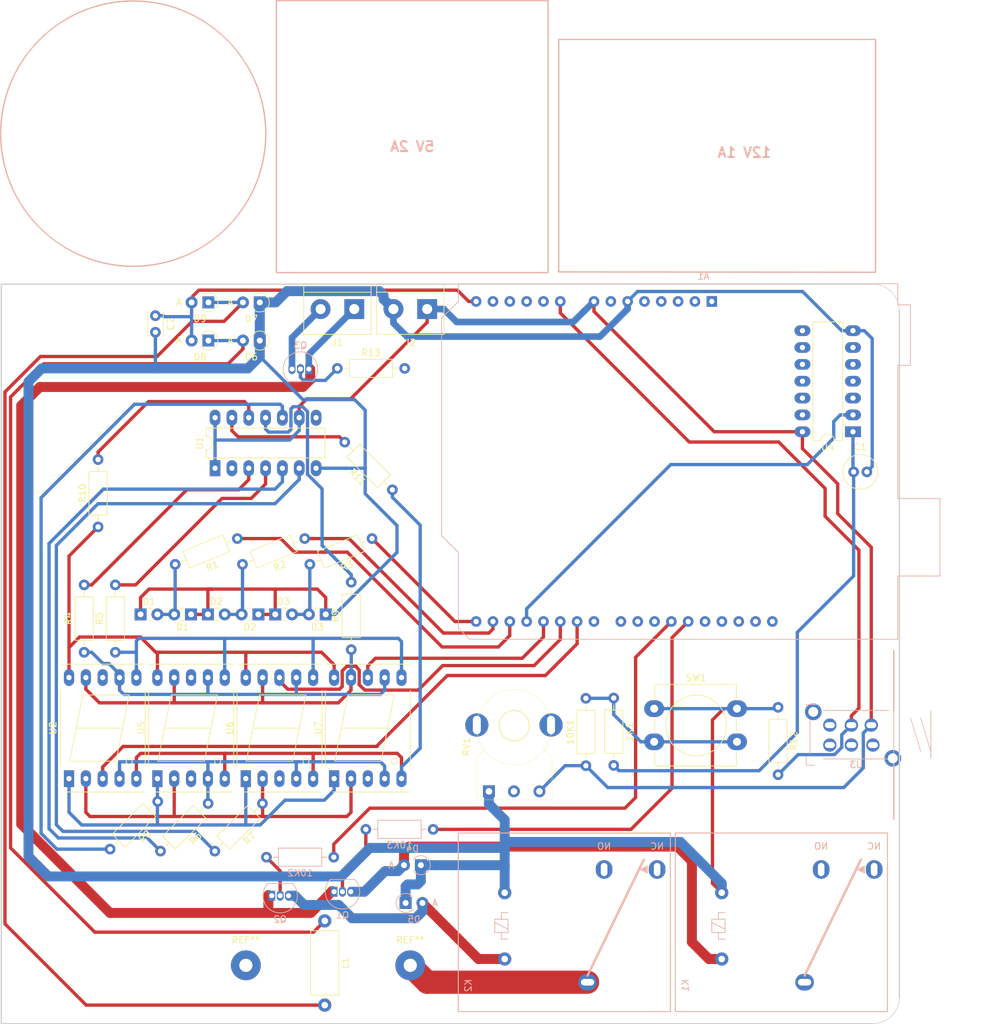
<source format=kicad_pcb>
(kicad_pcb (version 20171130) (host pcbnew "(5.0.0)")

  (general
    (thickness 1.6)
    (drawings 17)
    (tracks 450)
    (zones 0)
    (modules 51)
    (nets 36)
  )

  (page A4 portrait)
  (layers
    (0 F.Cu signal)
    (31 B.Cu signal)
    (32 B.Adhes user)
    (33 F.Adhes user)
    (34 B.Paste user)
    (35 F.Paste user)
    (36 B.SilkS user)
    (37 F.SilkS user)
    (38 B.Mask user)
    (39 F.Mask user)
    (40 Dwgs.User user)
    (41 Cmts.User user)
    (42 Eco1.User user)
    (43 Eco2.User user)
    (44 Edge.Cuts user)
    (45 Margin user)
    (46 B.CrtYd user)
    (47 F.CrtYd user)
    (48 B.Fab user)
    (49 F.Fab user)
  )

  (setup
    (last_trace_width 0.5)
    (user_trace_width 0.5)
    (user_trace_width 1)
    (user_trace_width 1.5)
    (user_trace_width 3.5)
    (trace_clearance 0.2)
    (zone_clearance 0.508)
    (zone_45_only no)
    (trace_min 0.2)
    (segment_width 0.2)
    (edge_width 0.1)
    (via_size 0.8)
    (via_drill 0.4)
    (via_min_size 0.4)
    (via_min_drill 0.3)
    (uvia_size 0.3)
    (uvia_drill 0.1)
    (uvias_allowed no)
    (uvia_min_size 0.2)
    (uvia_min_drill 0.1)
    (pcb_text_width 0.3)
    (pcb_text_size 1.5 1.5)
    (mod_edge_width 0.15)
    (mod_text_size 1 1)
    (mod_text_width 0.15)
    (pad_size 1.5 1.5)
    (pad_drill 0.6)
    (pad_to_mask_clearance 0)
    (aux_axis_origin 0 0)
    (visible_elements 7FFFFFFF)
    (pcbplotparams
      (layerselection 0x010fc_ffffffff)
      (usegerberextensions false)
      (usegerberattributes false)
      (usegerberadvancedattributes false)
      (creategerberjobfile false)
      (excludeedgelayer true)
      (linewidth 0.100000)
      (plotframeref false)
      (viasonmask false)
      (mode 1)
      (useauxorigin false)
      (hpglpennumber 1)
      (hpglpenspeed 20)
      (hpglpendiameter 15.000000)
      (psnegative false)
      (psa4output false)
      (plotreference true)
      (plotvalue true)
      (plotinvisibletext false)
      (padsonsilk false)
      (subtractmaskfromsilk false)
      (outputformat 1)
      (mirror false)
      (drillshape 1)
      (scaleselection 1)
      (outputdirectory ""))
  )

  (net 0 "")
  (net 1 GND)
  (net 2 "Net-(D1-Pad2)")
  (net 3 "Net-(D2-Pad2)")
  (net 4 "Net-(D3-Pad2)")
  (net 5 +12V)
  (net 6 "Net-(R4-Pad2)")
  (net 7 "Net-(R5-Pad2)")
  (net 8 "Net-(R6-Pad2)")
  (net 9 "Net-(R7-Pad2)")
  (net 10 "Net-(R8-Pad2)")
  (net 11 "Net-(R9-Pad2)")
  (net 12 "Net-(R10-Pad2)")
  (net 13 "Net-(R11-Pad2)")
  (net 14 +5V)
  (net 15 /A0)
  (net 16 /A1)
  (net 17 /A2)
  (net 18 /A3)
  (net 19 /A4)
  (net 20 /A5)
  (net 21 /A6)
  (net 22 /A7)
  (net 23 "Net-(10K1-Pad2)")
  (net 24 "Net-(10K2-Pad1)")
  (net 25 "Net-(10K3-Pad1)")
  (net 26 "Net-(1K1-Pad2)")
  (net 27 "Net-(D4-Pad2)")
  (net 28 "Net-(D5-Pad2)")
  (net 29 "Net-(Q3-Pad2)")
  (net 30 "Net-(A1-Pad14)")
  (net 31 "Net-(D6-Pad2)")
  (net 32 "Net-(D7-Pad2)")
  (net 33 "Net-(J1-Pad2)")
  (net 34 "Net-(A1-Pad9)")
  (net 35 "Net-(A1-Pad18)")

  (net_class Default "This is the default net class."
    (clearance 0.2)
    (trace_width 0.25)
    (via_dia 0.8)
    (via_drill 0.4)
    (uvia_dia 0.3)
    (uvia_drill 0.1)
    (add_net +12V)
    (add_net +5V)
    (add_net /A0)
    (add_net /A1)
    (add_net /A2)
    (add_net /A3)
    (add_net /A4)
    (add_net /A5)
    (add_net /A6)
    (add_net /A7)
    (add_net GND)
    (add_net "Net-(10K1-Pad2)")
    (add_net "Net-(10K2-Pad1)")
    (add_net "Net-(10K3-Pad1)")
    (add_net "Net-(1K1-Pad2)")
    (add_net "Net-(A1-Pad14)")
    (add_net "Net-(A1-Pad18)")
    (add_net "Net-(A1-Pad9)")
    (add_net "Net-(D1-Pad2)")
    (add_net "Net-(D2-Pad2)")
    (add_net "Net-(D3-Pad2)")
    (add_net "Net-(D4-Pad2)")
    (add_net "Net-(D5-Pad2)")
    (add_net "Net-(D6-Pad2)")
    (add_net "Net-(D7-Pad2)")
    (add_net "Net-(J1-Pad2)")
    (add_net "Net-(Q3-Pad2)")
    (add_net "Net-(R10-Pad2)")
    (add_net "Net-(R11-Pad2)")
    (add_net "Net-(R4-Pad2)")
    (add_net "Net-(R5-Pad2)")
    (add_net "Net-(R6-Pad2)")
    (add_net "Net-(R7-Pad2)")
    (add_net "Net-(R8-Pad2)")
    (add_net "Net-(R9-Pad2)")
  )

  (module Connector_Wire:SolderWirePad_1x01_Drill2mm (layer F.Cu) (tedit 5AEE5ED2) (tstamp 5DB2201F)
    (at 75.2 196.1)
    (descr "Wire solder connection")
    (tags connector)
    (attr virtual)
    (fp_text reference REF** (at 0 -3.81) (layer F.SilkS)
      (effects (font (size 1 1) (thickness 0.15)))
    )
    (fp_text value SolderWirePad_1x01_Drill2mm (at 0 3.81) (layer F.Fab)
      (effects (font (size 1 1) (thickness 0.15)))
    )
    (fp_text user %R (at 0 0) (layer F.Fab)
      (effects (font (size 1 1) (thickness 0.15)))
    )
    (fp_line (start -2.75 -2.75) (end 2.75 -2.75) (layer F.CrtYd) (width 0.05))
    (fp_line (start -2.75 -2.75) (end -2.75 2.75) (layer F.CrtYd) (width 0.05))
    (fp_line (start 2.75 2.75) (end 2.75 -2.75) (layer F.CrtYd) (width 0.05))
    (fp_line (start 2.75 2.75) (end -2.75 2.75) (layer F.CrtYd) (width 0.05))
    (pad 1 thru_hole circle (at 0 0) (size 4.50088 4.50088) (drill 1.99898) (layers *.Cu *.Mask))
  )

  (module Resistor_THT:R_Axial_DIN0207_L6.3mm_D2.5mm_P10.16mm_Horizontal (layer F.Cu) (tedit 5AE5139B) (tstamp 5D97EF90)
    (at 61.9 171.4 225)
    (descr "Resistor, Axial_DIN0207 series, Axial, Horizontal, pin pitch=10.16mm, 0.25W = 1/4W, length*diameter=6.3*2.5mm^2, http://cdn-reichelt.de/documents/datenblatt/B400/1_4W%23YAG.pdf")
    (tags "Resistor Axial_DIN0207 series Axial Horizontal pin pitch 10.16mm 0.25W = 1/4W length 6.3mm diameter 2.5mm")
    (path /5D8B7D5F)
    (fp_text reference R8 (at 5.08 -2.37 225) (layer F.SilkS)
      (effects (font (size 1 1) (thickness 0.15)))
    )
    (fp_text value R (at 5.08 2.37 225) (layer F.Fab)
      (effects (font (size 1 1) (thickness 0.15)))
    )
    (fp_text user %R (at 5.08 0 225) (layer F.Fab)
      (effects (font (size 1 1) (thickness 0.15)))
    )
    (fp_line (start 11.21 -1.5) (end -1.05 -1.5) (layer F.CrtYd) (width 0.05))
    (fp_line (start 11.21 1.5) (end 11.21 -1.5) (layer F.CrtYd) (width 0.05))
    (fp_line (start -1.05 1.5) (end 11.21 1.5) (layer F.CrtYd) (width 0.05))
    (fp_line (start -1.05 -1.5) (end -1.05 1.5) (layer F.CrtYd) (width 0.05))
    (fp_line (start 9.12 0) (end 8.35 0) (layer F.SilkS) (width 0.12))
    (fp_line (start 1.04 0) (end 1.81 0) (layer F.SilkS) (width 0.12))
    (fp_line (start 8.35 -1.37) (end 1.81 -1.37) (layer F.SilkS) (width 0.12))
    (fp_line (start 8.35 1.37) (end 8.35 -1.37) (layer F.SilkS) (width 0.12))
    (fp_line (start 1.81 1.37) (end 8.35 1.37) (layer F.SilkS) (width 0.12))
    (fp_line (start 1.81 -1.37) (end 1.81 1.37) (layer F.SilkS) (width 0.12))
    (fp_line (start 10.16 0) (end 8.23 0) (layer F.Fab) (width 0.1))
    (fp_line (start 0 0) (end 1.93 0) (layer F.Fab) (width 0.1))
    (fp_line (start 8.23 -1.25) (end 1.93 -1.25) (layer F.Fab) (width 0.1))
    (fp_line (start 8.23 1.25) (end 8.23 -1.25) (layer F.Fab) (width 0.1))
    (fp_line (start 1.93 1.25) (end 8.23 1.25) (layer F.Fab) (width 0.1))
    (fp_line (start 1.93 -1.25) (end 1.93 1.25) (layer F.Fab) (width 0.1))
    (pad 2 thru_hole oval (at 10.16 0 225) (size 1.6 1.6) (drill 0.8) (layers *.Cu *.Mask)
      (net 10 "Net-(R8-Pad2)"))
    (pad 1 thru_hole circle (at 0 0 225) (size 1.6 1.6) (drill 0.8) (layers *.Cu *.Mask)
      (net 19 /A4))
    (model ${KISYS3DMOD}/Resistor_THT.3dshapes/R_Axial_DIN0207_L6.3mm_D2.5mm_P10.16mm_Horizontal.wrl
      (at (xyz 0 0 0))
      (scale (xyz 1 1 1))
      (rotate (xyz 0 0 0))
    )
  )

  (module Capacitor_THT:C_Radial_D5.0mm_H11.0mm_P2.00mm (layer F.Cu) (tedit 5BC5C9B9) (tstamp 5D93CBB0)
    (at 166.9 121.7)
    (descr "C, Radial series, Radial, pin pitch=2.00mm, diameter=5mm, height=11mm, Non-Polar Electrolytic Capacitor")
    (tags "C Radial series Radial pin pitch 2.00mm diameter 5mm height 11mm Non-Polar Electrolytic Capacitor")
    (path /5DACA791)
    (fp_text reference C1 (at 1 -3.75) (layer F.SilkS)
      (effects (font (size 1 1) (thickness 0.15)))
    )
    (fp_text value C (at 1 3.75) (layer F.Fab)
      (effects (font (size 1 1) (thickness 0.15)))
    )
    (fp_text user %R (at 1 0) (layer F.Fab)
      (effects (font (size 1 1) (thickness 0.15)))
    )
    (fp_circle (center 1 0) (end 3.75 0) (layer F.CrtYd) (width 0.05))
    (fp_circle (center 1 0) (end 3.62 0) (layer F.SilkS) (width 0.12))
    (fp_circle (center 1 0) (end 3.5 0) (layer F.Fab) (width 0.1))
    (pad 2 thru_hole circle (at 2 0) (size 1.6 1.6) (drill 0.8) (layers *.Cu *.Mask)
      (net 1 GND))
    (pad 1 thru_hole circle (at 0 0) (size 1.6 1.6) (drill 0.8) (layers *.Cu *.Mask)
      (net 26 "Net-(1K1-Pad2)"))
    (model ${KISYS3DMOD}/Capacitor_THT.3dshapes/C_Radial_D5.0mm_H11.0mm_P2.00mm.wrl
      (at (xyz 0 0 0))
      (scale (xyz 1 1 1))
      (rotate (xyz 0 0 0))
    )
  )

  (module Button_Switch_THT:SW_PUSH-12mm_Wuerth-430476085716 (layer F.Cu) (tedit 5A02FE31) (tstamp 5E47E0BE)
    (at 136.8 157.4)
    (descr "SW PUSH 12mm http://katalog.we-online.de/em/datasheet/430476085716.pdf")
    (tags "tact sw push 12mm")
    (path /5D8CB179)
    (fp_text reference SW1 (at 6.35 -4.66) (layer F.SilkS)
      (effects (font (size 1 1) (thickness 0.15)))
    )
    (fp_text value SW_Push (at 6.35 9.93) (layer F.Fab)
      (effects (font (size 1 1) (thickness 0.15)))
    )
    (fp_text user %R (at 6.35 2.54) (layer F.Fab)
      (effects (font (size 1 1) (thickness 0.15)))
    )
    (fp_line (start 14.25 -3.75) (end -1.75 -3.75) (layer F.CrtYd) (width 0.05))
    (fp_line (start 14.25 8.75) (end 14.25 -3.75) (layer F.CrtYd) (width 0.05))
    (fp_line (start -1.75 8.75) (end 14.25 8.75) (layer F.CrtYd) (width 0.05))
    (fp_line (start -1.75 -3.75) (end -1.75 8.75) (layer F.CrtYd) (width 0.05))
    (fp_line (start 0.1 3.47) (end 0.1 1.53) (layer F.SilkS) (width 0.12))
    (fp_line (start 0.1 8.65) (end 0.1 6.53) (layer F.SilkS) (width 0.12))
    (fp_line (start 12.4 8.65) (end 0.1 8.65) (layer F.SilkS) (width 0.12))
    (fp_line (start 12.4 6.53) (end 12.4 8.65) (layer F.SilkS) (width 0.12))
    (fp_line (start 12.4 1.53) (end 12.4 3.47) (layer F.SilkS) (width 0.12))
    (fp_line (start 12.4 -3.65) (end 12.4 -1.53) (layer F.SilkS) (width 0.12))
    (fp_line (start 0.1 -3.65) (end 12.4 -3.65) (layer F.SilkS) (width 0.12))
    (fp_line (start 0.1 -1.53) (end 0.1 -3.65) (layer F.SilkS) (width 0.12))
    (fp_line (start 12.25 -3.5) (end 0.25 -3.5) (layer F.Fab) (width 0.1))
    (fp_line (start 12.25 8.5) (end 12.25 -3.5) (layer F.Fab) (width 0.1))
    (fp_line (start 0.25 8.5) (end 12.25 8.5) (layer F.Fab) (width 0.1))
    (fp_line (start 0.25 -3.5) (end 0.25 8.5) (layer F.Fab) (width 0.1))
    (fp_circle (center 6.35 2.54) (end 10.92905 2.54) (layer F.SilkS) (width 0.12))
    (pad 2 thru_hole oval (at 0 5) (size 3 2.5) (drill 1.2) (layers *.Cu *.Mask)
      (net 23 "Net-(10K1-Pad2)"))
    (pad 1 thru_hole oval (at 0 0) (size 3 2.5) (drill 1.2) (layers *.Cu *.Mask)
      (net 1 GND))
    (pad 2 thru_hole oval (at 12.5 5) (size 3 2.5) (drill 1.2) (layers *.Cu *.Mask)
      (net 23 "Net-(10K1-Pad2)"))
    (pad 1 thru_hole oval (at 12.5 0) (size 3 2.5) (drill 1.2) (layers *.Cu *.Mask)
      (net 1 GND))
    (model ${KISYS3DMOD}/Button_Switch_THT.3dshapes/SW_PUSH-12mm_Wuerth-430476085716.wrl
      (at (xyz 0 0 0))
      (scale (xyz 1 1 1))
      (rotate (xyz 0 0 0))
    )
  )

  (module Package_DIP:DIP-14_W7.62mm_LongPads (layer F.Cu) (tedit 5A02E8C5) (tstamp 5DEEC644)
    (at 166.8 115.65 180)
    (descr "14-lead though-hole mounted DIP package, row spacing 7.62 mm (300 mils), LongPads")
    (tags "THT DIP DIL PDIP 2.54mm 7.62mm 300mil LongPads")
    (path /5DA8142A)
    (fp_text reference U4 (at 3.81 -2.33 180) (layer F.SilkS)
      (effects (font (size 1 1) (thickness 0.15)))
    )
    (fp_text value 7414 (at 3.81 17.57 180) (layer F.Fab)
      (effects (font (size 1 1) (thickness 0.15)))
    )
    (fp_text user %R (at 3.81 7.62 180) (layer F.Fab)
      (effects (font (size 1 1) (thickness 0.15)))
    )
    (fp_line (start 9.1 -1.55) (end -1.45 -1.55) (layer F.CrtYd) (width 0.05))
    (fp_line (start 9.1 16.8) (end 9.1 -1.55) (layer F.CrtYd) (width 0.05))
    (fp_line (start -1.45 16.8) (end 9.1 16.8) (layer F.CrtYd) (width 0.05))
    (fp_line (start -1.45 -1.55) (end -1.45 16.8) (layer F.CrtYd) (width 0.05))
    (fp_line (start 6.06 -1.33) (end 4.81 -1.33) (layer F.SilkS) (width 0.12))
    (fp_line (start 6.06 16.57) (end 6.06 -1.33) (layer F.SilkS) (width 0.12))
    (fp_line (start 1.56 16.57) (end 6.06 16.57) (layer F.SilkS) (width 0.12))
    (fp_line (start 1.56 -1.33) (end 1.56 16.57) (layer F.SilkS) (width 0.12))
    (fp_line (start 2.81 -1.33) (end 1.56 -1.33) (layer F.SilkS) (width 0.12))
    (fp_line (start 0.635 -0.27) (end 1.635 -1.27) (layer F.Fab) (width 0.1))
    (fp_line (start 0.635 16.51) (end 0.635 -0.27) (layer F.Fab) (width 0.1))
    (fp_line (start 6.985 16.51) (end 0.635 16.51) (layer F.Fab) (width 0.1))
    (fp_line (start 6.985 -1.27) (end 6.985 16.51) (layer F.Fab) (width 0.1))
    (fp_line (start 1.635 -1.27) (end 6.985 -1.27) (layer F.Fab) (width 0.1))
    (fp_arc (start 3.81 -1.33) (end 2.81 -1.33) (angle -180) (layer F.SilkS) (width 0.12))
    (pad 14 thru_hole oval (at 7.62 0 180) (size 2.4 1.6) (drill 0.8) (layers *.Cu *.Mask)
      (net 14 +5V))
    (pad 7 thru_hole oval (at 0 15.24 180) (size 2.4 1.6) (drill 0.8) (layers *.Cu *.Mask)
      (net 1 GND))
    (pad 13 thru_hole oval (at 7.62 2.54 180) (size 2.4 1.6) (drill 0.8) (layers *.Cu *.Mask))
    (pad 6 thru_hole oval (at 0 12.7 180) (size 2.4 1.6) (drill 0.8) (layers *.Cu *.Mask))
    (pad 12 thru_hole oval (at 7.62 5.08 180) (size 2.4 1.6) (drill 0.8) (layers *.Cu *.Mask))
    (pad 5 thru_hole oval (at 0 10.16 180) (size 2.4 1.6) (drill 0.8) (layers *.Cu *.Mask))
    (pad 11 thru_hole oval (at 7.62 7.62 180) (size 2.4 1.6) (drill 0.8) (layers *.Cu *.Mask))
    (pad 4 thru_hole oval (at 0 7.62 180) (size 2.4 1.6) (drill 0.8) (layers *.Cu *.Mask))
    (pad 10 thru_hole oval (at 7.62 10.16 180) (size 2.4 1.6) (drill 0.8) (layers *.Cu *.Mask))
    (pad 3 thru_hole oval (at 0 5.08 180) (size 2.4 1.6) (drill 0.8) (layers *.Cu *.Mask))
    (pad 9 thru_hole oval (at 7.62 12.7 180) (size 2.4 1.6) (drill 0.8) (layers *.Cu *.Mask))
    (pad 2 thru_hole oval (at 0 2.54 180) (size 2.4 1.6) (drill 0.8) (layers *.Cu *.Mask)
      (net 35 "Net-(A1-Pad18)"))
    (pad 8 thru_hole oval (at 7.62 15.24 180) (size 2.4 1.6) (drill 0.8) (layers *.Cu *.Mask))
    (pad 1 thru_hole rect (at 0 0 180) (size 2.4 1.6) (drill 0.8) (layers *.Cu *.Mask)
      (net 26 "Net-(1K1-Pad2)"))
    (model ${KISYS3DMOD}/Package_DIP.3dshapes/DIP-14_W7.62mm.wrl
      (at (xyz 0 0 0))
      (scale (xyz 1 1 1))
      (rotate (xyz 0 0 0))
    )
  )

  (module Display_7Segment:7SegmentLED_LTS6760_LTS6780 (layer F.Cu) (tedit 5D86971C) (tstamp 5DAC2288)
    (at 88.52 167.95 90)
    (descr "7-Segment Display, LTS67x0, http://optoelectronics.liteon.com/upload/download/DS30-2001-355/S6760jd.pdf")
    (tags "7Segment LED LTS6760 LTS6780")
    (path /5DCB301D)
    (fp_text reference U7 (at 7.62 -2.42 90) (layer F.SilkS)
      (effects (font (size 1 1) (thickness 0.15)))
    )
    (fp_text value KCSA02-107 (at 7.62 12.58 90) (layer F.Fab)
      (effects (font (size 1 1) (thickness 0.15)))
    )
    (fp_line (start 1.905 -1.33) (end 13.335 -1.33) (layer F.SilkS) (width 0.12))
    (fp_line (start 1.905 11.49) (end 13.335 11.49) (layer F.SilkS) (width 0.12))
    (fp_line (start -2.015 -0.22) (end -2.015 11.38) (layer F.SilkS) (width 0.12))
    (fp_line (start 17.255 11.38) (end 17.255 -1.22) (layer F.SilkS) (width 0.12))
    (fp_line (start -2.16 -1.47) (end -2.16 11.63) (layer F.CrtYd) (width 0.05))
    (fp_line (start 17.4 -1.47) (end 17.4 11.63) (layer F.CrtYd) (width 0.05))
    (fp_line (start -2.16 -1.47) (end 17.4 -1.47) (layer F.CrtYd) (width 0.05))
    (fp_line (start -2.16 11.63) (end 17.4 11.63) (layer F.CrtYd) (width 0.05))
    (fp_line (start -0.905 -1.22) (end -1.905 -0.22) (layer F.Fab) (width 0.1))
    (fp_line (start 17.145 11.38) (end 17.145 -1.22) (layer F.Fab) (width 0.1))
    (fp_line (start -1.905 -0.22) (end -1.905 11.38) (layer F.Fab) (width 0.1))
    (fp_line (start -1.905 11.38) (end 17.145 11.38) (layer F.Fab) (width 0.1))
    (fp_text user %R (at 7.87 5.08 90) (layer F.Fab)
      (effects (font (size 1 1) (thickness 0.15)))
    )
    (fp_line (start 12.62 2.08) (end 7.62 1.08) (layer F.SilkS) (width 0.12))
    (fp_line (start 7.62 1.08) (end 2.62 0.08) (layer F.SilkS) (width 0.12))
    (fp_line (start 2.62 0.08) (end 2.62 7.08) (layer F.SilkS) (width 0.12))
    (fp_line (start 2.62 7.08) (end 7.62 8.08) (layer F.SilkS) (width 0.12))
    (fp_line (start 12.62 9.08) (end 7.62 8.08) (layer F.SilkS) (width 0.12))
    (fp_line (start 7.62 8.08) (end 7.62 1.08) (layer F.SilkS) (width 0.12))
    (fp_line (start 12.62 2.08) (end 12.62 9.08) (layer F.SilkS) (width 0.12))
    (fp_circle (center 2.62 9.08) (end 3.067214 9.08) (layer F.SilkS) (width 0.12))
    (fp_line (start -0.905 -1.22) (end 17.145 -1.22) (layer F.Fab) (width 0.1))
    (pad 1 thru_hole rect (at 0 0) (size 1.524 2.524) (drill 0.8) (layers *.Cu *.Mask)
      (net 19 /A4))
    (pad 2 thru_hole oval (at 0 2.54) (size 1.524 2.524) (drill 0.8) (layers *.Cu *.Mask)
      (net 18 /A3))
    (pad 3 thru_hole oval (at 0 5.08) (size 1.524 2.524) (drill 0.8) (layers *.Cu *.Mask))
    (pad 4 thru_hole oval (at 0 7.62) (size 1.524 2.524) (drill 0.8) (layers *.Cu *.Mask)
      (net 17 /A2))
    (pad 5 thru_hole oval (at 0 10.16) (size 1.524 2.524) (drill 0.8) (layers *.Cu *.Mask)
      (net 22 /A7))
    (pad 6 thru_hole oval (at 15.24 10.16) (size 1.524 2.524) (drill 0.8) (layers *.Cu *.Mask)
      (net 16 /A1))
    (pad 7 thru_hole oval (at 15.24 7.62) (size 1.524 2.524) (drill 0.8) (layers *.Cu *.Mask)
      (net 15 /A0))
    (pad 8 thru_hole oval (at 15.24 5.08) (size 1.524 2.524) (drill 0.8) (layers *.Cu *.Mask))
    (pad 9 thru_hole oval (at 15.24 2.54) (size 1.524 2.524) (drill 0.8) (layers *.Cu *.Mask)
      (net 20 /A5))
    (pad 10 thru_hole oval (at 15.24 0) (size 1.524 2.524) (drill 0.8) (layers *.Cu *.Mask)
      (net 21 /A6))
    (model ${KISYS3DMOD}/Display_7Segment.3dshapes/7SegmentLED_LTS6760_LTS6780.wrl
      (at (xyz 0 0 0))
      (scale (xyz 1 1 1))
      (rotate (xyz 0 0 0))
    )
  )

  (module Resistor_THT:R_Axial_DIN0207_L6.3mm_D2.5mm_P10.16mm_Horizontal (layer F.Cu) (tedit 5AE5139B) (tstamp 5D97EF06)
    (at 84.075 131.755 202.5)
    (descr "Resistor, Axial_DIN0207 series, Axial, Horizontal, pin pitch=10.16mm, 0.25W = 1/4W, length*diameter=6.3*2.5mm^2, http://cdn-reichelt.de/documents/datenblatt/B400/1_4W%23YAG.pdf")
    (tags "Resistor Axial_DIN0207 series Axial Horizontal pin pitch 10.16mm 0.25W = 1/4W length 6.3mm diameter 2.5mm")
    (path /5D917E46)
    (fp_text reference R2 (at 5.08 -2.37 202.5) (layer F.SilkS)
      (effects (font (size 1 1) (thickness 0.15)))
    )
    (fp_text value R (at 5.08 2.37 202.5) (layer F.Fab)
      (effects (font (size 1 1) (thickness 0.15)))
    )
    (fp_text user %R (at 5.08 0 202.5) (layer F.Fab)
      (effects (font (size 1 1) (thickness 0.15)))
    )
    (fp_line (start 11.21 -1.5) (end -1.05 -1.5) (layer F.CrtYd) (width 0.05))
    (fp_line (start 11.21 1.5) (end 11.21 -1.5) (layer F.CrtYd) (width 0.05))
    (fp_line (start -1.05 1.5) (end 11.21 1.5) (layer F.CrtYd) (width 0.05))
    (fp_line (start -1.05 -1.5) (end -1.05 1.5) (layer F.CrtYd) (width 0.05))
    (fp_line (start 9.12 0) (end 8.35 0) (layer F.SilkS) (width 0.12))
    (fp_line (start 1.04 0) (end 1.81 0) (layer F.SilkS) (width 0.12))
    (fp_line (start 8.35 -1.37) (end 1.81 -1.37) (layer F.SilkS) (width 0.12))
    (fp_line (start 8.35 1.37) (end 8.35 -1.37) (layer F.SilkS) (width 0.12))
    (fp_line (start 1.81 1.37) (end 8.35 1.37) (layer F.SilkS) (width 0.12))
    (fp_line (start 1.81 -1.37) (end 1.81 1.37) (layer F.SilkS) (width 0.12))
    (fp_line (start 10.16 0) (end 8.23 0) (layer F.Fab) (width 0.1))
    (fp_line (start 0 0) (end 1.93 0) (layer F.Fab) (width 0.1))
    (fp_line (start 8.23 -1.25) (end 1.93 -1.25) (layer F.Fab) (width 0.1))
    (fp_line (start 8.23 1.25) (end 8.23 -1.25) (layer F.Fab) (width 0.1))
    (fp_line (start 1.93 1.25) (end 8.23 1.25) (layer F.Fab) (width 0.1))
    (fp_line (start 1.93 -1.25) (end 1.93 1.25) (layer F.Fab) (width 0.1))
    (pad 2 thru_hole oval (at 10.16 0 202.5) (size 1.6 1.6) (drill 0.8) (layers *.Cu *.Mask)
      (net 3 "Net-(D2-Pad2)"))
    (pad 1 thru_hole circle (at 0 0 202.5) (size 1.6 1.6) (drill 0.8) (layers *.Cu *.Mask))
    (model ${KISYS3DMOD}/Resistor_THT.3dshapes/R_Axial_DIN0207_L6.3mm_D2.5mm_P10.16mm_Horizontal.wrl
      (at (xyz 0 0 0))
      (scale (xyz 1 1 1))
      (rotate (xyz 0 0 0))
    )
  )

  (module Resistor_THT:R_Axial_DIN0207_L6.3mm_D2.5mm_P10.16mm_Horizontal (layer F.Cu) (tedit 5AE5139B) (tstamp 5DAC7461)
    (at 73.915 131.755 202.5)
    (descr "Resistor, Axial_DIN0207 series, Axial, Horizontal, pin pitch=10.16mm, 0.25W = 1/4W, length*diameter=6.3*2.5mm^2, http://cdn-reichelt.de/documents/datenblatt/B400/1_4W%23YAG.pdf")
    (tags "Resistor Axial_DIN0207 series Axial Horizontal pin pitch 10.16mm 0.25W = 1/4W length 6.3mm diameter 2.5mm")
    (path /5D917D65)
    (fp_text reference R1 (at 5.08 -2.37 202.5) (layer F.SilkS)
      (effects (font (size 1 1) (thickness 0.15)))
    )
    (fp_text value R (at 5.08 2.37 202.5) (layer F.Fab)
      (effects (font (size 1 1) (thickness 0.15)))
    )
    (fp_text user %R (at 5.08 0 202.5) (layer F.Fab)
      (effects (font (size 1 1) (thickness 0.15)))
    )
    (fp_line (start 11.21 -1.5) (end -1.05 -1.5) (layer F.CrtYd) (width 0.05))
    (fp_line (start 11.21 1.5) (end 11.21 -1.5) (layer F.CrtYd) (width 0.05))
    (fp_line (start -1.05 1.5) (end 11.21 1.5) (layer F.CrtYd) (width 0.05))
    (fp_line (start -1.05 -1.5) (end -1.05 1.5) (layer F.CrtYd) (width 0.05))
    (fp_line (start 9.12 0) (end 8.35 0) (layer F.SilkS) (width 0.12))
    (fp_line (start 1.04 0) (end 1.81 0) (layer F.SilkS) (width 0.12))
    (fp_line (start 8.35 -1.37) (end 1.81 -1.37) (layer F.SilkS) (width 0.12))
    (fp_line (start 8.35 1.37) (end 8.35 -1.37) (layer F.SilkS) (width 0.12))
    (fp_line (start 1.81 1.37) (end 8.35 1.37) (layer F.SilkS) (width 0.12))
    (fp_line (start 1.81 -1.37) (end 1.81 1.37) (layer F.SilkS) (width 0.12))
    (fp_line (start 10.16 0) (end 8.23 0) (layer F.Fab) (width 0.1))
    (fp_line (start 0 0) (end 1.93 0) (layer F.Fab) (width 0.1))
    (fp_line (start 8.23 -1.25) (end 1.93 -1.25) (layer F.Fab) (width 0.1))
    (fp_line (start 8.23 1.25) (end 8.23 -1.25) (layer F.Fab) (width 0.1))
    (fp_line (start 1.93 1.25) (end 8.23 1.25) (layer F.Fab) (width 0.1))
    (fp_line (start 1.93 -1.25) (end 1.93 1.25) (layer F.Fab) (width 0.1))
    (pad 2 thru_hole oval (at 10.16 0 202.5) (size 1.6 1.6) (drill 0.8) (layers *.Cu *.Mask)
      (net 2 "Net-(D1-Pad2)"))
    (pad 1 thru_hole circle (at 0 0 202.5) (size 1.6 1.6) (drill 0.8) (layers *.Cu *.Mask))
    (model ${KISYS3DMOD}/Resistor_THT.3dshapes/R_Axial_DIN0207_L6.3mm_D2.5mm_P10.16mm_Horizontal.wrl
      (at (xyz 0 0 0))
      (scale (xyz 1 1 1))
      (rotate (xyz 0 0 0))
    )
  )

  (module Resistor_THT:R_Axial_DIN0207_L6.3mm_D2.5mm_P10.16mm_Horizontal (layer F.Cu) (tedit 5AE5139B) (tstamp 5D97EF1D)
    (at 94.235 131.755 202.5)
    (descr "Resistor, Axial_DIN0207 series, Axial, Horizontal, pin pitch=10.16mm, 0.25W = 1/4W, length*diameter=6.3*2.5mm^2, http://cdn-reichelt.de/documents/datenblatt/B400/1_4W%23YAG.pdf")
    (tags "Resistor Axial_DIN0207 series Axial Horizontal pin pitch 10.16mm 0.25W = 1/4W length 6.3mm diameter 2.5mm")
    (path /5D917E8C)
    (fp_text reference R3 (at 5.08 -2.37 202.5) (layer F.SilkS)
      (effects (font (size 1 1) (thickness 0.15)))
    )
    (fp_text value R (at 5.08 2.37 202.5) (layer F.Fab)
      (effects (font (size 1 1) (thickness 0.15)))
    )
    (fp_text user %R (at 5.08 0 202.5) (layer F.Fab)
      (effects (font (size 1 1) (thickness 0.15)))
    )
    (fp_line (start 11.21 -1.5) (end -1.05 -1.5) (layer F.CrtYd) (width 0.05))
    (fp_line (start 11.21 1.5) (end 11.21 -1.5) (layer F.CrtYd) (width 0.05))
    (fp_line (start -1.05 1.5) (end 11.21 1.5) (layer F.CrtYd) (width 0.05))
    (fp_line (start -1.05 -1.5) (end -1.05 1.5) (layer F.CrtYd) (width 0.05))
    (fp_line (start 9.12 0) (end 8.35 0) (layer F.SilkS) (width 0.12))
    (fp_line (start 1.04 0) (end 1.81 0) (layer F.SilkS) (width 0.12))
    (fp_line (start 8.35 -1.37) (end 1.81 -1.37) (layer F.SilkS) (width 0.12))
    (fp_line (start 8.35 1.37) (end 8.35 -1.37) (layer F.SilkS) (width 0.12))
    (fp_line (start 1.81 1.37) (end 8.35 1.37) (layer F.SilkS) (width 0.12))
    (fp_line (start 1.81 -1.37) (end 1.81 1.37) (layer F.SilkS) (width 0.12))
    (fp_line (start 10.16 0) (end 8.23 0) (layer F.Fab) (width 0.1))
    (fp_line (start 0 0) (end 1.93 0) (layer F.Fab) (width 0.1))
    (fp_line (start 8.23 -1.25) (end 1.93 -1.25) (layer F.Fab) (width 0.1))
    (fp_line (start 8.23 1.25) (end 8.23 -1.25) (layer F.Fab) (width 0.1))
    (fp_line (start 1.93 1.25) (end 8.23 1.25) (layer F.Fab) (width 0.1))
    (fp_line (start 1.93 -1.25) (end 1.93 1.25) (layer F.Fab) (width 0.1))
    (pad 2 thru_hole oval (at 10.16 0 202.5) (size 1.6 1.6) (drill 0.8) (layers *.Cu *.Mask)
      (net 4 "Net-(D3-Pad2)"))
    (pad 1 thru_hole circle (at 0 0 202.5) (size 1.6 1.6) (drill 0.8) (layers *.Cu *.Mask))
    (model ${KISYS3DMOD}/Resistor_THT.3dshapes/R_Axial_DIN0207_L6.3mm_D2.5mm_P10.16mm_Horizontal.wrl
      (at (xyz 0 0 0))
      (scale (xyz 1 1 1))
      (rotate (xyz 0 0 0))
    )
  )

  (module LED_THT:LED_Rectangular_W3.9mm_H1.8mm (layer F.Cu) (tedit 587A3A7B) (tstamp 5D985460)
    (at 66.93 143.185 180)
    (descr "LED_Rectangular, Rectangular,  Rectangular size 3.9x1.8mm^2, 2 pins, http://www.kingbright.com/attachments/file/psearch/000/00/00/L-2774GD(Ver.7B).pdf")
    (tags "LED_Rectangular Rectangular  Rectangular size 3.9x1.8mm^2 2 pins")
    (path /5D917BBD)
    (fp_text reference D1 (at 1.27 -1.935 180) (layer F.SilkS)
      (effects (font (size 1 1) (thickness 0.15)))
    )
    (fp_text value onLED (at 1.27 1.935 180) (layer F.Fab)
      (effects (font (size 1 1) (thickness 0.15)))
    )
    (fp_line (start 3.7 -1.2) (end -1.15 -1.2) (layer F.CrtYd) (width 0.05))
    (fp_line (start 3.7 1.2) (end 3.7 -1.2) (layer F.CrtYd) (width 0.05))
    (fp_line (start -1.15 1.2) (end 3.7 1.2) (layer F.CrtYd) (width 0.05))
    (fp_line (start -1.15 -1.2) (end -1.15 1.2) (layer F.CrtYd) (width 0.05))
    (fp_line (start 3.28 0.825) (end 3.28 0.935) (layer F.SilkS) (width 0.12))
    (fp_line (start 3.28 -0.935) (end 3.28 -0.825) (layer F.SilkS) (width 0.12))
    (fp_line (start 3.27 0.935) (end 3.28 0.935) (layer F.SilkS) (width 0.12))
    (fp_line (start 1.08 0.935) (end 1.811 0.935) (layer F.SilkS) (width 0.12))
    (fp_line (start 3.27 -0.935) (end 3.28 -0.935) (layer F.SilkS) (width 0.12))
    (fp_line (start 1.08 -0.935) (end 1.811 -0.935) (layer F.SilkS) (width 0.12))
    (fp_line (start 3.22 -0.875) (end -0.68 -0.875) (layer F.Fab) (width 0.1))
    (fp_line (start 3.22 0.875) (end 3.22 -0.875) (layer F.Fab) (width 0.1))
    (fp_line (start -0.68 0.875) (end 3.22 0.875) (layer F.Fab) (width 0.1))
    (fp_line (start -0.68 -0.875) (end -0.68 0.875) (layer F.Fab) (width 0.1))
    (pad 2 thru_hole circle (at 2.54 0 180) (size 1.8 1.8) (drill 0.9) (layers *.Cu *.Mask)
      (net 2 "Net-(D1-Pad2)"))
    (pad 1 thru_hole rect (at 0 0 180) (size 1.8 1.8) (drill 0.9) (layers *.Cu *.Mask)
      (net 1 GND))
    (model ${KISYS3DMOD}/LED_THT.3dshapes/LED_Rectangular_W3.9mm_H1.8mm.wrl
      (at (xyz 0 0 0))
      (scale (xyz 1 1 1))
      (rotate (xyz 0 0 0))
    )
  )

  (module LED_THT:LED_Rectangular_W3.9mm_H1.8mm (layer F.Cu) (tedit 587A3A7B) (tstamp 5D985B33)
    (at 87.25 143.185 180)
    (descr "LED_Rectangular, Rectangular,  Rectangular size 3.9x1.8mm^2, 2 pins, http://www.kingbright.com/attachments/file/psearch/000/00/00/L-2774GD(Ver.7B).pdf")
    (tags "LED_Rectangular Rectangular  Rectangular size 3.9x1.8mm^2 2 pins")
    (path /5D917C89)
    (fp_text reference D3 (at 1.27 -1.935 180) (layer F.SilkS)
      (effects (font (size 1 1) (thickness 0.15)))
    )
    (fp_text value otherLED (at 1.27 1.935 180) (layer F.Fab)
      (effects (font (size 1 1) (thickness 0.15)))
    )
    (fp_line (start 3.7 -1.2) (end -1.15 -1.2) (layer F.CrtYd) (width 0.05))
    (fp_line (start 3.7 1.2) (end 3.7 -1.2) (layer F.CrtYd) (width 0.05))
    (fp_line (start -1.15 1.2) (end 3.7 1.2) (layer F.CrtYd) (width 0.05))
    (fp_line (start -1.15 -1.2) (end -1.15 1.2) (layer F.CrtYd) (width 0.05))
    (fp_line (start 3.28 0.825) (end 3.28 0.935) (layer F.SilkS) (width 0.12))
    (fp_line (start 3.28 -0.935) (end 3.28 -0.825) (layer F.SilkS) (width 0.12))
    (fp_line (start 3.27 0.935) (end 3.28 0.935) (layer F.SilkS) (width 0.12))
    (fp_line (start 1.08 0.935) (end 1.811 0.935) (layer F.SilkS) (width 0.12))
    (fp_line (start 3.27 -0.935) (end 3.28 -0.935) (layer F.SilkS) (width 0.12))
    (fp_line (start 1.08 -0.935) (end 1.811 -0.935) (layer F.SilkS) (width 0.12))
    (fp_line (start 3.22 -0.875) (end -0.68 -0.875) (layer F.Fab) (width 0.1))
    (fp_line (start 3.22 0.875) (end 3.22 -0.875) (layer F.Fab) (width 0.1))
    (fp_line (start -0.68 0.875) (end 3.22 0.875) (layer F.Fab) (width 0.1))
    (fp_line (start -0.68 -0.875) (end -0.68 0.875) (layer F.Fab) (width 0.1))
    (pad 2 thru_hole circle (at 2.54 0 180) (size 1.8 1.8) (drill 0.9) (layers *.Cu *.Mask)
      (net 4 "Net-(D3-Pad2)"))
    (pad 1 thru_hole rect (at 0 0 180) (size 1.8 1.8) (drill 0.9) (layers *.Cu *.Mask)
      (net 1 GND))
    (model ${KISYS3DMOD}/LED_THT.3dshapes/LED_Rectangular_W3.9mm_H1.8mm.wrl
      (at (xyz 0 0 0))
      (scale (xyz 1 1 1))
      (rotate (xyz 0 0 0))
    )
  )

  (module LED_THT:LED_Rectangular_W3.9mm_H1.8mm (layer F.Cu) (tedit 587A3A7B) (tstamp 5D9856CA)
    (at 77.09 143.185 180)
    (descr "LED_Rectangular, Rectangular,  Rectangular size 3.9x1.8mm^2, 2 pins, http://www.kingbright.com/attachments/file/psearch/000/00/00/L-2774GD(Ver.7B).pdf")
    (tags "LED_Rectangular Rectangular  Rectangular size 3.9x1.8mm^2 2 pins")
    (path /5D917C49)
    (fp_text reference D2 (at 1.27 -1.935 180) (layer F.SilkS)
      (effects (font (size 1 1) (thickness 0.15)))
    )
    (fp_text value offLED (at 1.27 1.935 180) (layer F.Fab)
      (effects (font (size 1 1) (thickness 0.15)))
    )
    (fp_line (start 3.7 -1.2) (end -1.15 -1.2) (layer F.CrtYd) (width 0.05))
    (fp_line (start 3.7 1.2) (end 3.7 -1.2) (layer F.CrtYd) (width 0.05))
    (fp_line (start -1.15 1.2) (end 3.7 1.2) (layer F.CrtYd) (width 0.05))
    (fp_line (start -1.15 -1.2) (end -1.15 1.2) (layer F.CrtYd) (width 0.05))
    (fp_line (start 3.28 0.825) (end 3.28 0.935) (layer F.SilkS) (width 0.12))
    (fp_line (start 3.28 -0.935) (end 3.28 -0.825) (layer F.SilkS) (width 0.12))
    (fp_line (start 3.27 0.935) (end 3.28 0.935) (layer F.SilkS) (width 0.12))
    (fp_line (start 1.08 0.935) (end 1.811 0.935) (layer F.SilkS) (width 0.12))
    (fp_line (start 3.27 -0.935) (end 3.28 -0.935) (layer F.SilkS) (width 0.12))
    (fp_line (start 1.08 -0.935) (end 1.811 -0.935) (layer F.SilkS) (width 0.12))
    (fp_line (start 3.22 -0.875) (end -0.68 -0.875) (layer F.Fab) (width 0.1))
    (fp_line (start 3.22 0.875) (end 3.22 -0.875) (layer F.Fab) (width 0.1))
    (fp_line (start -0.68 0.875) (end 3.22 0.875) (layer F.Fab) (width 0.1))
    (fp_line (start -0.68 -0.875) (end -0.68 0.875) (layer F.Fab) (width 0.1))
    (pad 2 thru_hole circle (at 2.54 0 180) (size 1.8 1.8) (drill 0.9) (layers *.Cu *.Mask)
      (net 3 "Net-(D2-Pad2)"))
    (pad 1 thru_hole rect (at 0 0 180) (size 1.8 1.8) (drill 0.9) (layers *.Cu *.Mask)
      (net 1 GND))
    (model ${KISYS3DMOD}/LED_THT.3dshapes/LED_Rectangular_W3.9mm_H1.8mm.wrl
      (at (xyz 0 0 0))
      (scale (xyz 1 1 1))
      (rotate (xyz 0 0 0))
    )
  )

  (module LED_THT:LED_Rectangular_W3.9mm_H1.8mm (layer F.Cu) (tedit 587A3A7B) (tstamp 5D97EE2A)
    (at 59.31 143.185)
    (descr "LED_Rectangular, Rectangular,  Rectangular size 3.9x1.8mm^2, 2 pins, http://www.kingbright.com/attachments/file/psearch/000/00/00/L-2774GD(Ver.7B).pdf")
    (tags "LED_Rectangular Rectangular  Rectangular size 3.9x1.8mm^2 2 pins")
    (path /5D917BBD)
    (fp_text reference D1 (at 1.27 -1.935) (layer F.SilkS)
      (effects (font (size 1 1) (thickness 0.15)))
    )
    (fp_text value onLED (at 1.27 1.935) (layer F.Fab)
      (effects (font (size 1 1) (thickness 0.15)))
    )
    (fp_line (start 3.7 -1.2) (end -1.15 -1.2) (layer F.CrtYd) (width 0.05))
    (fp_line (start 3.7 1.2) (end 3.7 -1.2) (layer F.CrtYd) (width 0.05))
    (fp_line (start -1.15 1.2) (end 3.7 1.2) (layer F.CrtYd) (width 0.05))
    (fp_line (start -1.15 -1.2) (end -1.15 1.2) (layer F.CrtYd) (width 0.05))
    (fp_line (start 3.28 0.825) (end 3.28 0.935) (layer F.SilkS) (width 0.12))
    (fp_line (start 3.28 -0.935) (end 3.28 -0.825) (layer F.SilkS) (width 0.12))
    (fp_line (start 3.27 0.935) (end 3.28 0.935) (layer F.SilkS) (width 0.12))
    (fp_line (start 1.08 0.935) (end 1.811 0.935) (layer F.SilkS) (width 0.12))
    (fp_line (start 3.27 -0.935) (end 3.28 -0.935) (layer F.SilkS) (width 0.12))
    (fp_line (start 1.08 -0.935) (end 1.811 -0.935) (layer F.SilkS) (width 0.12))
    (fp_line (start 3.22 -0.875) (end -0.68 -0.875) (layer F.Fab) (width 0.1))
    (fp_line (start 3.22 0.875) (end 3.22 -0.875) (layer F.Fab) (width 0.1))
    (fp_line (start -0.68 0.875) (end 3.22 0.875) (layer F.Fab) (width 0.1))
    (fp_line (start -0.68 -0.875) (end -0.68 0.875) (layer F.Fab) (width 0.1))
    (pad 2 thru_hole circle (at 2.54 0) (size 1.8 1.8) (drill 0.9) (layers *.Cu *.Mask)
      (net 2 "Net-(D1-Pad2)"))
    (pad 1 thru_hole rect (at 0 0) (size 1.8 1.8) (drill 0.9) (layers *.Cu *.Mask)
      (net 1 GND))
    (model ${KISYS3DMOD}/LED_THT.3dshapes/LED_Rectangular_W3.9mm_H1.8mm.wrl
      (at (xyz 0 0 0))
      (scale (xyz 1 1 1))
      (rotate (xyz 0 0 0))
    )
  )

  (module LED_THT:LED_Rectangular_W3.9mm_H1.8mm (layer F.Cu) (tedit 587A3A7B) (tstamp 5D97EE3E)
    (at 69.47 143.185)
    (descr "LED_Rectangular, Rectangular,  Rectangular size 3.9x1.8mm^2, 2 pins, http://www.kingbright.com/attachments/file/psearch/000/00/00/L-2774GD(Ver.7B).pdf")
    (tags "LED_Rectangular Rectangular  Rectangular size 3.9x1.8mm^2 2 pins")
    (path /5D917C49)
    (fp_text reference D2 (at 1.27 -1.935) (layer F.SilkS)
      (effects (font (size 1 1) (thickness 0.15)))
    )
    (fp_text value offLED (at 1.27 1.935) (layer F.Fab)
      (effects (font (size 1 1) (thickness 0.15)))
    )
    (fp_line (start 3.7 -1.2) (end -1.15 -1.2) (layer F.CrtYd) (width 0.05))
    (fp_line (start 3.7 1.2) (end 3.7 -1.2) (layer F.CrtYd) (width 0.05))
    (fp_line (start -1.15 1.2) (end 3.7 1.2) (layer F.CrtYd) (width 0.05))
    (fp_line (start -1.15 -1.2) (end -1.15 1.2) (layer F.CrtYd) (width 0.05))
    (fp_line (start 3.28 0.825) (end 3.28 0.935) (layer F.SilkS) (width 0.12))
    (fp_line (start 3.28 -0.935) (end 3.28 -0.825) (layer F.SilkS) (width 0.12))
    (fp_line (start 3.27 0.935) (end 3.28 0.935) (layer F.SilkS) (width 0.12))
    (fp_line (start 1.08 0.935) (end 1.811 0.935) (layer F.SilkS) (width 0.12))
    (fp_line (start 3.27 -0.935) (end 3.28 -0.935) (layer F.SilkS) (width 0.12))
    (fp_line (start 1.08 -0.935) (end 1.811 -0.935) (layer F.SilkS) (width 0.12))
    (fp_line (start 3.22 -0.875) (end -0.68 -0.875) (layer F.Fab) (width 0.1))
    (fp_line (start 3.22 0.875) (end 3.22 -0.875) (layer F.Fab) (width 0.1))
    (fp_line (start -0.68 0.875) (end 3.22 0.875) (layer F.Fab) (width 0.1))
    (fp_line (start -0.68 -0.875) (end -0.68 0.875) (layer F.Fab) (width 0.1))
    (pad 2 thru_hole circle (at 2.54 0) (size 1.8 1.8) (drill 0.9) (layers *.Cu *.Mask)
      (net 3 "Net-(D2-Pad2)"))
    (pad 1 thru_hole rect (at 0 0) (size 1.8 1.8) (drill 0.9) (layers *.Cu *.Mask)
      (net 1 GND))
    (model ${KISYS3DMOD}/LED_THT.3dshapes/LED_Rectangular_W3.9mm_H1.8mm.wrl
      (at (xyz 0 0 0))
      (scale (xyz 1 1 1))
      (rotate (xyz 0 0 0))
    )
  )

  (module LED_THT:LED_Rectangular_W3.9mm_H1.8mm (layer F.Cu) (tedit 587A3A7B) (tstamp 5D97EE52)
    (at 79.63 143.185)
    (descr "LED_Rectangular, Rectangular,  Rectangular size 3.9x1.8mm^2, 2 pins, http://www.kingbright.com/attachments/file/psearch/000/00/00/L-2774GD(Ver.7B).pdf")
    (tags "LED_Rectangular Rectangular  Rectangular size 3.9x1.8mm^2 2 pins")
    (path /5D917C89)
    (fp_text reference D3 (at 1.27 -1.935) (layer F.SilkS)
      (effects (font (size 1 1) (thickness 0.15)))
    )
    (fp_text value otherLED (at 1.27 1.935) (layer F.Fab)
      (effects (font (size 1 1) (thickness 0.15)))
    )
    (fp_line (start 3.7 -1.2) (end -1.15 -1.2) (layer F.CrtYd) (width 0.05))
    (fp_line (start 3.7 1.2) (end 3.7 -1.2) (layer F.CrtYd) (width 0.05))
    (fp_line (start -1.15 1.2) (end 3.7 1.2) (layer F.CrtYd) (width 0.05))
    (fp_line (start -1.15 -1.2) (end -1.15 1.2) (layer F.CrtYd) (width 0.05))
    (fp_line (start 3.28 0.825) (end 3.28 0.935) (layer F.SilkS) (width 0.12))
    (fp_line (start 3.28 -0.935) (end 3.28 -0.825) (layer F.SilkS) (width 0.12))
    (fp_line (start 3.27 0.935) (end 3.28 0.935) (layer F.SilkS) (width 0.12))
    (fp_line (start 1.08 0.935) (end 1.811 0.935) (layer F.SilkS) (width 0.12))
    (fp_line (start 3.27 -0.935) (end 3.28 -0.935) (layer F.SilkS) (width 0.12))
    (fp_line (start 1.08 -0.935) (end 1.811 -0.935) (layer F.SilkS) (width 0.12))
    (fp_line (start 3.22 -0.875) (end -0.68 -0.875) (layer F.Fab) (width 0.1))
    (fp_line (start 3.22 0.875) (end 3.22 -0.875) (layer F.Fab) (width 0.1))
    (fp_line (start -0.68 0.875) (end 3.22 0.875) (layer F.Fab) (width 0.1))
    (fp_line (start -0.68 -0.875) (end -0.68 0.875) (layer F.Fab) (width 0.1))
    (pad 2 thru_hole circle (at 2.54 0) (size 1.8 1.8) (drill 0.9) (layers *.Cu *.Mask)
      (net 4 "Net-(D3-Pad2)"))
    (pad 1 thru_hole rect (at 0 0) (size 1.8 1.8) (drill 0.9) (layers *.Cu *.Mask)
      (net 1 GND))
    (model ${KISYS3DMOD}/LED_THT.3dshapes/LED_Rectangular_W3.9mm_H1.8mm.wrl
      (at (xyz 0 0 0))
      (scale (xyz 1 1 1))
      (rotate (xyz 0 0 0))
    )
  )

  (module Resistor_THT:R_Axial_DIN0207_L6.3mm_D2.5mm_P10.16mm_Horizontal (layer F.Cu) (tedit 5AE5139B) (tstamp 5D97EFEC)
    (at 155.5 157.2 270)
    (descr "Resistor, Axial_DIN0207 series, Axial, Horizontal, pin pitch=10.16mm, 0.25W = 1/4W, length*diameter=6.3*2.5mm^2, http://cdn-reichelt.de/documents/datenblatt/B400/1_4W%23YAG.pdf")
    (tags "Resistor Axial_DIN0207 series Axial Horizontal pin pitch 10.16mm 0.25W = 1/4W length 6.3mm diameter 2.5mm")
    (path /5D8CB69C)
    (fp_text reference R12 (at 5.08 -2.37 270) (layer F.SilkS)
      (effects (font (size 1 1) (thickness 0.15)))
    )
    (fp_text value R (at 5.08 2.37 270) (layer F.Fab)
      (effects (font (size 1 1) (thickness 0.15)))
    )
    (fp_text user %R (at 5.08 0 270) (layer F.Fab)
      (effects (font (size 1 1) (thickness 0.15)))
    )
    (fp_line (start 11.21 -1.5) (end -1.05 -1.5) (layer F.CrtYd) (width 0.05))
    (fp_line (start 11.21 1.5) (end 11.21 -1.5) (layer F.CrtYd) (width 0.05))
    (fp_line (start -1.05 1.5) (end 11.21 1.5) (layer F.CrtYd) (width 0.05))
    (fp_line (start -1.05 -1.5) (end -1.05 1.5) (layer F.CrtYd) (width 0.05))
    (fp_line (start 9.12 0) (end 8.35 0) (layer F.SilkS) (width 0.12))
    (fp_line (start 1.04 0) (end 1.81 0) (layer F.SilkS) (width 0.12))
    (fp_line (start 8.35 -1.37) (end 1.81 -1.37) (layer F.SilkS) (width 0.12))
    (fp_line (start 8.35 1.37) (end 8.35 -1.37) (layer F.SilkS) (width 0.12))
    (fp_line (start 1.81 1.37) (end 8.35 1.37) (layer F.SilkS) (width 0.12))
    (fp_line (start 1.81 -1.37) (end 1.81 1.37) (layer F.SilkS) (width 0.12))
    (fp_line (start 10.16 0) (end 8.23 0) (layer F.Fab) (width 0.1))
    (fp_line (start 0 0) (end 1.93 0) (layer F.Fab) (width 0.1))
    (fp_line (start 8.23 -1.25) (end 1.93 -1.25) (layer F.Fab) (width 0.1))
    (fp_line (start 8.23 1.25) (end 8.23 -1.25) (layer F.Fab) (width 0.1))
    (fp_line (start 1.93 1.25) (end 8.23 1.25) (layer F.Fab) (width 0.1))
    (fp_line (start 1.93 -1.25) (end 1.93 1.25) (layer F.Fab) (width 0.1))
    (pad 2 thru_hole oval (at 10.16 0 270) (size 1.6 1.6) (drill 0.8) (layers *.Cu *.Mask)
      (net 34 "Net-(A1-Pad9)"))
    (pad 1 thru_hole circle (at 0 0 270) (size 1.6 1.6) (drill 0.8) (layers *.Cu *.Mask)
      (net 1 GND))
    (model ${KISYS3DMOD}/Resistor_THT.3dshapes/R_Axial_DIN0207_L6.3mm_D2.5mm_P10.16mm_Horizontal.wrl
      (at (xyz 0 0 0))
      (scale (xyz 1 1 1))
      (rotate (xyz 0 0 0))
    )
  )

  (module Package_DIP:DIP-14_W7.62mm_LongPads (layer F.Cu) (tedit 5A02E8C5) (tstamp 5DAC21F8)
    (at 70.55 121.15 90)
    (descr "14-lead though-hole mounted DIP package, row spacing 7.62 mm (300 mils), LongPads")
    (tags "THT DIP DIL PDIP 2.54mm 7.62mm 300mil LongPads")
    (path /5DB55DEC)
    (fp_text reference U1 (at 3.81 -2.33 90) (layer F.SilkS)
      (effects (font (size 1 1) (thickness 0.15)))
    )
    (fp_text value 74164 (at 3.81 17.57 90) (layer F.Fab)
      (effects (font (size 1 1) (thickness 0.15)))
    )
    (fp_text user %R (at 3.81 7.62 90) (layer F.Fab)
      (effects (font (size 1 1) (thickness 0.15)))
    )
    (fp_line (start 9.1 -1.55) (end -1.45 -1.55) (layer F.CrtYd) (width 0.05))
    (fp_line (start 9.1 16.8) (end 9.1 -1.55) (layer F.CrtYd) (width 0.05))
    (fp_line (start -1.45 16.8) (end 9.1 16.8) (layer F.CrtYd) (width 0.05))
    (fp_line (start -1.45 -1.55) (end -1.45 16.8) (layer F.CrtYd) (width 0.05))
    (fp_line (start 6.06 -1.33) (end 4.81 -1.33) (layer F.SilkS) (width 0.12))
    (fp_line (start 6.06 16.57) (end 6.06 -1.33) (layer F.SilkS) (width 0.12))
    (fp_line (start 1.56 16.57) (end 6.06 16.57) (layer F.SilkS) (width 0.12))
    (fp_line (start 1.56 -1.33) (end 1.56 16.57) (layer F.SilkS) (width 0.12))
    (fp_line (start 2.81 -1.33) (end 1.56 -1.33) (layer F.SilkS) (width 0.12))
    (fp_line (start 0.635 -0.27) (end 1.635 -1.27) (layer F.Fab) (width 0.1))
    (fp_line (start 0.635 16.51) (end 0.635 -0.27) (layer F.Fab) (width 0.1))
    (fp_line (start 6.985 16.51) (end 0.635 16.51) (layer F.Fab) (width 0.1))
    (fp_line (start 6.985 -1.27) (end 6.985 16.51) (layer F.Fab) (width 0.1))
    (fp_line (start 1.635 -1.27) (end 6.985 -1.27) (layer F.Fab) (width 0.1))
    (fp_arc (start 3.81 -1.33) (end 2.81 -1.33) (angle -180) (layer F.SilkS) (width 0.12))
    (pad 14 thru_hole oval (at 7.62 0 90) (size 2.4 1.6) (drill 0.8) (layers *.Cu *.Mask)
      (net 14 +5V))
    (pad 7 thru_hole oval (at 0 15.24 90) (size 2.4 1.6) (drill 0.8) (layers *.Cu *.Mask)
      (net 1 GND))
    (pad 13 thru_hole oval (at 7.62 2.54 90) (size 2.4 1.6) (drill 0.8) (layers *.Cu *.Mask)
      (net 13 "Net-(R11-Pad2)"))
    (pad 6 thru_hole oval (at 0 12.7 90) (size 2.4 1.6) (drill 0.8) (layers *.Cu *.Mask)
      (net 9 "Net-(R7-Pad2)"))
    (pad 12 thru_hole oval (at 7.62 5.08 90) (size 2.4 1.6) (drill 0.8) (layers *.Cu *.Mask)
      (net 12 "Net-(R10-Pad2)"))
    (pad 5 thru_hole oval (at 0 10.16 90) (size 2.4 1.6) (drill 0.8) (layers *.Cu *.Mask)
      (net 8 "Net-(R6-Pad2)"))
    (pad 11 thru_hole oval (at 7.62 7.62 90) (size 2.4 1.6) (drill 0.8) (layers *.Cu *.Mask)
      (net 11 "Net-(R9-Pad2)"))
    (pad 4 thru_hole oval (at 0 7.62 90) (size 2.4 1.6) (drill 0.8) (layers *.Cu *.Mask)
      (net 7 "Net-(R5-Pad2)"))
    (pad 10 thru_hole oval (at 7.62 10.16 90) (size 2.4 1.6) (drill 0.8) (layers *.Cu *.Mask)
      (net 10 "Net-(R8-Pad2)"))
    (pad 3 thru_hole oval (at 0 5.08 90) (size 2.4 1.6) (drill 0.8) (layers *.Cu *.Mask)
      (net 6 "Net-(R4-Pad2)"))
    (pad 9 thru_hole oval (at 7.62 12.7 90) (size 2.4 1.6) (drill 0.8) (layers *.Cu *.Mask)
      (net 14 +5V))
    (pad 2 thru_hole oval (at 0 2.54 90) (size 2.4 1.6) (drill 0.8) (layers *.Cu *.Mask))
    (pad 8 thru_hole oval (at 7.62 15.24 90) (size 2.4 1.6) (drill 0.8) (layers *.Cu *.Mask))
    (pad 1 thru_hole rect (at 0 0 90) (size 2.4 1.6) (drill 0.8) (layers *.Cu *.Mask)
      (net 14 +5V))
    (model ${KISYS3DMOD}/Package_DIP.3dshapes/DIP-14_W7.62mm.wrl
      (at (xyz 0 0 0))
      (scale (xyz 1 1 1))
      (rotate (xyz 0 0 0))
    )
  )

  (module Resistor_THT:R_Axial_DIN0207_L6.3mm_D2.5mm_P10.16mm_Horizontal (layer F.Cu) (tedit 5AE5139B) (tstamp 5E47CD73)
    (at 126.5 166 90)
    (descr "Resistor, Axial_DIN0207 series, Axial, Horizontal, pin pitch=10.16mm, 0.25W = 1/4W, length*diameter=6.3*2.5mm^2, http://cdn-reichelt.de/documents/datenblatt/B400/1_4W%23YAG.pdf")
    (tags "Resistor Axial_DIN0207 series Axial Horizontal pin pitch 10.16mm 0.25W = 1/4W length 6.3mm diameter 2.5mm")
    (path /5D8CB201)
    (fp_text reference 10K1 (at 5.08 -2.37 90) (layer F.SilkS)
      (effects (font (size 1 1) (thickness 0.15)))
    )
    (fp_text value R (at 5.08 2.37 90) (layer F.Fab)
      (effects (font (size 1 1) (thickness 0.15)))
    )
    (fp_text user %R (at 5.08 0 90) (layer F.Fab)
      (effects (font (size 1 1) (thickness 0.15)))
    )
    (fp_line (start 11.21 -1.5) (end -1.05 -1.5) (layer F.CrtYd) (width 0.05))
    (fp_line (start 11.21 1.5) (end 11.21 -1.5) (layer F.CrtYd) (width 0.05))
    (fp_line (start -1.05 1.5) (end 11.21 1.5) (layer F.CrtYd) (width 0.05))
    (fp_line (start -1.05 -1.5) (end -1.05 1.5) (layer F.CrtYd) (width 0.05))
    (fp_line (start 9.12 0) (end 8.35 0) (layer F.SilkS) (width 0.12))
    (fp_line (start 1.04 0) (end 1.81 0) (layer F.SilkS) (width 0.12))
    (fp_line (start 8.35 -1.37) (end 1.81 -1.37) (layer F.SilkS) (width 0.12))
    (fp_line (start 8.35 1.37) (end 8.35 -1.37) (layer F.SilkS) (width 0.12))
    (fp_line (start 1.81 1.37) (end 8.35 1.37) (layer F.SilkS) (width 0.12))
    (fp_line (start 1.81 -1.37) (end 1.81 1.37) (layer F.SilkS) (width 0.12))
    (fp_line (start 10.16 0) (end 8.23 0) (layer F.Fab) (width 0.1))
    (fp_line (start 0 0) (end 1.93 0) (layer F.Fab) (width 0.1))
    (fp_line (start 8.23 -1.25) (end 1.93 -1.25) (layer F.Fab) (width 0.1))
    (fp_line (start 8.23 1.25) (end 8.23 -1.25) (layer F.Fab) (width 0.1))
    (fp_line (start 1.93 1.25) (end 8.23 1.25) (layer F.Fab) (width 0.1))
    (fp_line (start 1.93 -1.25) (end 1.93 1.25) (layer F.Fab) (width 0.1))
    (pad 2 thru_hole oval (at 10.16 0 90) (size 1.6 1.6) (drill 0.8) (layers *.Cu *.Mask)
      (net 23 "Net-(10K1-Pad2)"))
    (pad 1 thru_hole circle (at 0 0 90) (size 1.6 1.6) (drill 0.8) (layers *.Cu *.Mask)
      (net 14 +5V))
    (model ${KISYS3DMOD}/Resistor_THT.3dshapes/R_Axial_DIN0207_L6.3mm_D2.5mm_P10.16mm_Horizontal.wrl
      (at (xyz 0 0 0))
      (scale (xyz 1 1 1))
      (rotate (xyz 0 0 0))
    )
  )

  (module Module:Arduino_UNO_R3 (layer B.Cu) (tedit 58AB60FC) (tstamp 5D97EE09)
    (at 145.5 96 180)
    (descr "Arduino UNO R3, http://www.mouser.com/pdfdocs/Gravitech_Arduino_Nano3_0.pdf")
    (tags "Arduino UNO R3")
    (path /5D8B65A8)
    (fp_text reference A1 (at 1.27 3.81) (layer B.SilkS)
      (effects (font (size 1 1) (thickness 0.15)) (justify mirror))
    )
    (fp_text value Arduino_UNO_R3 (at 0 -22.86 180) (layer B.Fab)
      (effects (font (size 1 1) (thickness 0.15)) (justify mirror))
    )
    (fp_line (start -27.94 2.54) (end 38.1 2.54) (layer B.Fab) (width 0.1))
    (fp_line (start -27.94 -50.8) (end -27.94 2.54) (layer B.Fab) (width 0.1))
    (fp_line (start 36.58 -50.8) (end -27.94 -50.8) (layer B.Fab) (width 0.1))
    (fp_line (start 38.1 -49.28) (end 36.58 -50.8) (layer B.Fab) (width 0.1))
    (fp_line (start 38.1 0) (end 40.64 -2.54) (layer B.Fab) (width 0.1))
    (fp_line (start 38.1 2.54) (end 38.1 0) (layer B.Fab) (width 0.1))
    (fp_line (start 40.64 -35.31) (end 38.1 -37.85) (layer B.Fab) (width 0.1))
    (fp_line (start 40.64 -2.54) (end 40.64 -35.31) (layer B.Fab) (width 0.1))
    (fp_line (start 38.1 -37.85) (end 38.1 -49.28) (layer B.Fab) (width 0.1))
    (fp_line (start -29.84 -9.53) (end -29.84 -0.64) (layer B.Fab) (width 0.1))
    (fp_line (start -16.51 -9.53) (end -29.84 -9.53) (layer B.Fab) (width 0.1))
    (fp_line (start -16.51 -0.64) (end -16.51 -9.53) (layer B.Fab) (width 0.1))
    (fp_line (start -29.84 -0.64) (end -16.51 -0.64) (layer B.Fab) (width 0.1))
    (fp_line (start -34.29 -41.27) (end -34.29 -29.84) (layer B.Fab) (width 0.1))
    (fp_line (start -18.41 -41.27) (end -34.29 -41.27) (layer B.Fab) (width 0.1))
    (fp_line (start -18.41 -29.84) (end -18.41 -41.27) (layer B.Fab) (width 0.1))
    (fp_line (start -34.29 -29.84) (end -18.41 -29.84) (layer B.Fab) (width 0.1))
    (fp_line (start 38.23 -37.85) (end 40.77 -35.31) (layer B.SilkS) (width 0.12))
    (fp_line (start 38.23 -49.28) (end 38.23 -37.85) (layer B.SilkS) (width 0.12))
    (fp_line (start 36.58 -50.93) (end 38.23 -49.28) (layer B.SilkS) (width 0.12))
    (fp_line (start -28.07 -50.93) (end 36.58 -50.93) (layer B.SilkS) (width 0.12))
    (fp_line (start -28.07 -41.4) (end -28.07 -50.93) (layer B.SilkS) (width 0.12))
    (fp_line (start -34.42 -41.4) (end -28.07 -41.4) (layer B.SilkS) (width 0.12))
    (fp_line (start -34.42 -29.72) (end -34.42 -41.4) (layer B.SilkS) (width 0.12))
    (fp_line (start -28.07 -29.72) (end -34.42 -29.72) (layer B.SilkS) (width 0.12))
    (fp_line (start -28.07 -9.65) (end -28.07 -29.72) (layer B.SilkS) (width 0.12))
    (fp_line (start -29.97 -9.65) (end -28.07 -9.65) (layer B.SilkS) (width 0.12))
    (fp_line (start -29.97 -0.51) (end -29.97 -9.65) (layer B.SilkS) (width 0.12))
    (fp_line (start -28.07 -0.51) (end -29.97 -0.51) (layer B.SilkS) (width 0.12))
    (fp_line (start -28.07 2.67) (end -28.07 -0.51) (layer B.SilkS) (width 0.12))
    (fp_line (start 38.23 2.67) (end -28.07 2.67) (layer B.SilkS) (width 0.12))
    (fp_line (start 38.23 0) (end 38.23 2.67) (layer B.SilkS) (width 0.12))
    (fp_line (start 40.77 -2.54) (end 38.23 0) (layer B.SilkS) (width 0.12))
    (fp_line (start 40.77 -35.31) (end 40.77 -2.54) (layer B.SilkS) (width 0.12))
    (fp_line (start -28.19 2.79) (end 38.35 2.79) (layer B.CrtYd) (width 0.05))
    (fp_line (start -28.19 -0.38) (end -28.19 2.79) (layer B.CrtYd) (width 0.05))
    (fp_line (start -30.1 -0.38) (end -28.19 -0.38) (layer B.CrtYd) (width 0.05))
    (fp_line (start -30.1 -9.78) (end -30.1 -0.38) (layer B.CrtYd) (width 0.05))
    (fp_line (start -28.19 -9.78) (end -30.1 -9.78) (layer B.CrtYd) (width 0.05))
    (fp_line (start -28.19 -29.59) (end -28.19 -9.78) (layer B.CrtYd) (width 0.05))
    (fp_line (start -34.54 -29.59) (end -28.19 -29.59) (layer B.CrtYd) (width 0.05))
    (fp_line (start -34.54 -41.53) (end -34.54 -29.59) (layer B.CrtYd) (width 0.05))
    (fp_line (start -28.19 -41.53) (end -34.54 -41.53) (layer B.CrtYd) (width 0.05))
    (fp_line (start -28.19 -51.05) (end -28.19 -41.53) (layer B.CrtYd) (width 0.05))
    (fp_line (start 36.58 -51.05) (end -28.19 -51.05) (layer B.CrtYd) (width 0.05))
    (fp_line (start 38.35 -49.28) (end 36.58 -51.05) (layer B.CrtYd) (width 0.05))
    (fp_line (start 38.35 -37.85) (end 38.35 -49.28) (layer B.CrtYd) (width 0.05))
    (fp_line (start 40.89 -35.31) (end 38.35 -37.85) (layer B.CrtYd) (width 0.05))
    (fp_line (start 40.89 -2.54) (end 40.89 -35.31) (layer B.CrtYd) (width 0.05))
    (fp_line (start 38.35 0) (end 40.89 -2.54) (layer B.CrtYd) (width 0.05))
    (fp_line (start 38.35 2.79) (end 38.35 0) (layer B.CrtYd) (width 0.05))
    (fp_text user %R (at 0 -20.32) (layer B.Fab)
      (effects (font (size 1 1) (thickness 0.15)) (justify mirror))
    )
    (pad 16 thru_hole oval (at 33.02 -48.26 90) (size 1.6 1.6) (drill 0.8) (layers *.Cu *.Mask))
    (pad 15 thru_hole oval (at 35.56 -48.26 90) (size 1.6 1.6) (drill 0.8) (layers *.Cu *.Mask))
    (pad 30 thru_hole oval (at -4.06 -48.26 90) (size 1.6 1.6) (drill 0.8) (layers *.Cu *.Mask))
    (pad 14 thru_hole oval (at 35.56 0 90) (size 1.6 1.6) (drill 0.8) (layers *.Cu *.Mask)
      (net 30 "Net-(A1-Pad14)"))
    (pad 29 thru_hole oval (at -1.52 -48.26 90) (size 1.6 1.6) (drill 0.8) (layers *.Cu *.Mask))
    (pad 13 thru_hole oval (at 33.02 0 90) (size 1.6 1.6) (drill 0.8) (layers *.Cu *.Mask))
    (pad 28 thru_hole oval (at 1.02 -48.26 90) (size 1.6 1.6) (drill 0.8) (layers *.Cu *.Mask))
    (pad 12 thru_hole oval (at 30.48 0 90) (size 1.6 1.6) (drill 0.8) (layers *.Cu *.Mask))
    (pad 27 thru_hole oval (at 3.56 -48.26 90) (size 1.6 1.6) (drill 0.8) (layers *.Cu *.Mask))
    (pad 11 thru_hole oval (at 27.94 0 90) (size 1.6 1.6) (drill 0.8) (layers *.Cu *.Mask))
    (pad 26 thru_hole oval (at 6.1 -48.26 90) (size 1.6 1.6) (drill 0.8) (layers *.Cu *.Mask))
    (pad 10 thru_hole oval (at 25.4 0 90) (size 1.6 1.6) (drill 0.8) (layers *.Cu *.Mask))
    (pad 25 thru_hole oval (at 8.64 -48.26 90) (size 1.6 1.6) (drill 0.8) (layers *.Cu *.Mask))
    (pad 9 thru_hole oval (at 22.86 0 90) (size 1.6 1.6) (drill 0.8) (layers *.Cu *.Mask)
      (net 34 "Net-(A1-Pad9)"))
    (pad 24 thru_hole oval (at 11.18 -48.26 90) (size 1.6 1.6) (drill 0.8) (layers *.Cu *.Mask))
    (pad 8 thru_hole oval (at 17.78 0 90) (size 1.6 1.6) (drill 0.8) (layers *.Cu *.Mask)
      (net 14 +5V))
    (pad 23 thru_hole oval (at 13.72 -48.26 90) (size 1.6 1.6) (drill 0.8) (layers *.Cu *.Mask))
    (pad 7 thru_hole oval (at 15.24 0 90) (size 1.6 1.6) (drill 0.8) (layers *.Cu *.Mask))
    (pad 22 thru_hole oval (at 17.78 -48.26 90) (size 1.6 1.6) (drill 0.8) (layers *.Cu *.Mask))
    (pad 6 thru_hole oval (at 12.7 0 90) (size 1.6 1.6) (drill 0.8) (layers *.Cu *.Mask)
      (net 1 GND))
    (pad 21 thru_hole oval (at 20.32 -48.26 90) (size 1.6 1.6) (drill 0.8) (layers *.Cu *.Mask))
    (pad 5 thru_hole oval (at 10.16 0 90) (size 1.6 1.6) (drill 0.8) (layers *.Cu *.Mask))
    (pad 20 thru_hole oval (at 22.86 -48.26 90) (size 1.6 1.6) (drill 0.8) (layers *.Cu *.Mask))
    (pad 4 thru_hole oval (at 7.62 0 90) (size 1.6 1.6) (drill 0.8) (layers *.Cu *.Mask))
    (pad 19 thru_hole oval (at 25.4 -48.26 90) (size 1.6 1.6) (drill 0.8) (layers *.Cu *.Mask))
    (pad 3 thru_hole oval (at 5.08 0 90) (size 1.6 1.6) (drill 0.8) (layers *.Cu *.Mask))
    (pad 18 thru_hole oval (at 27.94 -48.26 90) (size 1.6 1.6) (drill 0.8) (layers *.Cu *.Mask)
      (net 35 "Net-(A1-Pad18)"))
    (pad 2 thru_hole oval (at 2.54 0 90) (size 1.6 1.6) (drill 0.8) (layers *.Cu *.Mask))
    (pad 17 thru_hole oval (at 30.48 -48.26 90) (size 1.6 1.6) (drill 0.8) (layers *.Cu *.Mask))
    (pad 1 thru_hole rect (at 0 0 90) (size 1.6 1.6) (drill 0.8) (layers *.Cu *.Mask))
    (pad 31 thru_hole oval (at -6.6 -48.26 90) (size 1.6 1.6) (drill 0.8) (layers *.Cu *.Mask))
    (pad 32 thru_hole oval (at -9.14 -48.26 90) (size 1.6 1.6) (drill 0.8) (layers *.Cu *.Mask))
    (model ${KISYS3DMOD}/Module.3dshapes/Arduino_UNO_R3.wrl
      (at (xyz 0 0 0))
      (scale (xyz 1 1 1))
      (rotate (xyz 0 0 0))
    )
  )

  (module Package_TO_SOT_THT:TO-92_Inline (layer B.Cu) (tedit 5A1DD157) (tstamp 5D93BF0F)
    (at 88.5 185)
    (descr "TO-92 leads in-line, narrow, oval pads, drill 0.75mm (see NXP sot054_po.pdf)")
    (tags "to-92 sc-43 sc-43a sot54 PA33 transistor")
    (path /5D94370B)
    (fp_text reference Q1 (at 1.27 3.56) (layer B.SilkS)
      (effects (font (size 1 1) (thickness 0.15)) (justify mirror))
    )
    (fp_text value BC547 (at 1.27 -2.79) (layer B.Fab)
      (effects (font (size 1 1) (thickness 0.15)) (justify mirror))
    )
    (fp_arc (start 1.27 0) (end 1.27 2.6) (angle -135) (layer B.SilkS) (width 0.12))
    (fp_arc (start 1.27 0) (end 1.27 2.48) (angle 135) (layer B.Fab) (width 0.1))
    (fp_arc (start 1.27 0) (end 1.27 2.6) (angle 135) (layer B.SilkS) (width 0.12))
    (fp_arc (start 1.27 0) (end 1.27 2.48) (angle -135) (layer B.Fab) (width 0.1))
    (fp_line (start 4 -2.01) (end -1.46 -2.01) (layer B.CrtYd) (width 0.05))
    (fp_line (start 4 -2.01) (end 4 2.73) (layer B.CrtYd) (width 0.05))
    (fp_line (start -1.46 2.73) (end -1.46 -2.01) (layer B.CrtYd) (width 0.05))
    (fp_line (start -1.46 2.73) (end 4 2.73) (layer B.CrtYd) (width 0.05))
    (fp_line (start -0.5 -1.75) (end 3 -1.75) (layer B.Fab) (width 0.1))
    (fp_line (start -0.53 -1.85) (end 3.07 -1.85) (layer B.SilkS) (width 0.12))
    (fp_text user %R (at 1.27 3.56) (layer B.Fab)
      (effects (font (size 1 1) (thickness 0.15)) (justify mirror))
    )
    (pad 1 thru_hole rect (at 0 0) (size 1.05 1.5) (drill 0.75) (layers *.Cu *.Mask)
      (net 5 +12V))
    (pad 3 thru_hole oval (at 2.54 0) (size 1.05 1.5) (drill 0.75) (layers *.Cu *.Mask)
      (net 27 "Net-(D4-Pad2)"))
    (pad 2 thru_hole oval (at 1.27 0) (size 1.05 1.5) (drill 0.75) (layers *.Cu *.Mask)
      (net 25 "Net-(10K3-Pad1)"))
    (model ${KISYS3DMOD}/Package_TO_SOT_THT.3dshapes/TO-92_Inline.wrl
      (at (xyz 0 0 0))
      (scale (xyz 1 1 1))
      (rotate (xyz 0 0 0))
    )
  )

  (module Package_TO_SOT_THT:TO-92_Inline (layer B.Cu) (tedit 5A1DD157) (tstamp 5D97EEC6)
    (at 79.1 185.6)
    (descr "TO-92 leads in-line, narrow, oval pads, drill 0.75mm (see NXP sot054_po.pdf)")
    (tags "to-92 sc-43 sc-43a sot54 PA33 transistor")
    (path /5D9438AB)
    (fp_text reference Q2 (at 1.27 3.56) (layer B.SilkS)
      (effects (font (size 1 1) (thickness 0.15)) (justify mirror))
    )
    (fp_text value BC547 (at 1.27 -2.79) (layer B.Fab)
      (effects (font (size 1 1) (thickness 0.15)) (justify mirror))
    )
    (fp_arc (start 1.27 0) (end 1.27 2.6) (angle -135) (layer B.SilkS) (width 0.12))
    (fp_arc (start 1.27 0) (end 1.27 2.48) (angle 135) (layer B.Fab) (width 0.1))
    (fp_arc (start 1.27 0) (end 1.27 2.6) (angle 135) (layer B.SilkS) (width 0.12))
    (fp_arc (start 1.27 0) (end 1.27 2.48) (angle -135) (layer B.Fab) (width 0.1))
    (fp_line (start 4 -2.01) (end -1.46 -2.01) (layer B.CrtYd) (width 0.05))
    (fp_line (start 4 -2.01) (end 4 2.73) (layer B.CrtYd) (width 0.05))
    (fp_line (start -1.46 2.73) (end -1.46 -2.01) (layer B.CrtYd) (width 0.05))
    (fp_line (start -1.46 2.73) (end 4 2.73) (layer B.CrtYd) (width 0.05))
    (fp_line (start -0.5 -1.75) (end 3 -1.75) (layer B.Fab) (width 0.1))
    (fp_line (start -0.53 -1.85) (end 3.07 -1.85) (layer B.SilkS) (width 0.12))
    (fp_text user %R (at 1.27 3.56) (layer B.Fab)
      (effects (font (size 1 1) (thickness 0.15)) (justify mirror))
    )
    (pad 1 thru_hole rect (at 0 0) (size 1.05 1.5) (drill 0.75) (layers *.Cu *.Mask)
      (net 5 +12V))
    (pad 3 thru_hole oval (at 2.54 0) (size 1.05 1.5) (drill 0.75) (layers *.Cu *.Mask)
      (net 28 "Net-(D5-Pad2)"))
    (pad 2 thru_hole oval (at 1.27 0) (size 1.05 1.5) (drill 0.75) (layers *.Cu *.Mask)
      (net 24 "Net-(10K2-Pad1)"))
    (model ${KISYS3DMOD}/Package_TO_SOT_THT.3dshapes/TO-92_Inline.wrl
      (at (xyz 0 0 0))
      (scale (xyz 1 1 1))
      (rotate (xyz 0 0 0))
    )
  )

  (module Package_TO_SOT_THT:TO-92_Inline (layer B.Cu) (tedit 5A1DD157) (tstamp 5D97EED8)
    (at 84.7 106.2 180)
    (descr "TO-92 leads in-line, narrow, oval pads, drill 0.75mm (see NXP sot054_po.pdf)")
    (tags "to-92 sc-43 sc-43a sot54 PA33 transistor")
    (path /5D94396F)
    (fp_text reference Q3 (at 1.27 3.56 180) (layer B.SilkS)
      (effects (font (size 1 1) (thickness 0.15)) (justify mirror))
    )
    (fp_text value BC547 (at 1.27 -2.79 180) (layer B.Fab)
      (effects (font (size 1 1) (thickness 0.15)) (justify mirror))
    )
    (fp_arc (start 1.27 0) (end 1.27 2.6) (angle -135) (layer B.SilkS) (width 0.12))
    (fp_arc (start 1.27 0) (end 1.27 2.48) (angle 135) (layer B.Fab) (width 0.1))
    (fp_arc (start 1.27 0) (end 1.27 2.6) (angle 135) (layer B.SilkS) (width 0.12))
    (fp_arc (start 1.27 0) (end 1.27 2.48) (angle -135) (layer B.Fab) (width 0.1))
    (fp_line (start 4 -2.01) (end -1.46 -2.01) (layer B.CrtYd) (width 0.05))
    (fp_line (start 4 -2.01) (end 4 2.73) (layer B.CrtYd) (width 0.05))
    (fp_line (start -1.46 2.73) (end -1.46 -2.01) (layer B.CrtYd) (width 0.05))
    (fp_line (start -1.46 2.73) (end 4 2.73) (layer B.CrtYd) (width 0.05))
    (fp_line (start -0.5 -1.75) (end 3 -1.75) (layer B.Fab) (width 0.1))
    (fp_line (start -0.53 -1.85) (end 3.07 -1.85) (layer B.SilkS) (width 0.12))
    (fp_text user %R (at 1.27 3.56 180) (layer B.Fab)
      (effects (font (size 1 1) (thickness 0.15)) (justify mirror))
    )
    (pad 1 thru_hole rect (at 0 0 180) (size 1.05 1.5) (drill 0.75) (layers *.Cu *.Mask)
      (net 5 +12V))
    (pad 3 thru_hole oval (at 2.54 0 180) (size 1.05 1.5) (drill 0.75) (layers *.Cu *.Mask)
      (net 33 "Net-(J1-Pad2)"))
    (pad 2 thru_hole oval (at 1.27 0 180) (size 1.05 1.5) (drill 0.75) (layers *.Cu *.Mask)
      (net 29 "Net-(Q3-Pad2)"))
    (model ${KISYS3DMOD}/Package_TO_SOT_THT.3dshapes/TO-92_Inline.wrl
      (at (xyz 0 0 0))
      (scale (xyz 1 1 1))
      (rotate (xyz 0 0 0))
    )
  )

  (module Resistor_THT:R_Axial_DIN0207_L6.3mm_D2.5mm_P10.16mm_Horizontal (layer F.Cu) (tedit 5AE5139B) (tstamp 5D93CA4E)
    (at 50.8 148.9 90)
    (descr "Resistor, Axial_DIN0207 series, Axial, Horizontal, pin pitch=10.16mm, 0.25W = 1/4W, length*diameter=6.3*2.5mm^2, http://cdn-reichelt.de/documents/datenblatt/B400/1_4W%23YAG.pdf")
    (tags "Resistor Axial_DIN0207 series Axial Horizontal pin pitch 10.16mm 0.25W = 1/4W length 6.3mm diameter 2.5mm")
    (path /5D8B7DF7)
    (fp_text reference R4 (at 5.08 -2.37 90) (layer F.SilkS)
      (effects (font (size 1 1) (thickness 0.15)))
    )
    (fp_text value R (at 5.08 2.37 90) (layer F.Fab)
      (effects (font (size 1 1) (thickness 0.15)))
    )
    (fp_text user %R (at 5.08 0 90) (layer F.Fab)
      (effects (font (size 1 1) (thickness 0.15)))
    )
    (fp_line (start 11.21 -1.5) (end -1.05 -1.5) (layer F.CrtYd) (width 0.05))
    (fp_line (start 11.21 1.5) (end 11.21 -1.5) (layer F.CrtYd) (width 0.05))
    (fp_line (start -1.05 1.5) (end 11.21 1.5) (layer F.CrtYd) (width 0.05))
    (fp_line (start -1.05 -1.5) (end -1.05 1.5) (layer F.CrtYd) (width 0.05))
    (fp_line (start 9.12 0) (end 8.35 0) (layer F.SilkS) (width 0.12))
    (fp_line (start 1.04 0) (end 1.81 0) (layer F.SilkS) (width 0.12))
    (fp_line (start 8.35 -1.37) (end 1.81 -1.37) (layer F.SilkS) (width 0.12))
    (fp_line (start 8.35 1.37) (end 8.35 -1.37) (layer F.SilkS) (width 0.12))
    (fp_line (start 1.81 1.37) (end 8.35 1.37) (layer F.SilkS) (width 0.12))
    (fp_line (start 1.81 -1.37) (end 1.81 1.37) (layer F.SilkS) (width 0.12))
    (fp_line (start 10.16 0) (end 8.23 0) (layer F.Fab) (width 0.1))
    (fp_line (start 0 0) (end 1.93 0) (layer F.Fab) (width 0.1))
    (fp_line (start 8.23 -1.25) (end 1.93 -1.25) (layer F.Fab) (width 0.1))
    (fp_line (start 8.23 1.25) (end 8.23 -1.25) (layer F.Fab) (width 0.1))
    (fp_line (start 1.93 1.25) (end 8.23 1.25) (layer F.Fab) (width 0.1))
    (fp_line (start 1.93 -1.25) (end 1.93 1.25) (layer F.Fab) (width 0.1))
    (pad 2 thru_hole oval (at 10.16 0 90) (size 1.6 1.6) (drill 0.8) (layers *.Cu *.Mask)
      (net 6 "Net-(R4-Pad2)"))
    (pad 1 thru_hole circle (at 0 0 90) (size 1.6 1.6) (drill 0.8) (layers *.Cu *.Mask)
      (net 15 /A0))
    (model ${KISYS3DMOD}/Resistor_THT.3dshapes/R_Axial_DIN0207_L6.3mm_D2.5mm_P10.16mm_Horizontal.wrl
      (at (xyz 0 0 0))
      (scale (xyz 1 1 1))
      (rotate (xyz 0 0 0))
    )
  )

  (module Resistor_THT:R_Axial_DIN0207_L6.3mm_D2.5mm_P10.16mm_Horizontal (layer F.Cu) (tedit 5AE5139B) (tstamp 5D97EF4B)
    (at 55.5 148.9 90)
    (descr "Resistor, Axial_DIN0207 series, Axial, Horizontal, pin pitch=10.16mm, 0.25W = 1/4W, length*diameter=6.3*2.5mm^2, http://cdn-reichelt.de/documents/datenblatt/B400/1_4W%23YAG.pdf")
    (tags "Resistor Axial_DIN0207 series Axial Horizontal pin pitch 10.16mm 0.25W = 1/4W length 6.3mm diameter 2.5mm")
    (path /5D8B7CF5)
    (fp_text reference R5 (at 5.08 -2.37 90) (layer F.SilkS)
      (effects (font (size 1 1) (thickness 0.15)))
    )
    (fp_text value R (at 5.08 2.37 90) (layer F.Fab)
      (effects (font (size 1 1) (thickness 0.15)))
    )
    (fp_text user %R (at 5.08 0 90) (layer F.Fab)
      (effects (font (size 1 1) (thickness 0.15)))
    )
    (fp_line (start 11.21 -1.5) (end -1.05 -1.5) (layer F.CrtYd) (width 0.05))
    (fp_line (start 11.21 1.5) (end 11.21 -1.5) (layer F.CrtYd) (width 0.05))
    (fp_line (start -1.05 1.5) (end 11.21 1.5) (layer F.CrtYd) (width 0.05))
    (fp_line (start -1.05 -1.5) (end -1.05 1.5) (layer F.CrtYd) (width 0.05))
    (fp_line (start 9.12 0) (end 8.35 0) (layer F.SilkS) (width 0.12))
    (fp_line (start 1.04 0) (end 1.81 0) (layer F.SilkS) (width 0.12))
    (fp_line (start 8.35 -1.37) (end 1.81 -1.37) (layer F.SilkS) (width 0.12))
    (fp_line (start 8.35 1.37) (end 8.35 -1.37) (layer F.SilkS) (width 0.12))
    (fp_line (start 1.81 1.37) (end 8.35 1.37) (layer F.SilkS) (width 0.12))
    (fp_line (start 1.81 -1.37) (end 1.81 1.37) (layer F.SilkS) (width 0.12))
    (fp_line (start 10.16 0) (end 8.23 0) (layer F.Fab) (width 0.1))
    (fp_line (start 0 0) (end 1.93 0) (layer F.Fab) (width 0.1))
    (fp_line (start 8.23 -1.25) (end 1.93 -1.25) (layer F.Fab) (width 0.1))
    (fp_line (start 8.23 1.25) (end 8.23 -1.25) (layer F.Fab) (width 0.1))
    (fp_line (start 1.93 1.25) (end 8.23 1.25) (layer F.Fab) (width 0.1))
    (fp_line (start 1.93 -1.25) (end 1.93 1.25) (layer F.Fab) (width 0.1))
    (pad 2 thru_hole oval (at 10.16 0 90) (size 1.6 1.6) (drill 0.8) (layers *.Cu *.Mask)
      (net 7 "Net-(R5-Pad2)"))
    (pad 1 thru_hole circle (at 0 0 90) (size 1.6 1.6) (drill 0.8) (layers *.Cu *.Mask)
      (net 16 /A1))
    (model ${KISYS3DMOD}/Resistor_THT.3dshapes/R_Axial_DIN0207_L6.3mm_D2.5mm_P10.16mm_Horizontal.wrl
      (at (xyz 0 0 0))
      (scale (xyz 1 1 1))
      (rotate (xyz 0 0 0))
    )
  )

  (module Resistor_THT:R_Axial_DIN0207_L6.3mm_D2.5mm_P10.16mm_Horizontal (layer F.Cu) (tedit 5AE5139B) (tstamp 5D93CC5A)
    (at 69.5 171.7 225)
    (descr "Resistor, Axial_DIN0207 series, Axial, Horizontal, pin pitch=10.16mm, 0.25W = 1/4W, length*diameter=6.3*2.5mm^2, http://cdn-reichelt.de/documents/datenblatt/B400/1_4W%23YAG.pdf")
    (tags "Resistor Axial_DIN0207 series Axial Horizontal pin pitch 10.16mm 0.25W = 1/4W length 6.3mm diameter 2.5mm")
    (path /5D8B7D21)
    (fp_text reference R6 (at 5.08 -2.37 225) (layer F.SilkS)
      (effects (font (size 1 1) (thickness 0.15)))
    )
    (fp_text value R (at 5.08 2.37 225) (layer F.Fab)
      (effects (font (size 1 1) (thickness 0.15)))
    )
    (fp_text user %R (at 5.079999 0 225) (layer F.Fab)
      (effects (font (size 1 1) (thickness 0.15)))
    )
    (fp_line (start 11.21 -1.5) (end -1.05 -1.5) (layer F.CrtYd) (width 0.05))
    (fp_line (start 11.21 1.5) (end 11.21 -1.5) (layer F.CrtYd) (width 0.05))
    (fp_line (start -1.05 1.5) (end 11.21 1.5) (layer F.CrtYd) (width 0.05))
    (fp_line (start -1.05 -1.5) (end -1.05 1.5) (layer F.CrtYd) (width 0.05))
    (fp_line (start 9.12 0) (end 8.350001 0) (layer F.SilkS) (width 0.12))
    (fp_line (start 1.04 0) (end 1.81 0) (layer F.SilkS) (width 0.12))
    (fp_line (start 8.35 -1.37) (end 1.81 -1.37) (layer F.SilkS) (width 0.12))
    (fp_line (start 8.35 1.37) (end 8.35 -1.37) (layer F.SilkS) (width 0.12))
    (fp_line (start 1.81 1.37) (end 8.35 1.37) (layer F.SilkS) (width 0.12))
    (fp_line (start 1.81 -1.37) (end 1.81 1.37) (layer F.SilkS) (width 0.12))
    (fp_line (start 10.16 0) (end 8.23 0) (layer F.Fab) (width 0.1))
    (fp_line (start 0 0) (end 1.93 0) (layer F.Fab) (width 0.1))
    (fp_line (start 8.23 -1.25) (end 1.930001 -1.25) (layer F.Fab) (width 0.1))
    (fp_line (start 8.23 1.25) (end 8.23 -1.25) (layer F.Fab) (width 0.1))
    (fp_line (start 1.930001 1.25) (end 8.23 1.25) (layer F.Fab) (width 0.1))
    (fp_line (start 1.930001 -1.25) (end 1.930001 1.25) (layer F.Fab) (width 0.1))
    (pad 2 thru_hole oval (at 10.16 0 225) (size 1.6 1.6) (drill 0.8) (layers *.Cu *.Mask)
      (net 8 "Net-(R6-Pad2)"))
    (pad 1 thru_hole circle (at 0 0 225) (size 1.6 1.6) (drill 0.8) (layers *.Cu *.Mask)
      (net 17 /A2))
    (model ${KISYS3DMOD}/Resistor_THT.3dshapes/R_Axial_DIN0207_L6.3mm_D2.5mm_P10.16mm_Horizontal.wrl
      (at (xyz 0 0 0))
      (scale (xyz 1 1 1))
      (rotate (xyz 0 0 0))
    )
  )

  (module Resistor_THT:R_Axial_DIN0207_L6.3mm_D2.5mm_P10.16mm_Horizontal (layer F.Cu) (tedit 5AE5139B) (tstamp 5D97EF79)
    (at 77.7 171.7 225)
    (descr "Resistor, Axial_DIN0207 series, Axial, Horizontal, pin pitch=10.16mm, 0.25W = 1/4W, length*diameter=6.3*2.5mm^2, http://cdn-reichelt.de/documents/datenblatt/B400/1_4W%23YAG.pdf")
    (tags "Resistor Axial_DIN0207 series Axial Horizontal pin pitch 10.16mm 0.25W = 1/4W length 6.3mm diameter 2.5mm")
    (path /5D8B7D3F)
    (fp_text reference R7 (at 5.08 -2.37 225) (layer F.SilkS)
      (effects (font (size 1 1) (thickness 0.15)))
    )
    (fp_text value R (at 5.08 2.37 225) (layer F.Fab)
      (effects (font (size 1 1) (thickness 0.15)))
    )
    (fp_text user %R (at 5.08 0 225) (layer F.Fab)
      (effects (font (size 1 1) (thickness 0.15)))
    )
    (fp_line (start 11.21 -1.5) (end -1.05 -1.5) (layer F.CrtYd) (width 0.05))
    (fp_line (start 11.21 1.5) (end 11.21 -1.5) (layer F.CrtYd) (width 0.05))
    (fp_line (start -1.05 1.5) (end 11.21 1.5) (layer F.CrtYd) (width 0.05))
    (fp_line (start -1.05 -1.5) (end -1.05 1.5) (layer F.CrtYd) (width 0.05))
    (fp_line (start 9.12 0) (end 8.35 0) (layer F.SilkS) (width 0.12))
    (fp_line (start 1.04 0) (end 1.81 0) (layer F.SilkS) (width 0.12))
    (fp_line (start 8.35 -1.37) (end 1.81 -1.37) (layer F.SilkS) (width 0.12))
    (fp_line (start 8.35 1.37) (end 8.35 -1.37) (layer F.SilkS) (width 0.12))
    (fp_line (start 1.81 1.37) (end 8.35 1.37) (layer F.SilkS) (width 0.12))
    (fp_line (start 1.81 -1.37) (end 1.81 1.37) (layer F.SilkS) (width 0.12))
    (fp_line (start 10.16 0) (end 8.23 0) (layer F.Fab) (width 0.1))
    (fp_line (start 0 0) (end 1.93 0) (layer F.Fab) (width 0.1))
    (fp_line (start 8.23 -1.25) (end 1.93 -1.25) (layer F.Fab) (width 0.1))
    (fp_line (start 8.23 1.25) (end 8.23 -1.25) (layer F.Fab) (width 0.1))
    (fp_line (start 1.93 1.25) (end 8.23 1.25) (layer F.Fab) (width 0.1))
    (fp_line (start 1.93 -1.25) (end 1.93 1.25) (layer F.Fab) (width 0.1))
    (pad 2 thru_hole oval (at 10.16 0 225) (size 1.6 1.6) (drill 0.8) (layers *.Cu *.Mask)
      (net 9 "Net-(R7-Pad2)"))
    (pad 1 thru_hole circle (at 0 0 225) (size 1.6 1.6) (drill 0.8) (layers *.Cu *.Mask)
      (net 18 /A3))
    (model ${KISYS3DMOD}/Resistor_THT.3dshapes/R_Axial_DIN0207_L6.3mm_D2.5mm_P10.16mm_Horizontal.wrl
      (at (xyz 0 0 0))
      (scale (xyz 1 1 1))
      (rotate (xyz 0 0 0))
    )
  )

  (module Resistor_THT:R_Axial_DIN0207_L6.3mm_D2.5mm_P10.16mm_Horizontal (layer F.Cu) (tedit 5AE5139B) (tstamp 5D97EFA7)
    (at 91.1 148.5 90)
    (descr "Resistor, Axial_DIN0207 series, Axial, Horizontal, pin pitch=10.16mm, 0.25W = 1/4W, length*diameter=6.3*2.5mm^2, http://cdn-reichelt.de/documents/datenblatt/B400/1_4W%23YAG.pdf")
    (tags "Resistor Axial_DIN0207 series Axial Horizontal pin pitch 10.16mm 0.25W = 1/4W length 6.3mm diameter 2.5mm")
    (path /5D8B7D81)
    (fp_text reference R9 (at 5.08 -2.37 90) (layer F.SilkS)
      (effects (font (size 1 1) (thickness 0.15)))
    )
    (fp_text value R (at 5.08 2.37 90) (layer F.Fab)
      (effects (font (size 1 1) (thickness 0.15)))
    )
    (fp_text user %R (at 5.08 0 90) (layer F.Fab)
      (effects (font (size 1 1) (thickness 0.15)))
    )
    (fp_line (start 11.21 -1.5) (end -1.05 -1.5) (layer F.CrtYd) (width 0.05))
    (fp_line (start 11.21 1.5) (end 11.21 -1.5) (layer F.CrtYd) (width 0.05))
    (fp_line (start -1.05 1.5) (end 11.21 1.5) (layer F.CrtYd) (width 0.05))
    (fp_line (start -1.05 -1.5) (end -1.05 1.5) (layer F.CrtYd) (width 0.05))
    (fp_line (start 9.12 0) (end 8.35 0) (layer F.SilkS) (width 0.12))
    (fp_line (start 1.04 0) (end 1.81 0) (layer F.SilkS) (width 0.12))
    (fp_line (start 8.35 -1.37) (end 1.81 -1.37) (layer F.SilkS) (width 0.12))
    (fp_line (start 8.35 1.37) (end 8.35 -1.37) (layer F.SilkS) (width 0.12))
    (fp_line (start 1.81 1.37) (end 8.35 1.37) (layer F.SilkS) (width 0.12))
    (fp_line (start 1.81 -1.37) (end 1.81 1.37) (layer F.SilkS) (width 0.12))
    (fp_line (start 10.16 0) (end 8.23 0) (layer F.Fab) (width 0.1))
    (fp_line (start 0 0) (end 1.93 0) (layer F.Fab) (width 0.1))
    (fp_line (start 8.23 -1.25) (end 1.93 -1.25) (layer F.Fab) (width 0.1))
    (fp_line (start 8.23 1.25) (end 8.23 -1.25) (layer F.Fab) (width 0.1))
    (fp_line (start 1.93 1.25) (end 8.23 1.25) (layer F.Fab) (width 0.1))
    (fp_line (start 1.93 -1.25) (end 1.93 1.25) (layer F.Fab) (width 0.1))
    (pad 2 thru_hole oval (at 10.16 0 90) (size 1.6 1.6) (drill 0.8) (layers *.Cu *.Mask)
      (net 11 "Net-(R9-Pad2)"))
    (pad 1 thru_hole circle (at 0 0 90) (size 1.6 1.6) (drill 0.8) (layers *.Cu *.Mask)
      (net 20 /A5))
    (model ${KISYS3DMOD}/Resistor_THT.3dshapes/R_Axial_DIN0207_L6.3mm_D2.5mm_P10.16mm_Horizontal.wrl
      (at (xyz 0 0 0))
      (scale (xyz 1 1 1))
      (rotate (xyz 0 0 0))
    )
  )

  (module Resistor_THT:R_Axial_DIN0207_L6.3mm_D2.5mm_P10.16mm_Horizontal (layer F.Cu) (tedit 5AE5139B) (tstamp 5D97EFBE)
    (at 52.9 130 90)
    (descr "Resistor, Axial_DIN0207 series, Axial, Horizontal, pin pitch=10.16mm, 0.25W = 1/4W, length*diameter=6.3*2.5mm^2, http://cdn-reichelt.de/documents/datenblatt/B400/1_4W%23YAG.pdf")
    (tags "Resistor Axial_DIN0207 series Axial Horizontal pin pitch 10.16mm 0.25W = 1/4W length 6.3mm diameter 2.5mm")
    (path /5D8B7DA5)
    (fp_text reference R10 (at 5.08 -2.37 90) (layer F.SilkS)
      (effects (font (size 1 1) (thickness 0.15)))
    )
    (fp_text value R (at 5.08 2.37 90) (layer F.Fab)
      (effects (font (size 1 1) (thickness 0.15)))
    )
    (fp_text user %R (at 5.08 0 90) (layer F.Fab)
      (effects (font (size 1 1) (thickness 0.15)))
    )
    (fp_line (start 11.21 -1.5) (end -1.05 -1.5) (layer F.CrtYd) (width 0.05))
    (fp_line (start 11.21 1.5) (end 11.21 -1.5) (layer F.CrtYd) (width 0.05))
    (fp_line (start -1.05 1.5) (end 11.21 1.5) (layer F.CrtYd) (width 0.05))
    (fp_line (start -1.05 -1.5) (end -1.05 1.5) (layer F.CrtYd) (width 0.05))
    (fp_line (start 9.12 0) (end 8.35 0) (layer F.SilkS) (width 0.12))
    (fp_line (start 1.04 0) (end 1.81 0) (layer F.SilkS) (width 0.12))
    (fp_line (start 8.35 -1.37) (end 1.81 -1.37) (layer F.SilkS) (width 0.12))
    (fp_line (start 8.35 1.37) (end 8.35 -1.37) (layer F.SilkS) (width 0.12))
    (fp_line (start 1.81 1.37) (end 8.35 1.37) (layer F.SilkS) (width 0.12))
    (fp_line (start 1.81 -1.37) (end 1.81 1.37) (layer F.SilkS) (width 0.12))
    (fp_line (start 10.16 0) (end 8.23 0) (layer F.Fab) (width 0.1))
    (fp_line (start 0 0) (end 1.93 0) (layer F.Fab) (width 0.1))
    (fp_line (start 8.23 -1.25) (end 1.93 -1.25) (layer F.Fab) (width 0.1))
    (fp_line (start 8.23 1.25) (end 8.23 -1.25) (layer F.Fab) (width 0.1))
    (fp_line (start 1.93 1.25) (end 8.23 1.25) (layer F.Fab) (width 0.1))
    (fp_line (start 1.93 -1.25) (end 1.93 1.25) (layer F.Fab) (width 0.1))
    (pad 2 thru_hole oval (at 10.16 0 90) (size 1.6 1.6) (drill 0.8) (layers *.Cu *.Mask)
      (net 12 "Net-(R10-Pad2)"))
    (pad 1 thru_hole circle (at 0 0 90) (size 1.6 1.6) (drill 0.8) (layers *.Cu *.Mask)
      (net 21 /A6))
    (model ${KISYS3DMOD}/Resistor_THT.3dshapes/R_Axial_DIN0207_L6.3mm_D2.5mm_P10.16mm_Horizontal.wrl
      (at (xyz 0 0 0))
      (scale (xyz 1 1 1))
      (rotate (xyz 0 0 0))
    )
  )

  (module Resistor_THT:R_Axial_DIN0207_L6.3mm_D2.5mm_P10.16mm_Horizontal (layer F.Cu) (tedit 5AE5139B) (tstamp 5D97EFD5)
    (at 97.3 124.4 135)
    (descr "Resistor, Axial_DIN0207 series, Axial, Horizontal, pin pitch=10.16mm, 0.25W = 1/4W, length*diameter=6.3*2.5mm^2, http://cdn-reichelt.de/documents/datenblatt/B400/1_4W%23YAG.pdf")
    (tags "Resistor Axial_DIN0207 series Axial Horizontal pin pitch 10.16mm 0.25W = 1/4W length 6.3mm diameter 2.5mm")
    (path /5D8B7DCB)
    (fp_text reference R11 (at 5.08 -2.37 135) (layer F.SilkS)
      (effects (font (size 1 1) (thickness 0.15)))
    )
    (fp_text value R (at 5.08 2.37 135) (layer F.Fab)
      (effects (font (size 1 1) (thickness 0.15)))
    )
    (fp_text user %R (at 5.08 0 135) (layer F.Fab)
      (effects (font (size 1 1) (thickness 0.15)))
    )
    (fp_line (start 11.21 -1.5) (end -1.05 -1.5) (layer F.CrtYd) (width 0.05))
    (fp_line (start 11.21 1.5) (end 11.21 -1.5) (layer F.CrtYd) (width 0.05))
    (fp_line (start -1.05 1.5) (end 11.21 1.5) (layer F.CrtYd) (width 0.05))
    (fp_line (start -1.05 -1.5) (end -1.05 1.5) (layer F.CrtYd) (width 0.05))
    (fp_line (start 9.12 0) (end 8.35 0) (layer F.SilkS) (width 0.12))
    (fp_line (start 1.04 0) (end 1.81 0) (layer F.SilkS) (width 0.12))
    (fp_line (start 8.35 -1.37) (end 1.81 -1.37) (layer F.SilkS) (width 0.12))
    (fp_line (start 8.35 1.37) (end 8.35 -1.37) (layer F.SilkS) (width 0.12))
    (fp_line (start 1.81 1.37) (end 8.35 1.37) (layer F.SilkS) (width 0.12))
    (fp_line (start 1.81 -1.37) (end 1.81 1.37) (layer F.SilkS) (width 0.12))
    (fp_line (start 10.16 0) (end 8.23 0) (layer F.Fab) (width 0.1))
    (fp_line (start 0 0) (end 1.93 0) (layer F.Fab) (width 0.1))
    (fp_line (start 8.23 -1.25) (end 1.93 -1.25) (layer F.Fab) (width 0.1))
    (fp_line (start 8.23 1.25) (end 8.23 -1.25) (layer F.Fab) (width 0.1))
    (fp_line (start 1.93 1.25) (end 8.23 1.25) (layer F.Fab) (width 0.1))
    (fp_line (start 1.93 -1.25) (end 1.93 1.25) (layer F.Fab) (width 0.1))
    (pad 2 thru_hole oval (at 10.16 0 135) (size 1.6 1.6) (drill 0.8) (layers *.Cu *.Mask)
      (net 13 "Net-(R11-Pad2)"))
    (pad 1 thru_hole circle (at 0 0 135) (size 1.6 1.6) (drill 0.8) (layers *.Cu *.Mask)
      (net 22 /A7))
    (model ${KISYS3DMOD}/Resistor_THT.3dshapes/R_Axial_DIN0207_L6.3mm_D2.5mm_P10.16mm_Horizontal.wrl
      (at (xyz 0 0 0))
      (scale (xyz 1 1 1))
      (rotate (xyz 0 0 0))
    )
  )

  (module Display_7Segment:7SegmentLED_LTS6760_LTS6780 (layer F.Cu) (tedit 5D86971C) (tstamp 5DAC221C)
    (at 48.515 167.95 90)
    (descr "7-Segment Display, LTS67x0, http://optoelectronics.liteon.com/upload/download/DS30-2001-355/S6760jd.pdf")
    (tags "7Segment LED LTS6760 LTS6780")
    (path /5DCB2C82)
    (fp_text reference U2 (at 7.62 -2.42 90) (layer F.SilkS)
      (effects (font (size 1 1) (thickness 0.15)))
    )
    (fp_text value KCSA02-107 (at 7.62 12.58 90) (layer F.Fab)
      (effects (font (size 1 1) (thickness 0.15)))
    )
    (fp_line (start 1.905 -1.33) (end 13.335 -1.33) (layer F.SilkS) (width 0.12))
    (fp_line (start 1.905 11.49) (end 13.335 11.49) (layer F.SilkS) (width 0.12))
    (fp_line (start -2.015 -0.22) (end -2.015 11.38) (layer F.SilkS) (width 0.12))
    (fp_line (start 17.255 11.38) (end 17.255 -1.22) (layer F.SilkS) (width 0.12))
    (fp_line (start -2.16 -1.47) (end -2.16 11.63) (layer F.CrtYd) (width 0.05))
    (fp_line (start 17.4 -1.47) (end 17.4 11.63) (layer F.CrtYd) (width 0.05))
    (fp_line (start -2.16 -1.47) (end 17.4 -1.47) (layer F.CrtYd) (width 0.05))
    (fp_line (start -2.16 11.63) (end 17.4 11.63) (layer F.CrtYd) (width 0.05))
    (fp_line (start -0.905 -1.22) (end -1.905 -0.22) (layer F.Fab) (width 0.1))
    (fp_line (start 17.145 11.38) (end 17.145 -1.22) (layer F.Fab) (width 0.1))
    (fp_line (start -1.905 -0.22) (end -1.905 11.38) (layer F.Fab) (width 0.1))
    (fp_line (start -1.905 11.38) (end 17.145 11.38) (layer F.Fab) (width 0.1))
    (fp_text user %R (at 7.87 5.08 90) (layer F.Fab)
      (effects (font (size 1 1) (thickness 0.15)))
    )
    (fp_line (start 12.62 2.08) (end 7.62 1.08) (layer F.SilkS) (width 0.12))
    (fp_line (start 7.62 1.08) (end 2.62 0.08) (layer F.SilkS) (width 0.12))
    (fp_line (start 2.62 0.08) (end 2.62 7.08) (layer F.SilkS) (width 0.12))
    (fp_line (start 2.62 7.08) (end 7.62 8.08) (layer F.SilkS) (width 0.12))
    (fp_line (start 12.62 9.08) (end 7.62 8.08) (layer F.SilkS) (width 0.12))
    (fp_line (start 7.62 8.08) (end 7.62 1.08) (layer F.SilkS) (width 0.12))
    (fp_line (start 12.62 2.08) (end 12.62 9.08) (layer F.SilkS) (width 0.12))
    (fp_circle (center 2.62 9.08) (end 3.067214 9.08) (layer F.SilkS) (width 0.12))
    (fp_line (start -0.905 -1.22) (end 17.145 -1.22) (layer F.Fab) (width 0.1))
    (pad 1 thru_hole rect (at 0 0) (size 1.524 2.524) (drill 0.8) (layers *.Cu *.Mask)
      (net 19 /A4))
    (pad 2 thru_hole oval (at 0 2.54) (size 1.524 2.524) (drill 0.8) (layers *.Cu *.Mask)
      (net 18 /A3))
    (pad 3 thru_hole oval (at 0 5.08) (size 1.524 2.524) (drill 0.8) (layers *.Cu *.Mask))
    (pad 4 thru_hole oval (at 0 7.62) (size 1.524 2.524) (drill 0.8) (layers *.Cu *.Mask)
      (net 17 /A2))
    (pad 5 thru_hole oval (at 0 10.16) (size 1.524 2.524) (drill 0.8) (layers *.Cu *.Mask)
      (net 22 /A7))
    (pad 6 thru_hole oval (at 15.24 10.16) (size 1.524 2.524) (drill 0.8) (layers *.Cu *.Mask)
      (net 16 /A1))
    (pad 7 thru_hole oval (at 15.24 7.62) (size 1.524 2.524) (drill 0.8) (layers *.Cu *.Mask)
      (net 15 /A0))
    (pad 8 thru_hole oval (at 15.24 5.08) (size 1.524 2.524) (drill 0.8) (layers *.Cu *.Mask))
    (pad 9 thru_hole oval (at 15.24 2.54) (size 1.524 2.524) (drill 0.8) (layers *.Cu *.Mask)
      (net 20 /A5))
    (pad 10 thru_hole oval (at 15.24 0) (size 1.524 2.524) (drill 0.8) (layers *.Cu *.Mask)
      (net 21 /A6))
    (model ${KISYS3DMOD}/Display_7Segment.3dshapes/7SegmentLED_LTS6760_LTS6780.wrl
      (at (xyz 0 0 0))
      (scale (xyz 1 1 1))
      (rotate (xyz 0 0 0))
    )
  )

  (module Display_7Segment:7SegmentLED_LTS6760_LTS6780 (layer F.Cu) (tedit 5D86971C) (tstamp 5DAC2240)
    (at 61.85 167.95 90)
    (descr "7-Segment Display, LTS67x0, http://optoelectronics.liteon.com/upload/download/DS30-2001-355/S6760jd.pdf")
    (tags "7Segment LED LTS6760 LTS6780")
    (path /5DCB2EF5)
    (fp_text reference U5 (at 7.62 -2.42 90) (layer F.SilkS)
      (effects (font (size 1 1) (thickness 0.15)))
    )
    (fp_text value KCSA02-107 (at 7.62 12.58 90) (layer F.Fab)
      (effects (font (size 1 1) (thickness 0.15)))
    )
    (fp_line (start 1.905 -1.33) (end 13.335 -1.33) (layer F.SilkS) (width 0.12))
    (fp_line (start 1.905 11.49) (end 13.335 11.49) (layer F.SilkS) (width 0.12))
    (fp_line (start -2.015 -0.22) (end -2.015 11.38) (layer F.SilkS) (width 0.12))
    (fp_line (start 17.255 11.38) (end 17.255 -1.22) (layer F.SilkS) (width 0.12))
    (fp_line (start -2.16 -1.47) (end -2.16 11.63) (layer F.CrtYd) (width 0.05))
    (fp_line (start 17.4 -1.47) (end 17.4 11.63) (layer F.CrtYd) (width 0.05))
    (fp_line (start -2.16 -1.47) (end 17.4 -1.47) (layer F.CrtYd) (width 0.05))
    (fp_line (start -2.16 11.63) (end 17.4 11.63) (layer F.CrtYd) (width 0.05))
    (fp_line (start -0.905 -1.22) (end -1.905 -0.22) (layer F.Fab) (width 0.1))
    (fp_line (start 17.145 11.38) (end 17.145 -1.22) (layer F.Fab) (width 0.1))
    (fp_line (start -1.905 -0.22) (end -1.905 11.38) (layer F.Fab) (width 0.1))
    (fp_line (start -1.905 11.38) (end 17.145 11.38) (layer F.Fab) (width 0.1))
    (fp_text user %R (at 7.87 5.08 90) (layer F.Fab)
      (effects (font (size 1 1) (thickness 0.15)))
    )
    (fp_line (start 12.62 2.08) (end 7.62 1.08) (layer F.SilkS) (width 0.12))
    (fp_line (start 7.62 1.08) (end 2.62 0.08) (layer F.SilkS) (width 0.12))
    (fp_line (start 2.62 0.08) (end 2.62 7.08) (layer F.SilkS) (width 0.12))
    (fp_line (start 2.62 7.08) (end 7.62 8.08) (layer F.SilkS) (width 0.12))
    (fp_line (start 12.62 9.08) (end 7.62 8.08) (layer F.SilkS) (width 0.12))
    (fp_line (start 7.62 8.08) (end 7.62 1.08) (layer F.SilkS) (width 0.12))
    (fp_line (start 12.62 2.08) (end 12.62 9.08) (layer F.SilkS) (width 0.12))
    (fp_circle (center 2.62 9.08) (end 3.067214 9.08) (layer F.SilkS) (width 0.12))
    (fp_line (start -0.905 -1.22) (end 17.145 -1.22) (layer F.Fab) (width 0.1))
    (pad 1 thru_hole rect (at 0 0) (size 1.524 2.524) (drill 0.8) (layers *.Cu *.Mask)
      (net 19 /A4))
    (pad 2 thru_hole oval (at 0 2.54) (size 1.524 2.524) (drill 0.8) (layers *.Cu *.Mask)
      (net 18 /A3))
    (pad 3 thru_hole oval (at 0 5.08) (size 1.524 2.524) (drill 0.8) (layers *.Cu *.Mask))
    (pad 4 thru_hole oval (at 0 7.62) (size 1.524 2.524) (drill 0.8) (layers *.Cu *.Mask)
      (net 17 /A2))
    (pad 5 thru_hole oval (at 0 10.16) (size 1.524 2.524) (drill 0.8) (layers *.Cu *.Mask)
      (net 22 /A7))
    (pad 6 thru_hole oval (at 15.24 10.16) (size 1.524 2.524) (drill 0.8) (layers *.Cu *.Mask)
      (net 16 /A1))
    (pad 7 thru_hole oval (at 15.24 7.62) (size 1.524 2.524) (drill 0.8) (layers *.Cu *.Mask)
      (net 15 /A0))
    (pad 8 thru_hole oval (at 15.24 5.08) (size 1.524 2.524) (drill 0.8) (layers *.Cu *.Mask))
    (pad 9 thru_hole oval (at 15.24 2.54) (size 1.524 2.524) (drill 0.8) (layers *.Cu *.Mask)
      (net 20 /A5))
    (pad 10 thru_hole oval (at 15.24 0) (size 1.524 2.524) (drill 0.8) (layers *.Cu *.Mask)
      (net 21 /A6))
    (model ${KISYS3DMOD}/Display_7Segment.3dshapes/7SegmentLED_LTS6760_LTS6780.wrl
      (at (xyz 0 0 0))
      (scale (xyz 1 1 1))
      (rotate (xyz 0 0 0))
    )
  )

  (module Display_7Segment:7SegmentLED_LTS6760_LTS6780 (layer F.Cu) (tedit 5D86971C) (tstamp 5DAC2264)
    (at 75.185 167.95 90)
    (descr "7-Segment Display, LTS67x0, http://optoelectronics.liteon.com/upload/download/DS30-2001-355/S6760jd.pdf")
    (tags "7Segment LED LTS6760 LTS6780")
    (path /5DCB2FC3)
    (fp_text reference U6 (at 7.62 -2.42 90) (layer F.SilkS)
      (effects (font (size 1 1) (thickness 0.15)))
    )
    (fp_text value KCSA02-107 (at 7.62 12.58 90) (layer F.Fab)
      (effects (font (size 1 1) (thickness 0.15)))
    )
    (fp_line (start 1.905 -1.33) (end 13.335 -1.33) (layer F.SilkS) (width 0.12))
    (fp_line (start 1.905 11.49) (end 13.335 11.49) (layer F.SilkS) (width 0.12))
    (fp_line (start -2.015 -0.22) (end -2.015 11.38) (layer F.SilkS) (width 0.12))
    (fp_line (start 17.255 11.38) (end 17.255 -1.22) (layer F.SilkS) (width 0.12))
    (fp_line (start -2.16 -1.47) (end -2.16 11.63) (layer F.CrtYd) (width 0.05))
    (fp_line (start 17.4 -1.47) (end 17.4 11.63) (layer F.CrtYd) (width 0.05))
    (fp_line (start -2.16 -1.47) (end 17.4 -1.47) (layer F.CrtYd) (width 0.05))
    (fp_line (start -2.16 11.63) (end 17.4 11.63) (layer F.CrtYd) (width 0.05))
    (fp_line (start -0.905 -1.22) (end -1.905 -0.22) (layer F.Fab) (width 0.1))
    (fp_line (start 17.145 11.38) (end 17.145 -1.22) (layer F.Fab) (width 0.1))
    (fp_line (start -1.905 -0.22) (end -1.905 11.38) (layer F.Fab) (width 0.1))
    (fp_line (start -1.905 11.38) (end 17.145 11.38) (layer F.Fab) (width 0.1))
    (fp_text user %R (at 7.87 5.08 90) (layer F.Fab)
      (effects (font (size 1 1) (thickness 0.15)))
    )
    (fp_line (start 12.62 2.08) (end 7.62 1.08) (layer F.SilkS) (width 0.12))
    (fp_line (start 7.62 1.08) (end 2.62 0.08) (layer F.SilkS) (width 0.12))
    (fp_line (start 2.62 0.08) (end 2.62 7.08) (layer F.SilkS) (width 0.12))
    (fp_line (start 2.62 7.08) (end 7.62 8.08) (layer F.SilkS) (width 0.12))
    (fp_line (start 12.62 9.08) (end 7.62 8.08) (layer F.SilkS) (width 0.12))
    (fp_line (start 7.62 8.08) (end 7.62 1.08) (layer F.SilkS) (width 0.12))
    (fp_line (start 12.62 2.08) (end 12.62 9.08) (layer F.SilkS) (width 0.12))
    (fp_circle (center 2.62 9.08) (end 3.067214 9.08) (layer F.SilkS) (width 0.12))
    (fp_line (start -0.905 -1.22) (end 17.145 -1.22) (layer F.Fab) (width 0.1))
    (pad 1 thru_hole rect (at 0 0) (size 1.524 2.524) (drill 0.8) (layers *.Cu *.Mask)
      (net 19 /A4))
    (pad 2 thru_hole oval (at 0 2.54) (size 1.524 2.524) (drill 0.8) (layers *.Cu *.Mask)
      (net 18 /A3))
    (pad 3 thru_hole oval (at 0 5.08) (size 1.524 2.524) (drill 0.8) (layers *.Cu *.Mask))
    (pad 4 thru_hole oval (at 0 7.62) (size 1.524 2.524) (drill 0.8) (layers *.Cu *.Mask)
      (net 17 /A2))
    (pad 5 thru_hole oval (at 0 10.16) (size 1.524 2.524) (drill 0.8) (layers *.Cu *.Mask)
      (net 22 /A7))
    (pad 6 thru_hole oval (at 15.24 10.16) (size 1.524 2.524) (drill 0.8) (layers *.Cu *.Mask)
      (net 16 /A1))
    (pad 7 thru_hole oval (at 15.24 7.62) (size 1.524 2.524) (drill 0.8) (layers *.Cu *.Mask)
      (net 15 /A0))
    (pad 8 thru_hole oval (at 15.24 5.08) (size 1.524 2.524) (drill 0.8) (layers *.Cu *.Mask))
    (pad 9 thru_hole oval (at 15.24 2.54) (size 1.524 2.524) (drill 0.8) (layers *.Cu *.Mask)
      (net 20 /A5))
    (pad 10 thru_hole oval (at 15.24 0) (size 1.524 2.524) (drill 0.8) (layers *.Cu *.Mask)
      (net 21 /A6))
    (model ${KISYS3DMOD}/Display_7Segment.3dshapes/7SegmentLED_LTS6760_LTS6780.wrl
      (at (xyz 0 0 0))
      (scale (xyz 1 1 1))
      (rotate (xyz 0 0 0))
    )
  )

  (module Resistor_THT:R_Axial_DIN0207_L6.3mm_D2.5mm_P10.16mm_Horizontal (layer B.Cu) (tedit 5AE5139B) (tstamp 5E483656)
    (at 78.3 179.8)
    (descr "Resistor, Axial_DIN0207 series, Axial, Horizontal, pin pitch=10.16mm, 0.25W = 1/4W, length*diameter=6.3*2.5mm^2, http://cdn-reichelt.de/documents/datenblatt/B400/1_4W%23YAG.pdf")
    (tags "Resistor Axial_DIN0207 series Axial Horizontal pin pitch 10.16mm 0.25W = 1/4W length 6.3mm diameter 2.5mm")
    (path /5DBFC37B)
    (fp_text reference 10K2 (at 5.08 2.37) (layer B.SilkS)
      (effects (font (size 1 1) (thickness 0.15)) (justify mirror))
    )
    (fp_text value R (at 5.08 -2.37) (layer B.Fab)
      (effects (font (size 1 1) (thickness 0.15)) (justify mirror))
    )
    (fp_text user %R (at 5.08 0) (layer B.Fab)
      (effects (font (size 1 1) (thickness 0.15)) (justify mirror))
    )
    (fp_line (start 11.21 1.5) (end -1.05 1.5) (layer B.CrtYd) (width 0.05))
    (fp_line (start 11.21 -1.5) (end 11.21 1.5) (layer B.CrtYd) (width 0.05))
    (fp_line (start -1.05 -1.5) (end 11.21 -1.5) (layer B.CrtYd) (width 0.05))
    (fp_line (start -1.05 1.5) (end -1.05 -1.5) (layer B.CrtYd) (width 0.05))
    (fp_line (start 9.12 0) (end 8.35 0) (layer B.SilkS) (width 0.12))
    (fp_line (start 1.04 0) (end 1.81 0) (layer B.SilkS) (width 0.12))
    (fp_line (start 8.35 1.37) (end 1.81 1.37) (layer B.SilkS) (width 0.12))
    (fp_line (start 8.35 -1.37) (end 8.35 1.37) (layer B.SilkS) (width 0.12))
    (fp_line (start 1.81 -1.37) (end 8.35 -1.37) (layer B.SilkS) (width 0.12))
    (fp_line (start 1.81 1.37) (end 1.81 -1.37) (layer B.SilkS) (width 0.12))
    (fp_line (start 10.16 0) (end 8.23 0) (layer B.Fab) (width 0.1))
    (fp_line (start 0 0) (end 1.93 0) (layer B.Fab) (width 0.1))
    (fp_line (start 8.23 1.25) (end 1.93 1.25) (layer B.Fab) (width 0.1))
    (fp_line (start 8.23 -1.25) (end 8.23 1.25) (layer B.Fab) (width 0.1))
    (fp_line (start 1.93 -1.25) (end 8.23 -1.25) (layer B.Fab) (width 0.1))
    (fp_line (start 1.93 1.25) (end 1.93 -1.25) (layer B.Fab) (width 0.1))
    (pad 2 thru_hole oval (at 10.16 0) (size 1.6 1.6) (drill 0.8) (layers *.Cu *.Mask))
    (pad 1 thru_hole circle (at 0 0) (size 1.6 1.6) (drill 0.8) (layers *.Cu *.Mask)
      (net 24 "Net-(10K2-Pad1)"))
    (model ${KISYS3DMOD}/Resistor_THT.3dshapes/R_Axial_DIN0207_L6.3mm_D2.5mm_P10.16mm_Horizontal.wrl
      (at (xyz 0 0 0))
      (scale (xyz 1 1 1))
      (rotate (xyz 0 0 0))
    )
  )

  (module Resistor_THT:R_Axial_DIN0207_L6.3mm_D2.5mm_P10.16mm_Horizontal (layer B.Cu) (tedit 5AE5139B) (tstamp 5DEEC51C)
    (at 93.3 175.6)
    (descr "Resistor, Axial_DIN0207 series, Axial, Horizontal, pin pitch=10.16mm, 0.25W = 1/4W, length*diameter=6.3*2.5mm^2, http://cdn-reichelt.de/documents/datenblatt/B400/1_4W%23YAG.pdf")
    (tags "Resistor Axial_DIN0207 series Axial Horizontal pin pitch 10.16mm 0.25W = 1/4W length 6.3mm diameter 2.5mm")
    (path /5DBF2382)
    (fp_text reference 10K3 (at 5.08 2.37) (layer B.SilkS)
      (effects (font (size 1 1) (thickness 0.15)) (justify mirror))
    )
    (fp_text value R (at 5.08 -2.37) (layer B.Fab)
      (effects (font (size 1 1) (thickness 0.15)) (justify mirror))
    )
    (fp_text user %R (at 5.08 0) (layer B.Fab)
      (effects (font (size 1 1) (thickness 0.15)) (justify mirror))
    )
    (fp_line (start 11.21 1.5) (end -1.05 1.5) (layer B.CrtYd) (width 0.05))
    (fp_line (start 11.21 -1.5) (end 11.21 1.5) (layer B.CrtYd) (width 0.05))
    (fp_line (start -1.05 -1.5) (end 11.21 -1.5) (layer B.CrtYd) (width 0.05))
    (fp_line (start -1.05 1.5) (end -1.05 -1.5) (layer B.CrtYd) (width 0.05))
    (fp_line (start 9.12 0) (end 8.35 0) (layer B.SilkS) (width 0.12))
    (fp_line (start 1.04 0) (end 1.81 0) (layer B.SilkS) (width 0.12))
    (fp_line (start 8.35 1.37) (end 1.81 1.37) (layer B.SilkS) (width 0.12))
    (fp_line (start 8.35 -1.37) (end 8.35 1.37) (layer B.SilkS) (width 0.12))
    (fp_line (start 1.81 -1.37) (end 8.35 -1.37) (layer B.SilkS) (width 0.12))
    (fp_line (start 1.81 1.37) (end 1.81 -1.37) (layer B.SilkS) (width 0.12))
    (fp_line (start 10.16 0) (end 8.23 0) (layer B.Fab) (width 0.1))
    (fp_line (start 0 0) (end 1.93 0) (layer B.Fab) (width 0.1))
    (fp_line (start 8.23 1.25) (end 1.93 1.25) (layer B.Fab) (width 0.1))
    (fp_line (start 8.23 -1.25) (end 8.23 1.25) (layer B.Fab) (width 0.1))
    (fp_line (start 1.93 -1.25) (end 8.23 -1.25) (layer B.Fab) (width 0.1))
    (fp_line (start 1.93 1.25) (end 1.93 -1.25) (layer B.Fab) (width 0.1))
    (pad 2 thru_hole oval (at 10.16 0) (size 1.6 1.6) (drill 0.8) (layers *.Cu *.Mask))
    (pad 1 thru_hole circle (at 0 0) (size 1.6 1.6) (drill 0.8) (layers *.Cu *.Mask)
      (net 25 "Net-(10K3-Pad1)"))
    (model ${KISYS3DMOD}/Resistor_THT.3dshapes/R_Axial_DIN0207_L6.3mm_D2.5mm_P10.16mm_Horizontal.wrl
      (at (xyz 0 0 0))
      (scale (xyz 1 1 1))
      (rotate (xyz 0 0 0))
    )
  )

  (module Resistor_THT:R_Axial_DIN0207_L6.3mm_D2.5mm_P10.16mm_Horizontal (layer F.Cu) (tedit 5AE5139B) (tstamp 5DEEC533)
    (at 130.7 155.8 270)
    (descr "Resistor, Axial_DIN0207 series, Axial, Horizontal, pin pitch=10.16mm, 0.25W = 1/4W, length*diameter=6.3*2.5mm^2, http://cdn-reichelt.de/documents/datenblatt/B400/1_4W%23YAG.pdf")
    (tags "Resistor Axial_DIN0207 series Axial Horizontal pin pitch 10.16mm 0.25W = 1/4W length 6.3mm diameter 2.5mm")
    (path /5DAB5CF5)
    (fp_text reference 1K1 (at 5.08 -2.37 270) (layer F.SilkS)
      (effects (font (size 1 1) (thickness 0.15)))
    )
    (fp_text value R (at 5.08 2.37 270) (layer F.Fab)
      (effects (font (size 1 1) (thickness 0.15)))
    )
    (fp_text user %R (at 5.08 0 270) (layer F.Fab)
      (effects (font (size 1 1) (thickness 0.15)))
    )
    (fp_line (start 11.21 -1.5) (end -1.05 -1.5) (layer F.CrtYd) (width 0.05))
    (fp_line (start 11.21 1.5) (end 11.21 -1.5) (layer F.CrtYd) (width 0.05))
    (fp_line (start -1.05 1.5) (end 11.21 1.5) (layer F.CrtYd) (width 0.05))
    (fp_line (start -1.05 -1.5) (end -1.05 1.5) (layer F.CrtYd) (width 0.05))
    (fp_line (start 9.12 0) (end 8.35 0) (layer F.SilkS) (width 0.12))
    (fp_line (start 1.04 0) (end 1.81 0) (layer F.SilkS) (width 0.12))
    (fp_line (start 8.35 -1.37) (end 1.81 -1.37) (layer F.SilkS) (width 0.12))
    (fp_line (start 8.35 1.37) (end 8.35 -1.37) (layer F.SilkS) (width 0.12))
    (fp_line (start 1.81 1.37) (end 8.35 1.37) (layer F.SilkS) (width 0.12))
    (fp_line (start 1.81 -1.37) (end 1.81 1.37) (layer F.SilkS) (width 0.12))
    (fp_line (start 10.16 0) (end 8.23 0) (layer F.Fab) (width 0.1))
    (fp_line (start 0 0) (end 1.93 0) (layer F.Fab) (width 0.1))
    (fp_line (start 8.23 -1.25) (end 1.93 -1.25) (layer F.Fab) (width 0.1))
    (fp_line (start 8.23 1.25) (end 8.23 -1.25) (layer F.Fab) (width 0.1))
    (fp_line (start 1.93 1.25) (end 8.23 1.25) (layer F.Fab) (width 0.1))
    (fp_line (start 1.93 -1.25) (end 1.93 1.25) (layer F.Fab) (width 0.1))
    (pad 2 thru_hole oval (at 10.16 0 270) (size 1.6 1.6) (drill 0.8) (layers *.Cu *.Mask)
      (net 26 "Net-(1K1-Pad2)"))
    (pad 1 thru_hole circle (at 0 0 270) (size 1.6 1.6) (drill 0.8) (layers *.Cu *.Mask)
      (net 23 "Net-(10K1-Pad2)"))
    (model ${KISYS3DMOD}/Resistor_THT.3dshapes/R_Axial_DIN0207_L6.3mm_D2.5mm_P10.16mm_Horizontal.wrl
      (at (xyz 0 0 0))
      (scale (xyz 1 1 1))
      (rotate (xyz 0 0 0))
    )
  )

  (module Diode_THT:D_A-405_P2.54mm_Vertical_AnodeUp (layer B.Cu) (tedit 5AE50CD5) (tstamp 5DEEC54D)
    (at 101.6 181 180)
    (descr "Diode, A-405 series, Axial, Vertical, pin pitch=2.54mm, , length*diameter=5.2*2.7mm^2, , http://www.diodes.com/_files/packages/A-405.pdf")
    (tags "Diode A-405 series Axial Vertical pin pitch 2.54mm  length 5.2mm diameter 2.7mm")
    (path /5D912DA9)
    (fp_text reference D4 (at 1.27 2.47 180) (layer B.SilkS)
      (effects (font (size 1 1) (thickness 0.15)) (justify mirror))
    )
    (fp_text value DIODE (at 1.27 -3.359 180) (layer B.Fab)
      (effects (font (size 1 1) (thickness 0.15)) (justify mirror))
    )
    (fp_text user A (at 4.44 0 180) (layer B.SilkS)
      (effects (font (size 1 1) (thickness 0.15)) (justify mirror))
    )
    (fp_text user A (at 4.44 0 180) (layer B.Fab)
      (effects (font (size 1 1) (thickness 0.15)) (justify mirror))
    )
    (fp_text user %R (at 1.27 2.47 180) (layer B.Fab)
      (effects (font (size 1 1) (thickness 0.15)) (justify mirror))
    )
    (fp_line (start 3.69 1.6) (end -1.6 1.6) (layer B.CrtYd) (width 0.05))
    (fp_line (start 3.69 -1.6) (end 3.69 1.6) (layer B.CrtYd) (width 0.05))
    (fp_line (start -1.6 -1.6) (end 3.69 -1.6) (layer B.CrtYd) (width 0.05))
    (fp_line (start -1.6 1.6) (end -1.6 -1.6) (layer B.CrtYd) (width 0.05))
    (fp_line (start 0 0) (end 2.54 0) (layer B.Fab) (width 0.1))
    (fp_circle (center 0 0) (end 1.35 0) (layer B.Fab) (width 0.1))
    (fp_arc (start 0 0) (end 1.113239 0.9) (angle 278.451986) (layer B.SilkS) (width 0.12))
    (pad 2 thru_hole oval (at 2.54 0 180) (size 1.8 1.8) (drill 0.9) (layers *.Cu *.Mask)
      (net 27 "Net-(D4-Pad2)"))
    (pad 1 thru_hole rect (at 0 0 180) (size 1.8 1.8) (drill 0.9) (layers *.Cu *.Mask)
      (net 1 GND))
    (model ${KISYS3DMOD}/Diode_THT.3dshapes/D_A-405_P2.54mm_Vertical_AnodeUp.wrl
      (at (xyz 0 0 0))
      (scale (xyz 1 1 1))
      (rotate (xyz 0 0 0))
    )
  )

  (module Diode_THT:D_A-405_P2.54mm_Vertical_AnodeUp (layer B.Cu) (tedit 5AE50CD5) (tstamp 5DEEC55D)
    (at 99.3 186.7)
    (descr "Diode, A-405 series, Axial, Vertical, pin pitch=2.54mm, , length*diameter=5.2*2.7mm^2, , http://www.diodes.com/_files/packages/A-405.pdf")
    (tags "Diode A-405 series Axial Vertical pin pitch 2.54mm  length 5.2mm diameter 2.7mm")
    (path /5D912ED6)
    (fp_text reference D5 (at 1.27 2.47) (layer B.SilkS)
      (effects (font (size 1 1) (thickness 0.15)) (justify mirror))
    )
    (fp_text value DIODE (at 1.27 -3.359) (layer B.Fab)
      (effects (font (size 1 1) (thickness 0.15)) (justify mirror))
    )
    (fp_arc (start 0 0) (end 1.113239 0.9) (angle 278.451986) (layer B.SilkS) (width 0.12))
    (fp_circle (center 0 0) (end 1.35 0) (layer B.Fab) (width 0.1))
    (fp_line (start 0 0) (end 2.54 0) (layer B.Fab) (width 0.1))
    (fp_line (start -1.6 1.6) (end -1.6 -1.6) (layer B.CrtYd) (width 0.05))
    (fp_line (start -1.6 -1.6) (end 3.69 -1.6) (layer B.CrtYd) (width 0.05))
    (fp_line (start 3.69 -1.6) (end 3.69 1.6) (layer B.CrtYd) (width 0.05))
    (fp_line (start 3.69 1.6) (end -1.6 1.6) (layer B.CrtYd) (width 0.05))
    (fp_text user %R (at 1.27 2.47) (layer B.Fab)
      (effects (font (size 1 1) (thickness 0.15)) (justify mirror))
    )
    (fp_text user A (at 4.44 0) (layer B.Fab)
      (effects (font (size 1 1) (thickness 0.15)) (justify mirror))
    )
    (fp_text user A (at 4.44 0) (layer B.SilkS)
      (effects (font (size 1 1) (thickness 0.15)) (justify mirror))
    )
    (pad 1 thru_hole rect (at 0 0) (size 1.8 1.8) (drill 0.9) (layers *.Cu *.Mask)
      (net 1 GND))
    (pad 2 thru_hole oval (at 2.54 0) (size 1.8 1.8) (drill 0.9) (layers *.Cu *.Mask)
      (net 28 "Net-(D5-Pad2)"))
    (model ${KISYS3DMOD}/Diode_THT.3dshapes/D_A-405_P2.54mm_Vertical_AnodeUp.wrl
      (at (xyz 0 0 0))
      (scale (xyz 1 1 1))
      (rotate (xyz 0 0 0))
    )
  )

  (module Resistor_THT:R_Axial_DIN0207_L6.3mm_D2.5mm_P10.16mm_Horizontal (layer F.Cu) (tedit 5AE5139B) (tstamp 5DEEC5DE)
    (at 89 106.1)
    (descr "Resistor, Axial_DIN0207 series, Axial, Horizontal, pin pitch=10.16mm, 0.25W = 1/4W, length*diameter=6.3*2.5mm^2, http://cdn-reichelt.de/documents/datenblatt/B400/1_4W%23YAG.pdf")
    (tags "Resistor Axial_DIN0207 series Axial Horizontal pin pitch 10.16mm 0.25W = 1/4W length 6.3mm diameter 2.5mm")
    (path /5DC06CDA)
    (fp_text reference R13 (at 5.08 -2.37) (layer F.SilkS)
      (effects (font (size 1 1) (thickness 0.15)))
    )
    (fp_text value R (at 5.08 2.37) (layer F.Fab)
      (effects (font (size 1 1) (thickness 0.15)))
    )
    (fp_text user %R (at 5.08 0) (layer F.Fab)
      (effects (font (size 1 1) (thickness 0.15)))
    )
    (fp_line (start 11.21 -1.5) (end -1.05 -1.5) (layer F.CrtYd) (width 0.05))
    (fp_line (start 11.21 1.5) (end 11.21 -1.5) (layer F.CrtYd) (width 0.05))
    (fp_line (start -1.05 1.5) (end 11.21 1.5) (layer F.CrtYd) (width 0.05))
    (fp_line (start -1.05 -1.5) (end -1.05 1.5) (layer F.CrtYd) (width 0.05))
    (fp_line (start 9.12 0) (end 8.35 0) (layer F.SilkS) (width 0.12))
    (fp_line (start 1.04 0) (end 1.81 0) (layer F.SilkS) (width 0.12))
    (fp_line (start 8.35 -1.37) (end 1.81 -1.37) (layer F.SilkS) (width 0.12))
    (fp_line (start 8.35 1.37) (end 8.35 -1.37) (layer F.SilkS) (width 0.12))
    (fp_line (start 1.81 1.37) (end 8.35 1.37) (layer F.SilkS) (width 0.12))
    (fp_line (start 1.81 -1.37) (end 1.81 1.37) (layer F.SilkS) (width 0.12))
    (fp_line (start 10.16 0) (end 8.23 0) (layer F.Fab) (width 0.1))
    (fp_line (start 0 0) (end 1.93 0) (layer F.Fab) (width 0.1))
    (fp_line (start 8.23 -1.25) (end 1.93 -1.25) (layer F.Fab) (width 0.1))
    (fp_line (start 8.23 1.25) (end 8.23 -1.25) (layer F.Fab) (width 0.1))
    (fp_line (start 1.93 1.25) (end 8.23 1.25) (layer F.Fab) (width 0.1))
    (fp_line (start 1.93 -1.25) (end 1.93 1.25) (layer F.Fab) (width 0.1))
    (pad 2 thru_hole oval (at 10.16 0) (size 1.6 1.6) (drill 0.8) (layers *.Cu *.Mask))
    (pad 1 thru_hole circle (at 0 0) (size 1.6 1.6) (drill 0.8) (layers *.Cu *.Mask)
      (net 29 "Net-(Q3-Pad2)"))
    (model ${KISYS3DMOD}/Resistor_THT.3dshapes/R_Axial_DIN0207_L6.3mm_D2.5mm_P10.16mm_Horizontal.wrl
      (at (xyz 0 0 0))
      (scale (xyz 1 1 1))
      (rotate (xyz 0 0 0))
    )
  )

  (module Button_Switch_THT:SW_6-Pin-Switch_Self_Lock_DPDT_Latching (layer B.Cu) (tedit 5D90C6DB) (tstamp 5E0C514E)
    (at 163.31 162.885)
    (descr "E-Switch slide switch, EG series, DPDT, right angle, http://spec_sheets.e-switch.com/specs/P040170.pdf")
    (tags "switch DPDT")
    (path /5D8CB63C)
    (fp_text reference U3 (at 4 2.95) (layer B.SilkS)
      (effects (font (size 1 1) (thickness 0.15)) (justify mirror))
    )
    (fp_text value slideSwitch (at 13.208 -6.096) (layer B.Fab)
      (effects (font (size 1 1) (thickness 0.15)) (justify mirror))
    )
    (fp_line (start -3.552 3.052) (end -2.252 3.052) (layer B.SilkS) (width 0.12))
    (fp_line (start -3.552 1.752) (end -3.552 3.052) (layer B.SilkS) (width 0.12))
    (fp_line (start -1.524 2.032) (end -2.9 1) (layer B.Fab) (width 0.1))
    (fp_line (start -3.556 -6.096) (end -3.556 3.048) (layer B.CrtYd) (width 0.05))
    (fp_line (start 10.668 3.048) (end 10.668 -6.096) (layer B.CrtYd) (width 0.05))
    (fp_line (start -3.556 3.048) (end 10.668 3.048) (layer B.CrtYd) (width 0.05))
    (fp_line (start 8.95 -5.208) (end -0.95 -5.208) (layer B.SilkS) (width 0.12))
    (fp_line (start -0.95 2.1) (end 8.95 2.1) (layer B.SilkS) (width 0.12))
    (fp_line (start -3 -3.85) (end -3 1.35) (layer B.SilkS) (width 0.12))
    (fp_line (start 9.652 1.524) (end 9.652 -5.08) (layer B.SilkS) (width 0.12))
    (fp_text user %R (at 4 -1.25) (layer B.Fab)
      (effects (font (size 1 1) (thickness 0.1)) (justify mirror))
    )
    (fp_line (start 23.876 -4.064) (end 9.58 -4.056) (layer B.Fab) (width 0.1))
    (fp_line (start 20.32 0.944) (end 20.32 -4.056) (layer B.Fab) (width 0.1))
    (fp_line (start 9.58 0.944) (end 23.984 0.944) (layer B.Fab) (width 0.1))
    (fp_line (start -2.9 -4.5) (end -2.9 1) (layer B.Fab) (width 0.1))
    (fp_line (start 9.652 -5.08) (end -1.524 -5.08) (layer B.Fab) (width 0.1))
    (fp_line (start -1.524 2.032) (end 10.668 2.032) (layer B.Fab) (width 0.1))
    (fp_line (start -3.556 -6.096) (end -2 -6.094) (layer B.SilkS) (width 0.12))
    (fp_line (start -3.556 -6.096) (end 10.668 -6.096) (layer B.CrtYd) (width 0.05))
    (fp_line (start 23.876 0.936) (end 23.876 -4.064) (layer B.Fab) (width 0.1))
    (fp_line (start 15.24 2.032) (end 15.24 -5.08) (layer B.SilkS) (width 0.12))
    (fp_line (start 13.716 -4.064) (end 15.24 1.016) (layer B.SilkS) (width 0.1))
    (fp_line (start 12.192 -4.064) (end 13.716 1.016) (layer B.SilkS) (width 0.1))
    (fp_line (start 10.668 -4.064) (end 12.192 1.016) (layer B.Fab) (width 0.1))
    (fp_line (start 9.652 11.176) (end 9.652 2.032) (layer B.SilkS) (width 0.2))
    (fp_line (start 9.652 -5.08) (end 9.652 -14.224) (layer B.SilkS) (width 0.2))
    (pad "" thru_hole circle (at 9.5 2) (size 2.5 2.5) (drill 1.5) (layers *.Cu *.Mask))
    (pad "" thru_hole circle (at -2.5 -5) (size 2.5 2.5) (drill 1.5) (layers *.Cu *.Mask))
    (pad 1 thru_hole circle (at 0 0) (size 2 2) (drill oval 1.5 0.9) (layers *.Cu *.Mask))
    (pad 2 thru_hole circle (at 3.25 0) (size 2 2) (drill oval 1.5 0.9) (layers *.Cu *.Mask))
    (pad 3 thru_hole circle (at 6.5 0) (size 2 2) (drill oval 1.5 0.9) (layers *.Cu *.Mask))
    (pad 4 thru_hole circle (at 0 -3) (size 2 2) (drill oval 1.5 0.9) (layers *.Cu *.Mask))
    (pad 5 thru_hole circle (at 3.25 -3) (size 2 2) (drill oval 1.5 0.9) (layers *.Cu *.Mask)
      (net 34 "Net-(A1-Pad9)"))
    (pad 6 thru_hole circle (at 6.25 -3) (size 2 2) (drill oval 1.5 0.9) (layers *.Cu *.Mask)
      (net 14 +5V))
  )

  (module Potentiometer_THT:Potentiometer_Alpha_Round_P7.5 (layer F.Cu) (tedit 5D909584) (tstamp 5E1AF3E3)
    (at 113.145 169.87 90)
    (descr "Potentiometer, vertical, 9mm, single, http://www.taiwanalpha.com.tw/downloads?target=products&id=113")
    (tags "potentiometer vertical 9mm single")
    (path /5D8C93F5)
    (fp_text reference RV1 (at 6.71 -4.64 270) (layer F.SilkS)
      (effects (font (size 1 1) (thickness 0.15)))
    )
    (fp_text value R_POT (at 6.35 9.86 270) (layer F.Fab)
      (effects (font (size 1 1) (thickness 0.15)))
    )
    (fp_circle (center 9.91 2.54) (end 11.18 4.445) (layer F.SilkS) (width 0.15))
    (fp_line (start 6.35 6.985) (end 5.08 8.255) (layer F.SilkS) (width 0.05))
    (fp_line (start 5.08 8.255) (end -1.27 8.255) (layer F.SilkS) (width 0.05))
    (fp_line (start 6.35 -1.905) (end 5.08 -3.175) (layer F.SilkS) (width 0.05))
    (fp_circle (center 9.66 2.54) (end 15.339613 2.54) (layer F.SilkS) (width 0.05))
    (fp_text user %R (at 7.62 2.54 90) (layer F.Fab)
      (effects (font (size 1 1) (thickness 0.15)))
    )
    (fp_line (start -1.27 -3.175) (end -1.27 8.255) (layer F.SilkS) (width 0.05))
    (fp_line (start 5.08 -3.175) (end -1.27 -3.175) (layer F.SilkS) (width 0.05))
    (pad 1 thru_hole rect (at 0 -1.27 180) (size 1.8 1.8) (drill 1) (layers *.Cu *.Mask)
      (net 1 GND))
    (pad 2 thru_hole circle (at 0 2.5 180) (size 1.8 1.8) (drill 1) (layers *.Cu *.Mask))
    (pad 3 thru_hole circle (at 0 6.35 180) (size 1.8 1.8) (drill 1) (layers *.Cu *.Mask)
      (net 14 +5V))
    (pad "" thru_hole oval (at 10 8.1 180) (size 3.5 3.5) (drill oval 1.2 2.8) (layers *.Cu *.Mask))
    (pad "" thru_hole oval (at 10 -3.1 180) (size 3.5 3.5) (drill oval 1.2 2.8) (layers *.Cu *.Mask))
    (model ${KISYS3DMOD}/Potentiometer_THT.3dshapes/Potentiometer_Alpha_RD901F-40-00D_Single_Vertical.wrl
      (at (xyz 0 0 0))
      (scale (xyz 1 1 1))
      (rotate (xyz 0 0 0))
    )
  )

  (module Relay_THT:Relay_SPDT_HUGE_32mm (layer B.Cu) (tedit 5D90C139) (tstamp 5E478A57)
    (at 140 176.15)
    (descr "Relay Omron G5V-1, see http://omronfs.omron.com/en_US/ecb/products/pdf/en-g5v_1.pdf")
    (tags "Relay Omron G5V-1")
    (path /5D9434D8)
    (fp_text reference K1 (at 1.5 23 -90) (layer B.SilkS)
      (effects (font (size 1 1) (thickness 0.15)) (justify mirror))
    )
    (fp_text value onRelay (at 31 13 -90) (layer B.Fab)
      (effects (font (size 1 1) (thickness 0.15)) (justify mirror))
    )
    (fp_poly (pts (xy 28.5 6) (xy 28.5 5) (xy 27.5 5.5)) (layer B.SilkS) (width 0.15))
    (fp_line (start 19.5 21.5) (end 28 4) (layer B.SilkS) (width 0.35))
    (fp_line (start 32 0) (end 0 0) (layer B.CrtYd) (width 0.05))
    (fp_line (start 32 27) (end 0 27) (layer B.CrtYd) (width 0.15))
    (fp_text user NO (at 22 2) (layer B.SilkS)
      (effects (font (size 1 1) (thickness 0.15)) (justify mirror))
    )
    (fp_text user NC (at 30 2) (layer B.SilkS)
      (effects (font (size 1 1) (thickness 0.15)) (justify mirror))
    )
    (fp_line (start -0.004 0) (end 32 0) (layer B.SilkS) (width 0.15))
    (fp_line (start -0.004 26.924) (end -0.004 0) (layer B.SilkS) (width 0.15))
    (fp_line (start 32 26.924) (end -0.004 26.924) (layer B.SilkS) (width 0.15))
    (fp_line (start 32 0) (end 32 26.924) (layer B.SilkS) (width 0.15))
    (fp_line (start 7.5 15) (end 5.5 15) (layer B.SilkS) (width 0.12))
    (fp_line (start 5.5 13) (end 5.5 15) (layer B.SilkS) (width 0.12))
    (fp_line (start 7.516 13) (end 5.5 13) (layer B.SilkS) (width 0.12))
    (fp_line (start 7.5 15) (end 7.5 13) (layer B.SilkS) (width 0.12))
    (fp_line (start 6.5 16) (end 6.5 15) (layer B.SilkS) (width 0.12))
    (fp_line (start 7.5 16) (end 6.5 16) (layer B.SilkS) (width 0.12))
    (fp_line (start 6.5 12) (end 6.5 13) (layer B.SilkS) (width 0.12))
    (fp_line (start 7.5 12) (end 6.5 12) (layer B.SilkS) (width 0.12))
    (fp_line (start 7.5 14.5) (end 5.5 13.5) (layer B.SilkS) (width 0.12))
    (fp_text user %R (at 30.5 18.5 -90) (layer B.Fab)
      (effects (font (size 1 1) (thickness 0.15)) (justify mirror))
    )
    (pad 1 thru_hole circle (at 7 19 90) (size 2 2) (drill 1) (layers *.Cu *.Mask)
      (net 27 "Net-(D4-Pad2)"))
    (pad 2 thru_hole oval (at 19.5 22.5 180) (size 2.8 2.5) (drill oval 2 1) (layers *.Cu *.Mask))
    (pad 3 thru_hole oval (at 22 5.5 90) (size 2.8 2.5) (drill oval 2 1) (layers *.Cu *.Mask))
    (pad 4 thru_hole oval (at 30 5.5 90) (size 2.8 2.5) (drill oval 2 1) (layers *.Cu *.Mask))
    (pad 5 thru_hole circle (at 7 9 90) (size 2 2) (drill 1) (layers *.Cu *.Mask)
      (net 1 GND))
  )

  (module Relay_THT:Relay_SPDT_HUGE_32mm (layer B.Cu) (tedit 5D90C139) (tstamp 5E478A71)
    (at 107.25 176.15)
    (descr "Relay Omron G5V-1, see http://omronfs.omron.com/en_US/ecb/products/pdf/en-g5v_1.pdf")
    (tags "Relay Omron G5V-1")
    (path /5D94356C)
    (fp_text reference K2 (at 1.5 23 -90) (layer B.SilkS)
      (effects (font (size 1 1) (thickness 0.15)) (justify mirror))
    )
    (fp_text value offRelay (at 31 13 -90) (layer B.Fab)
      (effects (font (size 1 1) (thickness 0.15)) (justify mirror))
    )
    (fp_poly (pts (xy 28.5 6) (xy 28.5 5) (xy 27.5 5.5)) (layer B.SilkS) (width 0.15))
    (fp_line (start 19.5 21.5) (end 28 4) (layer B.SilkS) (width 0.35))
    (fp_line (start 32 0) (end 0 0) (layer B.CrtYd) (width 0.05))
    (fp_line (start 32 27) (end 0 27) (layer B.CrtYd) (width 0.15))
    (fp_text user NO (at 22 2) (layer B.SilkS)
      (effects (font (size 1 1) (thickness 0.15)) (justify mirror))
    )
    (fp_text user NC (at 30 2) (layer B.SilkS)
      (effects (font (size 1 1) (thickness 0.15)) (justify mirror))
    )
    (fp_line (start -0.004 0) (end 32 0) (layer B.SilkS) (width 0.15))
    (fp_line (start -0.004 26.924) (end -0.004 0) (layer B.SilkS) (width 0.15))
    (fp_line (start 32 26.924) (end -0.004 26.924) (layer B.SilkS) (width 0.15))
    (fp_line (start 32 0) (end 32 26.924) (layer B.SilkS) (width 0.15))
    (fp_line (start 7.5 15) (end 5.5 15) (layer B.SilkS) (width 0.12))
    (fp_line (start 5.5 13) (end 5.5 15) (layer B.SilkS) (width 0.12))
    (fp_line (start 7.516 13) (end 5.5 13) (layer B.SilkS) (width 0.12))
    (fp_line (start 7.5 15) (end 7.5 13) (layer B.SilkS) (width 0.12))
    (fp_line (start 6.5 16) (end 6.5 15) (layer B.SilkS) (width 0.12))
    (fp_line (start 7.5 16) (end 6.5 16) (layer B.SilkS) (width 0.12))
    (fp_line (start 6.5 12) (end 6.5 13) (layer B.SilkS) (width 0.12))
    (fp_line (start 7.5 12) (end 6.5 12) (layer B.SilkS) (width 0.12))
    (fp_line (start 7.5 14.5) (end 5.5 13.5) (layer B.SilkS) (width 0.12))
    (fp_text user %R (at 30.5 18.5 -90) (layer B.Fab)
      (effects (font (size 1 1) (thickness 0.15)) (justify mirror))
    )
    (pad 1 thru_hole circle (at 7 19 90) (size 2 2) (drill 1) (layers *.Cu *.Mask)
      (net 28 "Net-(D5-Pad2)"))
    (pad 2 thru_hole oval (at 19.5 22.5 180) (size 2.8 2.5) (drill oval 2 1) (layers *.Cu *.Mask))
    (pad 3 thru_hole oval (at 22 5.5 90) (size 2.8 2.5) (drill oval 2 1) (layers *.Cu *.Mask))
    (pad 4 thru_hole oval (at 30 5.5 90) (size 2.8 2.5) (drill oval 2 1) (layers *.Cu *.Mask))
    (pad 5 thru_hole circle (at 7 9 90) (size 2 2) (drill 1) (layers *.Cu *.Mask)
      (net 1 GND))
  )

  (module Capacitor_THT:C_Disc_D3.4mm_W2.1mm_P2.50mm (layer F.Cu) (tedit 5AE50EF0) (tstamp 5D93C3E6)
    (at 61.55 98.15 270)
    (descr "C, Disc series, Radial, pin pitch=2.50mm, , diameter*width=3.4*2.1mm^2, Capacitor, http://www.vishay.com/docs/45233/krseries.pdf")
    (tags "C Disc series Radial pin pitch 2.50mm  diameter 3.4mm width 2.1mm Capacitor")
    (path /5D9D50DB)
    (fp_text reference C2 (at 1.25 -2.3 270) (layer F.SilkS)
      (effects (font (size 1 1) (thickness 0.15)))
    )
    (fp_text value C_Small (at 1.25 2.3 270) (layer F.Fab)
      (effects (font (size 1 1) (thickness 0.15)))
    )
    (fp_line (start -0.45 -1.05) (end -0.45 1.05) (layer F.Fab) (width 0.1))
    (fp_line (start -0.45 1.05) (end 2.95 1.05) (layer F.Fab) (width 0.1))
    (fp_line (start 2.95 1.05) (end 2.95 -1.05) (layer F.Fab) (width 0.1))
    (fp_line (start 2.95 -1.05) (end -0.45 -1.05) (layer F.Fab) (width 0.1))
    (fp_line (start -0.57 -1.17) (end 3.07 -1.17) (layer F.SilkS) (width 0.12))
    (fp_line (start -0.57 1.17) (end 3.07 1.17) (layer F.SilkS) (width 0.12))
    (fp_line (start -0.57 -1.17) (end -0.57 -0.925) (layer F.SilkS) (width 0.12))
    (fp_line (start -0.57 0.925) (end -0.57 1.17) (layer F.SilkS) (width 0.12))
    (fp_line (start 3.07 -1.17) (end 3.07 -0.925) (layer F.SilkS) (width 0.12))
    (fp_line (start 3.07 0.925) (end 3.07 1.17) (layer F.SilkS) (width 0.12))
    (fp_line (start -1.05 -1.3) (end -1.05 1.3) (layer F.CrtYd) (width 0.05))
    (fp_line (start -1.05 1.3) (end 3.55 1.3) (layer F.CrtYd) (width 0.05))
    (fp_line (start 3.55 1.3) (end 3.55 -1.3) (layer F.CrtYd) (width 0.05))
    (fp_line (start 3.55 -1.3) (end -1.05 -1.3) (layer F.CrtYd) (width 0.05))
    (fp_text user %R (at 1.25 0 270) (layer F.Fab)
      (effects (font (size 0.68 0.68) (thickness 0.102)))
    )
    (pad 1 thru_hole circle (at 0 0 270) (size 1.6 1.6) (drill 0.8) (layers *.Cu *.Mask)
      (net 30 "Net-(A1-Pad14)"))
    (pad 2 thru_hole circle (at 2.5 0 270) (size 1.6 1.6) (drill 0.8) (layers *.Cu *.Mask)
      (net 1 GND))
    (model ${KISYS3DMOD}/Capacitor_THT.3dshapes/C_Disc_D3.4mm_W2.1mm_P2.50mm.wrl
      (at (xyz 0 0 0))
      (scale (xyz 1 1 1))
      (rotate (xyz 0 0 0))
    )
  )

  (module Diode_THT:D_A-405_P2.54mm_Vertical_AnodeUp (layer F.Cu) (tedit 5AE50CD5) (tstamp 5DA2B8CE)
    (at 77.3 101.9 180)
    (descr "Diode, A-405 series, Axial, Vertical, pin pitch=2.54mm, , length*diameter=5.2*2.7mm^2, , http://www.diodes.com/_files/packages/A-405.pdf")
    (tags "Diode A-405 series Axial Vertical pin pitch 2.54mm  length 5.2mm diameter 2.7mm")
    (path /5D9D48F2)
    (fp_text reference D6 (at 1.27 -2.47 180) (layer F.SilkS)
      (effects (font (size 1 1) (thickness 0.15)))
    )
    (fp_text value DIODE (at 1.27 3.359 180) (layer F.Fab)
      (effects (font (size 1 1) (thickness 0.15)))
    )
    (fp_arc (start 0 0) (end 1.113239 -0.9) (angle -278.451986) (layer F.SilkS) (width 0.12))
    (fp_circle (center 0 0) (end 1.35 0) (layer F.Fab) (width 0.1))
    (fp_line (start 0 0) (end 2.54 0) (layer F.Fab) (width 0.1))
    (fp_line (start -1.6 -1.6) (end -1.6 1.6) (layer F.CrtYd) (width 0.05))
    (fp_line (start -1.6 1.6) (end 3.69 1.6) (layer F.CrtYd) (width 0.05))
    (fp_line (start 3.69 1.6) (end 3.69 -1.6) (layer F.CrtYd) (width 0.05))
    (fp_line (start 3.69 -1.6) (end -1.6 -1.6) (layer F.CrtYd) (width 0.05))
    (fp_text user %R (at 1.27 -2.47 180) (layer F.Fab)
      (effects (font (size 1 1) (thickness 0.15)))
    )
    (fp_text user A (at 4.44 0 180) (layer F.Fab)
      (effects (font (size 1 1) (thickness 0.15)))
    )
    (fp_text user A (at 4.44 0 180) (layer F.SilkS)
      (effects (font (size 1 1) (thickness 0.15)))
    )
    (pad 1 thru_hole rect (at 0 0 180) (size 1.8 1.8) (drill 0.9) (layers *.Cu *.Mask)
      (net 1 GND))
    (pad 2 thru_hole oval (at 2.54 0 180) (size 1.8 1.8) (drill 0.9) (layers *.Cu *.Mask)
      (net 31 "Net-(D6-Pad2)"))
    (model ${KISYS3DMOD}/Diode_THT.3dshapes/D_A-405_P2.54mm_Vertical_AnodeUp.wrl
      (at (xyz 0 0 0))
      (scale (xyz 1 1 1))
      (rotate (xyz 0 0 0))
    )
  )

  (module Diode_THT:D_A-405_P2.54mm_Vertical_AnodeUp (layer F.Cu) (tedit 5AE50CD5) (tstamp 5DA2B8DE)
    (at 77.3 96.15 180)
    (descr "Diode, A-405 series, Axial, Vertical, pin pitch=2.54mm, , length*diameter=5.2*2.7mm^2, , http://www.diodes.com/_files/packages/A-405.pdf")
    (tags "Diode A-405 series Axial Vertical pin pitch 2.54mm  length 5.2mm diameter 2.7mm")
    (path /5D9D4BD2)
    (fp_text reference D7 (at 1.27 -2.47 180) (layer F.SilkS)
      (effects (font (size 1 1) (thickness 0.15)))
    )
    (fp_text value DIODE (at 1.27 3.359 180) (layer F.Fab)
      (effects (font (size 1 1) (thickness 0.15)))
    )
    (fp_text user A (at 4.44 0 180) (layer F.SilkS)
      (effects (font (size 1 1) (thickness 0.15)))
    )
    (fp_text user A (at 4.44 0 180) (layer F.Fab)
      (effects (font (size 1 1) (thickness 0.15)))
    )
    (fp_text user %R (at 1.27 -2.47 180) (layer F.Fab)
      (effects (font (size 1 1) (thickness 0.15)))
    )
    (fp_line (start 3.69 -1.6) (end -1.6 -1.6) (layer F.CrtYd) (width 0.05))
    (fp_line (start 3.69 1.6) (end 3.69 -1.6) (layer F.CrtYd) (width 0.05))
    (fp_line (start -1.6 1.6) (end 3.69 1.6) (layer F.CrtYd) (width 0.05))
    (fp_line (start -1.6 -1.6) (end -1.6 1.6) (layer F.CrtYd) (width 0.05))
    (fp_line (start 0 0) (end 2.54 0) (layer F.Fab) (width 0.1))
    (fp_circle (center 0 0) (end 1.35 0) (layer F.Fab) (width 0.1))
    (fp_arc (start 0 0) (end 1.113239 -0.9) (angle -278.451986) (layer F.SilkS) (width 0.12))
    (pad 2 thru_hole oval (at 2.54 0 180) (size 1.8 1.8) (drill 0.9) (layers *.Cu *.Mask)
      (net 32 "Net-(D7-Pad2)"))
    (pad 1 thru_hole rect (at 0 0 180) (size 1.8 1.8) (drill 0.9) (layers *.Cu *.Mask)
      (net 1 GND))
    (model ${KISYS3DMOD}/Diode_THT.3dshapes/D_A-405_P2.54mm_Vertical_AnodeUp.wrl
      (at (xyz 0 0 0))
      (scale (xyz 1 1 1))
      (rotate (xyz 0 0 0))
    )
  )

  (module Diode_THT:D_A-405_P2.54mm_Vertical_AnodeUp (layer F.Cu) (tedit 5AE50CD5) (tstamp 5DA2B8EE)
    (at 69.55 101.9 180)
    (descr "Diode, A-405 series, Axial, Vertical, pin pitch=2.54mm, , length*diameter=5.2*2.7mm^2, , http://www.diodes.com/_files/packages/A-405.pdf")
    (tags "Diode A-405 series Axial Vertical pin pitch 2.54mm  length 5.2mm diameter 2.7mm")
    (path /5D9D4C4C)
    (fp_text reference D8 (at 1.27 -2.47 180) (layer F.SilkS)
      (effects (font (size 1 1) (thickness 0.15)))
    )
    (fp_text value DIODE (at 1.27 3.359 180) (layer F.Fab)
      (effects (font (size 1 1) (thickness 0.15)))
    )
    (fp_arc (start 0 0) (end 1.113239 -0.9) (angle -278.451986) (layer F.SilkS) (width 0.12))
    (fp_circle (center 0 0) (end 1.35 0) (layer F.Fab) (width 0.1))
    (fp_line (start 0 0) (end 2.54 0) (layer F.Fab) (width 0.1))
    (fp_line (start -1.6 -1.6) (end -1.6 1.6) (layer F.CrtYd) (width 0.05))
    (fp_line (start -1.6 1.6) (end 3.69 1.6) (layer F.CrtYd) (width 0.05))
    (fp_line (start 3.69 1.6) (end 3.69 -1.6) (layer F.CrtYd) (width 0.05))
    (fp_line (start 3.69 -1.6) (end -1.6 -1.6) (layer F.CrtYd) (width 0.05))
    (fp_text user %R (at 1.27 -2.47 180) (layer F.Fab)
      (effects (font (size 1 1) (thickness 0.15)))
    )
    (fp_text user A (at 4.44 0 180) (layer F.Fab)
      (effects (font (size 1 1) (thickness 0.15)))
    )
    (fp_text user A (at 4.44 0 180) (layer F.SilkS)
      (effects (font (size 1 1) (thickness 0.15)))
    )
    (pad 1 thru_hole rect (at 0 0 180) (size 1.8 1.8) (drill 0.9) (layers *.Cu *.Mask)
      (net 31 "Net-(D6-Pad2)"))
    (pad 2 thru_hole oval (at 2.54 0 180) (size 1.8 1.8) (drill 0.9) (layers *.Cu *.Mask)
      (net 30 "Net-(A1-Pad14)"))
    (model ${KISYS3DMOD}/Diode_THT.3dshapes/D_A-405_P2.54mm_Vertical_AnodeUp.wrl
      (at (xyz 0 0 0))
      (scale (xyz 1 1 1))
      (rotate (xyz 0 0 0))
    )
  )

  (module TerminalBlock:TerminalBlock_bornier-2_P5.08mm (layer F.Cu) (tedit 59FF03AB) (tstamp 5DA2B913)
    (at 91.55 97.15 180)
    (descr "simple 2-pin terminal block, pitch 5.08mm, revamped version of bornier2")
    (tags "terminal block bornier2")
    (path /5D94463A)
    (fp_text reference J1 (at 2.54 -5.08 180) (layer F.SilkS)
      (effects (font (size 1 1) (thickness 0.15)))
    )
    (fp_text value Screw_Terminal_01x02 (at 2.54 5.08 180) (layer F.Fab)
      (effects (font (size 1 1) (thickness 0.15)))
    )
    (fp_line (start 7.79 4) (end -2.71 4) (layer F.CrtYd) (width 0.05))
    (fp_line (start 7.79 4) (end 7.79 -4) (layer F.CrtYd) (width 0.05))
    (fp_line (start -2.71 -4) (end -2.71 4) (layer F.CrtYd) (width 0.05))
    (fp_line (start -2.71 -4) (end 7.79 -4) (layer F.CrtYd) (width 0.05))
    (fp_line (start -2.54 3.81) (end 7.62 3.81) (layer F.SilkS) (width 0.12))
    (fp_line (start -2.54 -3.81) (end -2.54 3.81) (layer F.SilkS) (width 0.12))
    (fp_line (start 7.62 -3.81) (end -2.54 -3.81) (layer F.SilkS) (width 0.12))
    (fp_line (start 7.62 3.81) (end 7.62 -3.81) (layer F.SilkS) (width 0.12))
    (fp_line (start 7.62 2.54) (end -2.54 2.54) (layer F.SilkS) (width 0.12))
    (fp_line (start 7.54 -3.75) (end -2.46 -3.75) (layer F.Fab) (width 0.1))
    (fp_line (start 7.54 3.75) (end 7.54 -3.75) (layer F.Fab) (width 0.1))
    (fp_line (start -2.46 3.75) (end 7.54 3.75) (layer F.Fab) (width 0.1))
    (fp_line (start -2.46 -3.75) (end -2.46 3.75) (layer F.Fab) (width 0.1))
    (fp_line (start -2.41 2.55) (end 7.49 2.55) (layer F.Fab) (width 0.1))
    (fp_text user %R (at 2.54 0 180) (layer F.Fab)
      (effects (font (size 1 1) (thickness 0.15)))
    )
    (pad 2 thru_hole circle (at 5.08 0 180) (size 3 3) (drill 1.52) (layers *.Cu *.Mask)
      (net 33 "Net-(J1-Pad2)"))
    (pad 1 thru_hole rect (at 0 0 180) (size 3 3) (drill 1.52) (layers *.Cu *.Mask)
      (net 5 +12V))
    (model ${KISYS3DMOD}/TerminalBlock.3dshapes/TerminalBlock_bornier-2_P5.08mm.wrl
      (offset (xyz 2.539999961853027 0 0))
      (scale (xyz 1 1 1))
      (rotate (xyz 0 0 0))
    )
  )

  (module TerminalBlock:TerminalBlock_bornier-2_P5.08mm (layer F.Cu) (tedit 59FF03AB) (tstamp 5DA2B928)
    (at 102.55 97.15 180)
    (descr "simple 2-pin terminal block, pitch 5.08mm, revamped version of bornier2")
    (tags "terminal block bornier2")
    (path /5D944546)
    (fp_text reference J2 (at 2.54 -5.08 180) (layer F.SilkS)
      (effects (font (size 1 1) (thickness 0.15)))
    )
    (fp_text value Screw_Terminal_01x02 (at 2.54 5.08 180) (layer F.Fab)
      (effects (font (size 1 1) (thickness 0.15)))
    )
    (fp_text user %R (at 2.54 0 180) (layer F.Fab)
      (effects (font (size 1 1) (thickness 0.15)))
    )
    (fp_line (start -2.41 2.55) (end 7.49 2.55) (layer F.Fab) (width 0.1))
    (fp_line (start -2.46 -3.75) (end -2.46 3.75) (layer F.Fab) (width 0.1))
    (fp_line (start -2.46 3.75) (end 7.54 3.75) (layer F.Fab) (width 0.1))
    (fp_line (start 7.54 3.75) (end 7.54 -3.75) (layer F.Fab) (width 0.1))
    (fp_line (start 7.54 -3.75) (end -2.46 -3.75) (layer F.Fab) (width 0.1))
    (fp_line (start 7.62 2.54) (end -2.54 2.54) (layer F.SilkS) (width 0.12))
    (fp_line (start 7.62 3.81) (end 7.62 -3.81) (layer F.SilkS) (width 0.12))
    (fp_line (start 7.62 -3.81) (end -2.54 -3.81) (layer F.SilkS) (width 0.12))
    (fp_line (start -2.54 -3.81) (end -2.54 3.81) (layer F.SilkS) (width 0.12))
    (fp_line (start -2.54 3.81) (end 7.62 3.81) (layer F.SilkS) (width 0.12))
    (fp_line (start -2.71 -4) (end 7.79 -4) (layer F.CrtYd) (width 0.05))
    (fp_line (start -2.71 -4) (end -2.71 4) (layer F.CrtYd) (width 0.05))
    (fp_line (start 7.79 4) (end 7.79 -4) (layer F.CrtYd) (width 0.05))
    (fp_line (start 7.79 4) (end -2.71 4) (layer F.CrtYd) (width 0.05))
    (pad 1 thru_hole rect (at 0 0 180) (size 3 3) (drill 1.52) (layers *.Cu *.Mask)
      (net 14 +5V))
    (pad 2 thru_hole circle (at 5.08 0 180) (size 3 3) (drill 1.52) (layers *.Cu *.Mask)
      (net 1 GND))
    (model ${KISYS3DMOD}/TerminalBlock.3dshapes/TerminalBlock_bornier-2_P5.08mm.wrl
      (offset (xyz 2.539999961853027 0 0))
      (scale (xyz 1 1 1))
      (rotate (xyz 0 0 0))
    )
  )

  (module Inductor_THT:L_Axial_L9.5mm_D4.0mm_P12.70mm_Horizontal_Fastron_SMCC (layer F.Cu) (tedit 5AE59B05) (tstamp 5D93BCD6)
    (at 87.1 189.4 270)
    (descr "Inductor, Axial series, Axial, Horizontal, pin pitch=12.7mm, , length*diameter=9.5*4mm^2, Fastron, SMCC, http://cdn-reichelt.de/documents/datenblatt/B400/DS_SMCC_NEU.pdf, http://cdn-reichelt.de/documents/datenblatt/B400/LEADEDINDUCTORS.pdf")
    (tags "Inductor Axial series Axial Horizontal pin pitch 12.7mm  length 9.5mm diameter 4mm Fastron SMCC")
    (path /5D9D4F0D)
    (fp_text reference L1 (at 6.35 -3.12 270) (layer F.SilkS)
      (effects (font (size 1 1) (thickness 0.15)))
    )
    (fp_text value INDUCTOR (at 6.35 3.12 270) (layer F.Fab)
      (effects (font (size 1 1) (thickness 0.15)))
    )
    (fp_line (start 1.6 -2.000001) (end 1.6 2) (layer F.Fab) (width 0.1))
    (fp_line (start 1.6 2) (end 11.1 2) (layer F.Fab) (width 0.1))
    (fp_line (start 11.1 2) (end 11.1 -2) (layer F.Fab) (width 0.1))
    (fp_line (start 11.1 -2) (end 1.6 -2.000001) (layer F.Fab) (width 0.1))
    (fp_line (start 0 0) (end 1.6 0) (layer F.Fab) (width 0.1))
    (fp_line (start 12.7 0) (end 11.1 0) (layer F.Fab) (width 0.1))
    (fp_line (start 1.48 -2.12) (end 1.48 2.12) (layer F.SilkS) (width 0.12))
    (fp_line (start 1.48 2.12) (end 11.22 2.119999) (layer F.SilkS) (width 0.12))
    (fp_line (start 11.22 2.119999) (end 11.22 -2.12) (layer F.SilkS) (width 0.12))
    (fp_line (start 11.22 -2.12) (end 1.48 -2.12) (layer F.SilkS) (width 0.12))
    (fp_line (start 1.24 0.000001) (end 1.48 0.000001) (layer F.SilkS) (width 0.12))
    (fp_line (start 11.46 0) (end 11.22 0) (layer F.SilkS) (width 0.12))
    (fp_line (start -1.25 -2.25) (end -1.25 2.25) (layer F.CrtYd) (width 0.05))
    (fp_line (start -1.25 2.25) (end 13.95 2.25) (layer F.CrtYd) (width 0.05))
    (fp_line (start 13.95 2.25) (end 13.95 -2.25) (layer F.CrtYd) (width 0.05))
    (fp_line (start 13.95 -2.25) (end -1.25 -2.25) (layer F.CrtYd) (width 0.05))
    (fp_text user %R (at 6.35 0 270) (layer F.Fab)
      (effects (font (size 1 1) (thickness 0.15)))
    )
    (pad 1 thru_hole circle (at 0 0 270) (size 2 2) (drill 1) (layers *.Cu *.Mask)
      (net 31 "Net-(D6-Pad2)"))
    (pad 2 thru_hole oval (at 12.7 0 270) (size 2 2) (drill 1) (layers *.Cu *.Mask)
      (net 32 "Net-(D7-Pad2)"))
    (model ${KISYS3DMOD}/Inductor_THT.3dshapes/L_Axial_L9.5mm_D4.0mm_P12.70mm_Horizontal_Fastron_SMCC.wrl
      (at (xyz 0 0 0))
      (scale (xyz 1 1 1))
      (rotate (xyz 0 0 0))
    )
  )

  (module Diode_THT:D_A-405_P2.54mm_Vertical_AnodeUp (layer F.Cu) (tedit 5AE50CD5) (tstamp 5D93C2E8)
    (at 69.55 96.15 180)
    (descr "Diode, A-405 series, Axial, Vertical, pin pitch=2.54mm, , length*diameter=5.2*2.7mm^2, , http://www.diodes.com/_files/packages/A-405.pdf")
    (tags "Diode A-405 series Axial Vertical pin pitch 2.54mm  length 5.2mm diameter 2.7mm")
    (path /5D9D4DE4)
    (fp_text reference D9 (at 1.27 -2.47 180) (layer F.SilkS)
      (effects (font (size 1 1) (thickness 0.15)))
    )
    (fp_text value DIODE (at 1.27 3.359 180) (layer F.Fab)
      (effects (font (size 1 1) (thickness 0.15)))
    )
    (fp_arc (start 0 0) (end 1.113239 -0.9) (angle -278.451986) (layer F.SilkS) (width 0.12))
    (fp_circle (center 0 0) (end 1.35 0) (layer F.Fab) (width 0.1))
    (fp_line (start 0 0) (end 2.54 0) (layer F.Fab) (width 0.1))
    (fp_line (start -1.6 -1.6) (end -1.6 1.6) (layer F.CrtYd) (width 0.05))
    (fp_line (start -1.6 1.6) (end 3.69 1.6) (layer F.CrtYd) (width 0.05))
    (fp_line (start 3.69 1.6) (end 3.69 -1.6) (layer F.CrtYd) (width 0.05))
    (fp_line (start 3.69 -1.6) (end -1.6 -1.6) (layer F.CrtYd) (width 0.05))
    (fp_text user %R (at 1.27 -2.47 180) (layer F.Fab)
      (effects (font (size 1 1) (thickness 0.15)))
    )
    (fp_text user A (at 4.44 0 180) (layer F.Fab)
      (effects (font (size 1 1) (thickness 0.15)))
    )
    (fp_text user A (at 4.44 0 180) (layer F.SilkS)
      (effects (font (size 1 1) (thickness 0.15)))
    )
    (pad 1 thru_hole rect (at 0 0 180) (size 1.8 1.8) (drill 0.9) (layers *.Cu *.Mask)
      (net 32 "Net-(D7-Pad2)"))
    (pad 2 thru_hole oval (at 2.54 0 180) (size 1.8 1.8) (drill 0.9) (layers *.Cu *.Mask)
      (net 30 "Net-(A1-Pad14)"))
    (model ${KISYS3DMOD}/Diode_THT.3dshapes/D_A-405_P2.54mm_Vertical_AnodeUp.wrl
      (at (xyz 0 0 0))
      (scale (xyz 1 1 1))
      (rotate (xyz 0 0 0))
    )
  )

  (module Connector_Wire:SolderWirePad_1x01_Drill2mm (layer F.Cu) (tedit 5AEE5ED2) (tstamp 5DB21F49)
    (at 100 196.1)
    (descr "Wire solder connection")
    (tags connector)
    (attr virtual)
    (fp_text reference REF** (at 0 -3.81) (layer F.SilkS)
      (effects (font (size 1 1) (thickness 0.15)))
    )
    (fp_text value SolderWirePad_1x01_Drill2mm (at 0 3.81) (layer F.Fab)
      (effects (font (size 1 1) (thickness 0.15)))
    )
    (fp_line (start 2.75 2.75) (end -2.75 2.75) (layer F.CrtYd) (width 0.05))
    (fp_line (start 2.75 2.75) (end 2.75 -2.75) (layer F.CrtYd) (width 0.05))
    (fp_line (start -2.75 -2.75) (end -2.75 2.75) (layer F.CrtYd) (width 0.05))
    (fp_line (start -2.75 -2.75) (end 2.75 -2.75) (layer F.CrtYd) (width 0.05))
    (fp_text user %R (at 0 0) (layer F.Fab)
      (effects (font (size 1 1) (thickness 0.15)))
    )
    (pad 1 thru_hole circle (at 0 0) (size 4.50088 4.50088) (drill 1.99898) (layers *.Cu *.Mask))
  )

  (gr_arc (start 169.8 200.9) (end 169.8 204.9) (angle -90) (layer Edge.Cuts) (width 0.1) (tstamp 5E480B15))
  (gr_arc (start 169.8 97.4) (end 173.8 97.4) (angle -90) (layer Edge.Cuts) (width 0.1))
  (gr_circle (center 58.2 70.7) (end 58.2 90.7) (layer B.SilkS) (width 0.2))
  (gr_text "12V 1A" (at 150.4 73.55) (layer B.SilkS) (tstamp 5E47F620)
    (effects (font (size 1.5 1.5) (thickness 0.3)) (justify mirror))
  )
  (gr_text "5V 2A" (at 100.3 72.65) (layer B.SilkS)
    (effects (font (size 1.5 1.5) (thickness 0.3)) (justify mirror))
  )
  (gr_line (start 120.8 91.65) (end 79.8 91.65) (layer B.SilkS) (width 0.2) (tstamp 5E47F5F5))
  (gr_line (start 79.8 91.65) (end 79.8 50.65) (layer B.SilkS) (width 0.2) (tstamp 5E47F5F4))
  (gr_line (start 120.8 50.65) (end 120.8 91.65) (layer B.SilkS) (width 0.2) (tstamp 5E47F5F3))
  (gr_line (start 79.8 50.65) (end 120.8 50.65) (layer B.SilkS) (width 0.2) (tstamp 5E47F5F2))
  (gr_line (start 122.4 91.55) (end 122.4 56.55) (layer B.SilkS) (width 0.2))
  (gr_line (start 170.2 91.6) (end 122.4 91.55) (layer B.SilkS) (width 0.2))
  (gr_line (start 170.2 56.55) (end 170.2 91.55) (layer B.SilkS) (width 0.2))
  (gr_line (start 122.4 56.5) (end 170.2 56.5) (layer B.SilkS) (width 0.2))
  (gr_line (start 173.8 97.35) (end 173.8 200.9) (layer Edge.Cuts) (width 0.2))
  (gr_line (start 38.3 204.9) (end 38.3 93.4) (layer Edge.Cuts) (width 0.2))
  (gr_line (start 169.8 204.9) (end 38.3 204.9) (layer Edge.Cuts) (width 0.2))
  (gr_line (start 38.3 93.4) (end 169.8 93.4) (layer Edge.Cuts) (width 0.2))

  (segment (start 88.46 179.8) (end 88.46 177.84) (width 0.5) (layer F.Cu) (net 0))
  (segment (start 88.46 177.84) (end 93.9 172.4) (width 0.5) (layer F.Cu) (net 0))
  (segment (start 134 149.66) (end 139.4 144.26) (width 0.5) (layer F.Cu) (net 0))
  (segment (start 134 170.8) (end 132.4 172.4) (width 0.5) (layer F.Cu) (net 0))
  (segment (start 93.9 172.4) (end 132.4 172.4) (width 0.5) (layer F.Cu) (net 0))
  (segment (start 134 170.8) (end 134 149.66) (width 0.5) (layer F.Cu) (net 0))
  (segment (start 139.5 146.7) (end 141.94 144.26) (width 0.5) (layer F.Cu) (net 0))
  (segment (start 139.5 169.4) (end 139.5 146.7) (width 0.5) (layer F.Cu) (net 0))
  (segment (start 103.46 175.6) (end 133.3 175.6) (width 0.5) (layer F.Cu) (net 0))
  (segment (start 133.3 175.6) (end 139.5 169.4) (width 0.5) (layer F.Cu) (net 0))
  (segment (start 93.6 150.948) (end 93.6 152.71) (width 0.5) (layer F.Cu) (net 0))
  (segment (start 94.748 149.8) (end 93.6 150.948) (width 0.5) (layer F.Cu) (net 0))
  (segment (start 116.9 149.8) (end 94.748 149.8) (width 0.5) (layer F.Cu) (net 0))
  (segment (start 120.1 146.6) (end 116.9 149.8) (width 0.5) (layer F.Cu) (net 0))
  (segment (start 120.1 144.26) (end 120.1 146.6) (width 0.5) (layer F.Cu) (net 0))
  (segment (start 80.265 153.21) (end 80.265 152.71) (width 0.5) (layer F.Cu) (net 0))
  (segment (start 81.527 154.472) (end 80.265 153.21) (width 0.5) (layer F.Cu) (net 0))
  (segment (start 89.328 154.472) (end 81.527 154.472) (width 0.5) (layer F.Cu) (net 0))
  (segment (start 89.73201 154.06799) (end 89.328 154.472) (width 0.5) (layer F.Cu) (net 0))
  (segment (start 90.44199 150.99799) (end 89.73201 151.70797) (width 0.5) (layer F.Cu) (net 0))
  (segment (start 92.3 151.6) (end 91.79799 150.99799) (width 0.5) (layer F.Cu) (net 0))
  (segment (start 92.3 153.8) (end 92.3 151.6) (width 0.5) (layer F.Cu) (net 0))
  (segment (start 122.64 146.96) (end 118.7 150.9) (width 0.5) (layer F.Cu) (net 0))
  (segment (start 122.64 144.26) (end 122.64 146.96) (width 0.5) (layer F.Cu) (net 0))
  (segment (start 91.79799 150.99799) (end 90.44199 150.99799) (width 0.5) (layer F.Cu) (net 0))
  (segment (start 118.7 150.9) (end 104.9 150.9) (width 0.5) (layer F.Cu) (net 0))
  (segment (start 104.9 150.9) (end 101.2 154.6) (width 0.5) (layer F.Cu) (net 0))
  (segment (start 89.73201 151.70797) (end 89.73201 154.06799) (width 0.5) (layer F.Cu) (net 0))
  (segment (start 101.2 154.6) (end 93.15998 154.6) (width 0.5) (layer F.Cu) (net 0))
  (segment (start 93.15998 154.6) (end 92.3 153.8) (width 0.5) (layer F.Cu) (net 0))
  (segment (start 102.55 198.65) (end 100 196.1) (width 3.5) (layer F.Cu) (net 0))
  (segment (start 126.75 198.65) (end 102.55 198.65) (width 3.5) (layer F.Cu) (net 0))
  (segment (start 125.18 147.62) (end 125.18 144.26) (width 0.5) (layer F.Cu) (net 0))
  (segment (start 95 163) (end 105.6 152.4) (width 0.5) (layer F.Cu) (net 0))
  (segment (start 61.2 163.1) (end 95 163.1) (width 0.5) (layer F.Cu) (net 0))
  (segment (start 95 163.1) (end 95 163) (width 0.5) (layer F.Cu) (net 0))
  (segment (start 56.683 163.1) (end 61.2 163.1) (width 0.5) (layer F.Cu) (net 0))
  (segment (start 105.6 152.4) (end 120.4 152.4) (width 0.5) (layer F.Cu) (net 0))
  (segment (start 53.595 167.95) (end 53.595 166.188) (width 0.5) (layer F.Cu) (net 0))
  (segment (start 53.595 166.188) (end 56.683 163.1) (width 0.5) (layer F.Cu) (net 0))
  (segment (start 120.4 152.4) (end 125.18 147.62) (width 0.5) (layer F.Cu) (net 0))
  (segment (start 106.74 144.26) (end 94.235 131.755) (width 0.5) (layer F.Cu) (net 0))
  (segment (start 109.94 144.26) (end 106.74 144.26) (width 0.5) (layer F.Cu) (net 0))
  (segment (start 112.48 145.39137) (end 112.48 144.26) (width 0.5) (layer F.Cu) (net 0))
  (segment (start 111.87137 146) (end 112.48 145.39137) (width 0.5) (layer F.Cu) (net 0))
  (segment (start 105 146) (end 111.87137 146) (width 0.5) (layer F.Cu) (net 0))
  (segment (start 90.755 131.755) (end 105 146) (width 0.5) (layer F.Cu) (net 0))
  (segment (start 84.075 131.755) (end 90.755 131.755) (width 0.5) (layer F.Cu) (net 0))
  (segment (start 115.02 144.26) (end 115.02 146.38) (width 0.5) (layer F.Cu) (net 0))
  (segment (start 115.02 146.38) (end 113.3 148.1) (width 0.5) (layer F.Cu) (net 0))
  (segment (start 113.3 148.1) (end 104.8 148.1) (width 0.5) (layer F.Cu) (net 0))
  (segment (start 80.455 131.755) (end 73.915 131.755) (width 0.5) (layer F.Cu) (net 0))
  (segment (start 104.8 148.1) (end 90.5 133.8) (width 0.5) (layer F.Cu) (net 0))
  (segment (start 90.5 133.8) (end 82.5 133.8) (width 0.5) (layer F.Cu) (net 0))
  (segment (start 82.5 133.8) (end 80.455 131.755) (width 0.5) (layer F.Cu) (net 0))
  (segment (start 85.98 139.375) (end 87.25 140.645) (width 0.5) (layer F.Cu) (net 1))
  (segment (start 87.25 140.645) (end 87.25 143.185) (width 0.5) (layer F.Cu) (net 1) (status 20))
  (segment (start 69.47 143.185) (end 69.47 139.375) (width 0.5) (layer F.Cu) (net 1) (status 10))
  (segment (start 79.63 143.185) (end 79.63 139.375) (width 0.5) (layer F.Cu) (net 1) (status 10))
  (segment (start 60.58 139.375) (end 70.105 139.375) (width 0.5) (layer F.Cu) (net 1))
  (segment (start 59.31 140.645) (end 60.58 139.375) (width 0.5) (layer F.Cu) (net 1))
  (segment (start 59.31 143.185) (end 59.31 140.645) (width 0.5) (layer F.Cu) (net 1) (status 10))
  (segment (start 69.47 139.375) (end 70.105 139.375) (width 0.5) (layer F.Cu) (net 1))
  (segment (start 70.105 139.375) (end 85.98 139.375) (width 0.5) (layer F.Cu) (net 1))
  (segment (start 79.63 143.185) (end 77.09 143.185) (width 0.5) (layer F.Cu) (net 1) (status 30))
  (segment (start 69.47 143.185) (end 66.93 143.185) (width 0.5) (layer F.Cu) (net 1) (status 30))
  (segment (start 97.47 99.27132) (end 99.49868 101.3) (width 1) (layer B.Cu) (net 1))
  (segment (start 97.47 97.15) (end 97.47 99.27132) (width 1) (layer B.Cu) (net 1))
  (segment (start 128.63137 101.3) (end 99.49868 101.3) (width 1) (layer B.Cu) (net 1))
  (segment (start 132.8 97.13137) (end 128.63137 101.3) (width 1) (layer B.Cu) (net 1))
  (segment (start 132.8 96) (end 132.8 97.13137) (width 1) (layer B.Cu) (net 1))
  (segment (start 132.8 96) (end 134.3 94.5) (width 0.5) (layer B.Cu) (net 1))
  (segment (start 165.1 100.41) (end 166.8 100.41) (width 0.5) (layer B.Cu) (net 1))
  (segment (start 159.19 94.5) (end 165.1 100.41) (width 0.5) (layer B.Cu) (net 1))
  (segment (start 134.3 94.5) (end 159.19 94.5) (width 0.5) (layer B.Cu) (net 1))
  (segment (start 169.699999 120.900001) (end 169.699999 101.599999) (width 0.5) (layer B.Cu) (net 1))
  (segment (start 168.9 121.7) (end 169.699999 120.900001) (width 0.5) (layer B.Cu) (net 1))
  (segment (start 168.51 100.41) (end 166.8 100.41) (width 0.5) (layer B.Cu) (net 1))
  (segment (start 169.699999 101.599999) (end 168.51 100.41) (width 0.5) (layer B.Cu) (net 1))
  (segment (start 155.3 157.4) (end 155.5 157.2) (width 0.5) (layer B.Cu) (net 1))
  (segment (start 149.3 157.4) (end 155.3 157.4) (width 0.5) (layer B.Cu) (net 1))
  (segment (start 147.3 157.4) (end 136.8 157.4) (width 0.5) (layer B.Cu) (net 1))
  (segment (start 149.3 157.4) (end 147.3 157.4) (width 0.5) (layer B.Cu) (net 1))
  (segment (start 104 181) (end 101.6 181) (width 1.5) (layer B.Cu) (net 1))
  (segment (start 101.6 183.4) (end 101.1 183.9) (width 1.5) (layer B.Cu) (net 1))
  (segment (start 101.6 181) (end 101.6 183.4) (width 1.5) (layer B.Cu) (net 1))
  (segment (start 101.1 183.9) (end 99.6 183.9) (width 1.5) (layer B.Cu) (net 1))
  (segment (start 99.3 184.2) (end 99.3 186.7) (width 1.5) (layer B.Cu) (net 1))
  (segment (start 99.6 183.9) (end 99.3 184.2) (width 1.5) (layer B.Cu) (net 1))
  (segment (start 114.25 174.175) (end 111.875 171.8) (width 1.5) (layer B.Cu) (net 1))
  (segment (start 111.875 169.87) (end 111.875 171.8) (width 1.5) (layer B.Cu) (net 1))
  (segment (start 104 181) (end 114.25 181) (width 1.5) (layer B.Cu) (net 1))
  (segment (start 114.25 185.15) (end 114.25 181) (width 1.5) (layer B.Cu) (net 1))
  (segment (start 140.764213 177.5) (end 114.25 177.5) (width 1.5) (layer B.Cu) (net 1))
  (segment (start 147 183.735787) (end 140.764213 177.5) (width 1.5) (layer B.Cu) (net 1))
  (segment (start 147 185.15) (end 147 183.735787) (width 1.5) (layer B.Cu) (net 1))
  (segment (start 114.25 177.5) (end 114.25 174.175) (width 1.5) (layer B.Cu) (net 1))
  (segment (start 95.970001 95.070001) (end 95.35001 94.45001) (width 1.5) (layer B.Cu) (net 1))
  (segment (start 97.47 97.15) (end 95.970001 95.650001) (width 1.5) (layer B.Cu) (net 1))
  (segment (start 95.970001 95.650001) (end 95.970001 95.070001) (width 1.5) (layer B.Cu) (net 1))
  (segment (start 95.35001 94.45001) (end 81.39999 94.45001) (width 1.5) (layer B.Cu) (net 1))
  (segment (start 79.7 96.15) (end 77.3 96.15) (width 1.5) (layer B.Cu) (net 1))
  (segment (start 81.39999 94.45001) (end 79.7 96.15) (width 1.5) (layer B.Cu) (net 1))
  (segment (start 77.3 96.15) (end 77.3 101.9) (width 1.5) (layer B.Cu) (net 1))
  (segment (start 77.3 104.3) (end 75.5 106.1) (width 1.5) (layer B.Cu) (net 1))
  (segment (start 77.3 101.9) (end 77.3 104.3) (width 1.5) (layer B.Cu) (net 1))
  (segment (start 44.4 106.1) (end 42.4 108.1) (width 1.5) (layer B.Cu) (net 1))
  (segment (start 114.25 178.4) (end 114.25 177.5) (width 1.5) (layer B.Cu) (net 1))
  (segment (start 114.25 181) (end 114.25 178.4) (width 1.5) (layer B.Cu) (net 1))
  (segment (start 45.4 182.7) (end 42.4 179.7) (width 1.5) (layer B.Cu) (net 1))
  (segment (start 89.6 182.7) (end 45.4 182.7) (width 1.5) (layer B.Cu) (net 1))
  (segment (start 93.9 178.4) (end 89.6 182.7) (width 1.5) (layer B.Cu) (net 1))
  (segment (start 114.25 178.4) (end 93.9 178.4) (width 1.5) (layer B.Cu) (net 1))
  (segment (start 42.4 108.1) (end 42.4 179.7) (width 1.5) (layer B.Cu) (net 1))
  (segment (start 61.55 105.95) (end 61.4 106.1) (width 0.5) (layer B.Cu) (net 1))
  (segment (start 61.55 100.65) (end 61.55 105.95) (width 0.5) (layer B.Cu) (net 1))
  (segment (start 75.5 106.1) (end 61.4 106.1) (width 1.5) (layer B.Cu) (net 1))
  (segment (start 61.4 106.1) (end 44.4 106.1) (width 1.5) (layer B.Cu) (net 1))
  (segment (start 147.3 157.4) (end 145.6 159.1) (width 0.5) (layer F.Cu) (net 1))
  (segment (start 149.3 157.4) (end 147.3 157.4) (width 0.5) (layer F.Cu) (net 1))
  (segment (start 145.6 183.75) (end 147 185.15) (width 0.5) (layer F.Cu) (net 1))
  (segment (start 145.6 159.1) (end 145.6 183.75) (width 0.5) (layer F.Cu) (net 1))
  (segment (start 83.79999 110.79999) (end 77.3 104.3) (width 0.5) (layer B.Cu) (net 1))
  (segment (start 91.59999 110.79999) (end 83.79999 110.79999) (width 0.5) (layer B.Cu) (net 1))
  (segment (start 93.2 112.4) (end 91.59999 110.79999) (width 0.5) (layer B.Cu) (net 1))
  (segment (start 85.79 121.15) (end 87.3 121.15) (width 0.5) (layer B.Cu) (net 1))
  (segment (start 87.3 121.15) (end 90.25 121.15) (width 0.5) (layer B.Cu) (net 1))
  (segment (start 88.65 143.185) (end 98 133.835) (width 0.5) (layer B.Cu) (net 1))
  (segment (start 87.25 143.185) (end 88.65 143.185) (width 0.5) (layer B.Cu) (net 1))
  (segment (start 98 133.835) (end 98 129.8) (width 0.5) (layer B.Cu) (net 1))
  (segment (start 98 129.8) (end 93.2 125) (width 0.5) (layer B.Cu) (net 1))
  (segment (start 93.2 117.9) (end 93.2 112.4) (width 0.5) (layer B.Cu) (net 1))
  (segment (start 93.15 121.15) (end 93.2 121.1) (width 0.5) (layer B.Cu) (net 1))
  (segment (start 90.25 121.15) (end 93.15 121.15) (width 0.5) (layer B.Cu) (net 1))
  (segment (start 93.2 125) (end 93.2 121.1) (width 0.5) (layer B.Cu) (net 1))
  (segment (start 93.2 121.1) (end 93.2 117.9) (width 0.5) (layer B.Cu) (net 1))
  (segment (start 64.528384 143.046616) (end 64.39 143.185) (width 0.5) (layer B.Cu) (net 2) (status 30))
  (segment (start 64.528384 135.643064) (end 64.528384 143.046616) (width 0.5) (layer B.Cu) (net 2) (status 30))
  (segment (start 64.39 143.185) (end 61.85 143.185) (width 0.5) (layer B.Cu) (net 2) (status 30))
  (segment (start 74.688384 143.046616) (end 74.55 143.185) (width 0.5) (layer B.Cu) (net 3) (status 30))
  (segment (start 74.688384 135.643064) (end 74.688384 143.046616) (width 0.5) (layer B.Cu) (net 3) (status 30))
  (segment (start 74.55 143.185) (end 72.01 143.185) (width 0.5) (layer B.Cu) (net 3) (status 30))
  (segment (start 84.848384 143.046616) (end 84.71 143.185) (width 0.5) (layer B.Cu) (net 4) (status 30))
  (segment (start 84.848384 135.643064) (end 84.848384 143.046616) (width 0.5) (layer B.Cu) (net 4) (status 30))
  (segment (start 84.71 143.185) (end 82.17 143.185) (width 0.5) (layer B.Cu) (net 4) (status 30))
  (segment (start 84.7 104) (end 91.55 97.15) (width 1) (layer B.Cu) (net 5))
  (segment (start 84.7 106.2) (end 84.7 104) (width 1) (layer B.Cu) (net 5))
  (segment (start 78.6 186.8) (end 78.6 185.5) (width 1.5) (layer F.Cu) (net 5))
  (segment (start 78.6 188.1) (end 78.6 186.8) (width 1.5) (layer F.Cu) (net 5))
  (segment (start 84.90501 107.035969) (end 84.90501 106.2) (width 1.5) (layer F.Cu) (net 5))
  (segment (start 83.8 108.9) (end 84.90501 107.79499) (width 1.5) (layer F.Cu) (net 5))
  (segment (start 44.1 108.9) (end 83.8 108.9) (width 1.5) (layer F.Cu) (net 5))
  (segment (start 88.2 184.9) (end 86.8 186.4) (width 1.5) (layer F.Cu) (net 5))
  (segment (start 86.8 186.4) (end 85 188.2) (width 1.5) (layer F.Cu) (net 5))
  (segment (start 84.90501 107.79499) (end 84.90501 107.035969) (width 1.5) (layer F.Cu) (net 5))
  (segment (start 85 188.2) (end 54.7 188.2) (width 1.5) (layer F.Cu) (net 5))
  (segment (start 54.7 188.2) (end 41.3 174.8) (width 1.5) (layer F.Cu) (net 5))
  (segment (start 41.3 174.8) (end 41.3 111.7) (width 1.5) (layer F.Cu) (net 5))
  (segment (start 41.3 111.7) (end 44.1 108.9) (width 1.5) (layer F.Cu) (net 5))
  (segment (start 75.63 122.87) (end 75.63 121.15) (width 0.5) (layer F.Cu) (net 6))
  (segment (start 74.1 124.4) (end 75.63 122.87) (width 0.5) (layer F.Cu) (net 6))
  (segment (start 66.27137 124.4) (end 74.1 124.4) (width 0.5) (layer F.Cu) (net 6))
  (segment (start 50.8 138.74) (end 51.93137 138.74) (width 0.5) (layer F.Cu) (net 6))
  (segment (start 51.93137 138.74) (end 66.27137 124.4) (width 0.5) (layer F.Cu) (net 6))
  (segment (start 55.5 138.74) (end 58.56 138.74) (width 0.5) (layer F.Cu) (net 7))
  (segment (start 58.56 138.74) (end 71.6 125.7) (width 0.5) (layer F.Cu) (net 7))
  (segment (start 71.6 125.7) (end 76 125.7) (width 0.5) (layer F.Cu) (net 7))
  (segment (start 78.17 123.53) (end 78.17 121.15) (width 0.5) (layer F.Cu) (net 7))
  (segment (start 76 125.7) (end 78.17 123.53) (width 0.5) (layer F.Cu) (net 7))
  (segment (start 60.33159 176.9) (end 62.315795 178.884205) (width 0.5) (layer B.Cu) (net 8))
  (segment (start 46.9 176.9) (end 60.33159 176.9) (width 0.5) (layer B.Cu) (net 8))
  (segment (start 80.71 123.19) (end 79.6 124.3) (width 0.5) (layer B.Cu) (net 8))
  (segment (start 80.71 121.15) (end 80.71 123.19) (width 0.5) (layer B.Cu) (net 8))
  (segment (start 53.7 124.3) (end 45.5 132.5) (width 0.5) (layer B.Cu) (net 8))
  (segment (start 79.6 124.3) (end 53.7 124.3) (width 0.5) (layer B.Cu) (net 8))
  (segment (start 45.5 132.5) (end 45.5 175.5) (width 0.5) (layer B.Cu) (net 8))
  (segment (start 45.5 175.5) (end 46.9 176.9) (width 0.5) (layer B.Cu) (net 8))
  (segment (start 67.53159 175.9) (end 70.515795 178.884205) (width 0.5) (layer B.Cu) (net 9))
  (segment (start 47.6 175.9) (end 67.53159 175.9) (width 0.5) (layer B.Cu) (net 9))
  (segment (start 83.25 121.15) (end 83.25 122.85) (width 0.5) (layer B.Cu) (net 9))
  (segment (start 79.6 126.5) (end 52.9 126.5) (width 0.5) (layer B.Cu) (net 9))
  (segment (start 83.25 122.85) (end 79.6 126.5) (width 0.5) (layer B.Cu) (net 9))
  (segment (start 52.9 126.5) (end 46.6 132.8) (width 0.5) (layer B.Cu) (net 9))
  (segment (start 46.6 132.8) (end 46.6 174.9) (width 0.5) (layer B.Cu) (net 9))
  (segment (start 46.6 174.9) (end 47.6 175.9) (width 0.5) (layer B.Cu) (net 9))
  (segment (start 80.71 111.83) (end 80.71 113.53) (width 0.5) (layer B.Cu) (net 10))
  (segment (start 46.684205 178.584205) (end 44.3 176.2) (width 0.5) (layer B.Cu) (net 10))
  (segment (start 44.3 176.2) (end 44.3 125.6) (width 0.5) (layer B.Cu) (net 10))
  (segment (start 44.3 125.6) (end 58.4 111.5) (width 0.5) (layer B.Cu) (net 10))
  (segment (start 54.715795 178.584205) (end 46.684205 178.584205) (width 0.5) (layer B.Cu) (net 10))
  (segment (start 58.4 111.5) (end 80.38 111.5) (width 0.5) (layer B.Cu) (net 10))
  (segment (start 80.38 111.5) (end 80.71 111.83) (width 0.5) (layer B.Cu) (net 10))
  (segment (start 91.1 137.20863) (end 86.7 132.80863) (width 0.5) (layer B.Cu) (net 11))
  (segment (start 91.1 138.34) (end 91.1 137.20863) (width 0.5) (layer B.Cu) (net 11))
  (segment (start 84.50001 112.612229) (end 83.767771 111.87999) (width 0.5) (layer B.Cu) (net 11))
  (segment (start 84.50001 122.067771) (end 84.50001 112.612229) (width 0.5) (layer B.Cu) (net 11))
  (segment (start 86.7 132.80863) (end 86.7 124.267761) (width 0.5) (layer B.Cu) (net 11))
  (segment (start 86.7 124.267761) (end 84.50001 122.067771) (width 0.5) (layer B.Cu) (net 11))
  (segment (start 78.17 115.23) (end 78.64 115.7) (width 0.5) (layer B.Cu) (net 11))
  (segment (start 78.17 113.53) (end 78.17 115.23) (width 0.5) (layer B.Cu) (net 11))
  (segment (start 78.64 115.7) (end 81.6 115.7) (width 0.5) (layer B.Cu) (net 11))
  (segment (start 81.6 115.7) (end 82 115.3) (width 0.5) (layer B.Cu) (net 11))
  (segment (start 82 115.3) (end 82 112.2) (width 0.5) (layer B.Cu) (net 11))
  (segment (start 82.32001 111.87999) (end 83.767771 111.87999) (width 0.5) (layer B.Cu) (net 11))
  (segment (start 82 112.2) (end 82.32001 111.87999) (width 0.5) (layer B.Cu) (net 11))
  (segment (start 52.9 118.70863) (end 60.50863 111.1) (width 0.5) (layer F.Cu) (net 12))
  (segment (start 52.9 119.84) (end 52.9 118.70863) (width 0.5) (layer F.Cu) (net 12))
  (segment (start 60.50863 111.1) (end 75 111.1) (width 0.5) (layer F.Cu) (net 12))
  (segment (start 75.63 111.73) (end 75.63 113.53) (width 0.5) (layer F.Cu) (net 12))
  (segment (start 75 111.1) (end 75.63 111.73) (width 0.5) (layer F.Cu) (net 12))
  (segment (start 89.315796 116.415796) (end 74.015796 116.415796) (width 0.5) (layer F.Cu) (net 13))
  (segment (start 90.115795 117.215795) (end 89.315796 116.415796) (width 0.5) (layer F.Cu) (net 13))
  (segment (start 73.09 115.49) (end 73.09 113.53) (width 0.5) (layer F.Cu) (net 13))
  (segment (start 74.015796 116.415796) (end 73.09 115.49) (width 0.5) (layer F.Cu) (net 13))
  (segment (start 105.05 97.15) (end 102.55 97.15) (width 1) (layer B.Cu) (net 14))
  (segment (start 107 99.1) (end 105.05 97.15) (width 1) (layer B.Cu) (net 14))
  (segment (start 124.6 99.1) (end 107 99.1) (width 1) (layer B.Cu) (net 14))
  (segment (start 126.28 97.42) (end 124.6 99.1) (width 1) (layer B.Cu) (net 14))
  (segment (start 126.3 97.42) (end 126.28 97.42) (width 1) (layer B.Cu) (net 14))
  (segment (start 127.72 96) (end 126.3 97.42) (width 1) (layer B.Cu) (net 14))
  (segment (start 123.365 166) (end 119.495 169.87) (width 0.5) (layer B.Cu) (net 14))
  (segment (start 126.5 166) (end 123.365 166) (width 0.5) (layer B.Cu) (net 14))
  (segment (start 126.5 166) (end 129.8 169.3) (width 0.5) (layer B.Cu) (net 14))
  (segment (start 129.8 169.3) (end 165.4 169.3) (width 0.5) (layer B.Cu) (net 14))
  (segment (start 168.560001 160.884999) (end 169.56 159.885) (width 0.5) (layer B.Cu) (net 14))
  (segment (start 168.359999 161.085001) (end 168.560001 160.884999) (width 0.5) (layer B.Cu) (net 14))
  (segment (start 168.359999 166.340001) (end 168.359999 161.085001) (width 0.5) (layer B.Cu) (net 14))
  (segment (start 165.4 169.3) (end 168.359999 166.340001) (width 0.5) (layer B.Cu) (net 14))
  (segment (start 145.87 115.65) (end 127.72 97.5) (width 0.5) (layer F.Cu) (net 14))
  (segment (start 159.18 115.65) (end 145.87 115.65) (width 0.5) (layer F.Cu) (net 14))
  (segment (start 127.72 96) (end 127.72 97.5) (width 0.5) (layer F.Cu) (net 14))
  (segment (start 159.18 118.18) (end 159.18 115.65) (width 0.5) (layer F.Cu) (net 14))
  (segment (start 164.5 123.5) (end 159.18 118.18) (width 0.5) (layer F.Cu) (net 14))
  (segment (start 164.5 128) (end 164.5 123.5) (width 0.5) (layer F.Cu) (net 14))
  (segment (start 169.56 133.06) (end 164.5 128) (width 0.5) (layer F.Cu) (net 14))
  (segment (start 169.56 159.885) (end 169.56 133.06) (width 0.5) (layer F.Cu) (net 14))
  (segment (start 102.55 99.15) (end 102.55 97.15) (width 0.5) (layer F.Cu) (net 14))
  (segment (start 91 110.7) (end 102.55 99.15) (width 0.5) (layer F.Cu) (net 14))
  (segment (start 84.38 110.7) (end 91 110.7) (width 0.5) (layer F.Cu) (net 14))
  (segment (start 83.25 111.83) (end 84.38 110.7) (width 0.5) (layer F.Cu) (net 14))
  (segment (start 83.25 113.53) (end 83.25 111.83) (width 0.5) (layer F.Cu) (net 14))
  (segment (start 70.55 113.53) (end 70.55 115.8) (width 0.5) (layer B.Cu) (net 14))
  (segment (start 70.55 116.9) (end 81.8 116.9) (width 0.5) (layer B.Cu) (net 14))
  (segment (start 70.55 116.9) (end 70.55 121.15) (width 0.5) (layer B.Cu) (net 14))
  (segment (start 70.55 115.8) (end 70.55 116.9) (width 0.5) (layer B.Cu) (net 14))
  (segment (start 83.25 115.45) (end 83.25 113.53) (width 0.5) (layer B.Cu) (net 14))
  (segment (start 81.8 116.9) (end 83.25 115.45) (width 0.5) (layer B.Cu) (net 14))
  (segment (start 96.14 154.615) (end 96.14 152.71) (width 0.5) (layer B.Cu) (net 15) (status 20))
  (segment (start 95.505 155.25) (end 96.14 154.615) (width 0.5) (layer B.Cu) (net 15))
  (segment (start 56.135 152.71) (end 56.135 154.615) (width 0.5) (layer B.Cu) (net 15) (status 10))
  (segment (start 56.135 154.615) (end 56.77 155.25) (width 0.5) (layer B.Cu) (net 15))
  (segment (start 69.47 154.472) (end 69.47 155.25) (width 0.5) (layer B.Cu) (net 15))
  (segment (start 69.47 152.71) (end 69.47 154.472) (width 0.5) (layer B.Cu) (net 15) (status 10))
  (segment (start 56.77 155.25) (end 69.47 155.25) (width 0.5) (layer B.Cu) (net 15))
  (segment (start 82.805 152.71) (end 82.805 155.25) (width 0.5) (layer B.Cu) (net 15) (status 10))
  (segment (start 69.47 155.25) (end 82.805 155.25) (width 0.5) (layer B.Cu) (net 15))
  (segment (start 82.805 155.25) (end 95.505 155.25) (width 0.5) (layer B.Cu) (net 15))
  (segment (start 51.93137 148.9) (end 53.63137 150.6) (width 0.5) (layer B.Cu) (net 15))
  (segment (start 50.8 148.9) (end 51.93137 148.9) (width 0.5) (layer B.Cu) (net 15))
  (segment (start 56.135 152.21) (end 56.135 152.71) (width 0.5) (layer B.Cu) (net 15))
  (segment (start 54.525 150.6) (end 56.135 152.21) (width 0.5) (layer B.Cu) (net 15))
  (segment (start 53.63137 150.6) (end 54.525 150.6) (width 0.5) (layer B.Cu) (net 15))
  (segment (start 58.675 147.175) (end 59.05 146.8) (width 0.5) (layer B.Cu) (net 16))
  (segment (start 98.68 147.28) (end 98.68 152.71) (width 0.5) (layer B.Cu) (net 16))
  (segment (start 98.2 146.8) (end 98.68 147.28) (width 0.5) (layer B.Cu) (net 16))
  (segment (start 72 150.938) (end 72 146.8) (width 0.5) (layer B.Cu) (net 16))
  (segment (start 72.01 150.948) (end 72 150.938) (width 0.5) (layer B.Cu) (net 16))
  (segment (start 72.01 152.71) (end 72.01 150.948) (width 0.5) (layer B.Cu) (net 16))
  (segment (start 59.05 146.8) (end 72 146.8) (width 0.5) (layer B.Cu) (net 16))
  (segment (start 85.345 146.845) (end 85.3 146.8) (width 0.5) (layer B.Cu) (net 16))
  (segment (start 85.345 152.71) (end 85.345 146.845) (width 0.5) (layer B.Cu) (net 16))
  (segment (start 72 146.8) (end 85.3 146.8) (width 0.5) (layer B.Cu) (net 16))
  (segment (start 85.3 146.8) (end 98.2 146.8) (width 0.5) (layer B.Cu) (net 16))
  (segment (start 56.63137 148.9) (end 58.675 148.9) (width 0.5) (layer B.Cu) (net 16))
  (segment (start 55.5 148.9) (end 56.63137 148.9) (width 0.5) (layer B.Cu) (net 16))
  (segment (start 58.675 152.71) (end 58.675 148.9) (width 0.5) (layer B.Cu) (net 16))
  (segment (start 58.675 148.9) (end 58.675 147.175) (width 0.5) (layer B.Cu) (net 16))
  (segment (start 56.135 167.95) (end 56.135 166.045) (width 0.5) (layer B.Cu) (net 17) (status 10))
  (segment (start 82.805 167.95) (end 82.805 165.41) (width 0.5) (layer B.Cu) (net 17) (status 10))
  (segment (start 69.47 167.95) (end 69.47 165.41) (width 0.5) (layer B.Cu) (net 17) (status 10))
  (segment (start 56.77 165.41) (end 69.47 165.41) (width 0.5) (layer B.Cu) (net 17))
  (segment (start 69.47 165.41) (end 82.805 165.41) (width 0.5) (layer B.Cu) (net 17))
  (segment (start 96.14 166.045) (end 96.14 167.95) (width 0.5) (layer B.Cu) (net 17) (status 20))
  (segment (start 95.505 165.41) (end 96.14 166.045) (width 0.5) (layer B.Cu) (net 17))
  (segment (start 56.135 165.41) (end 56.135 166.045) (width 0.5) (layer B.Cu) (net 17))
  (segment (start 56.135 165.41) (end 56.77 165.41) (width 0.5) (layer B.Cu) (net 17))
  (segment (start 82.805 165.41) (end 95.505 165.41) (width 0.5) (layer B.Cu) (net 17))
  (segment (start 69.47 171.67) (end 69.5 171.7) (width 0.5) (layer B.Cu) (net 17))
  (segment (start 69.47 167.95) (end 69.47 171.67) (width 0.5) (layer B.Cu) (net 17))
  (segment (start 51.055 167.95) (end 51.055 173.03) (width 0.5) (layer F.Cu) (net 18) (status 10))
  (segment (start 51.055 173.03) (end 51.69 173.665) (width 0.5) (layer F.Cu) (net 18))
  (segment (start 90.425 173.665) (end 91.06 173.03) (width 0.5) (layer F.Cu) (net 18))
  (segment (start 91.06 173.03) (end 91.06 167.95) (width 0.5) (layer F.Cu) (net 18) (status 20))
  (segment (start 77.725 167.95) (end 77.725 173.665) (width 0.5) (layer F.Cu) (net 18) (status 10))
  (segment (start 77.725 173.665) (end 90.425 173.665) (width 0.5) (layer F.Cu) (net 18))
  (segment (start 64.39 167.95) (end 64.39 173.665) (width 0.5) (layer F.Cu) (net 18) (status 10))
  (segment (start 64.39 173.665) (end 77.725 173.665) (width 0.5) (layer F.Cu) (net 18))
  (segment (start 51.69 173.665) (end 55.8 173.665) (width 0.5) (layer F.Cu) (net 18))
  (segment (start 55.8 173.665) (end 64.39 173.665) (width 0.5) (layer F.Cu) (net 18))
  (segment (start 48.515 167.95) (end 48.515 173.03) (width 0.5) (layer B.Cu) (net 19) (status 10))
  (segment (start 48.515 173.03) (end 50.42 174.935) (width 0.5) (layer B.Cu) (net 19))
  (segment (start 61.85 169.712) (end 61.85 174.935) (width 0.5) (layer B.Cu) (net 19))
  (segment (start 61.85 167.95) (end 61.85 169.712) (width 0.5) (layer B.Cu) (net 19) (status 10))
  (segment (start 50.42 174.935) (end 61.85 174.935) (width 0.5) (layer B.Cu) (net 19))
  (segment (start 75.185 167.95) (end 75.185 174.935) (width 0.5) (layer B.Cu) (net 19) (status 10))
  (segment (start 61.85 174.935) (end 75.185 174.935) (width 0.5) (layer B.Cu) (net 19))
  (segment (start 88.52 169.712) (end 87.032 171.2) (width 0.5) (layer B.Cu) (net 19))
  (segment (start 88.52 167.95) (end 88.52 169.712) (width 0.5) (layer B.Cu) (net 19))
  (segment (start 87.032 171.2) (end 81.1 171.2) (width 0.5) (layer B.Cu) (net 19))
  (segment (start 77.365 174.935) (end 75.185 174.935) (width 0.5) (layer B.Cu) (net 19))
  (segment (start 81.1 171.2) (end 77.365 174.935) (width 0.5) (layer B.Cu) (net 19))
  (segment (start 51.055 154.472) (end 53.103 156.52) (width 0.5) (layer F.Cu) (net 20))
  (segment (start 51.055 152.71) (end 51.055 154.472) (width 0.5) (layer F.Cu) (net 20) (status 10))
  (segment (start 89.155 156.52) (end 91.06 154.615) (width 0.5) (layer F.Cu) (net 20))
  (segment (start 91.06 154.615) (end 91.06 152.71) (width 0.5) (layer F.Cu) (net 20) (status 20))
  (segment (start 64.39 152.71) (end 64.39 156.52) (width 0.5) (layer F.Cu) (net 20) (status 10))
  (segment (start 53.103 156.52) (end 64.39 156.52) (width 0.5) (layer F.Cu) (net 20))
  (segment (start 77.725 152.71) (end 77.725 156.52) (width 0.5) (layer F.Cu) (net 20) (status 10))
  (segment (start 64.39 156.52) (end 77.725 156.52) (width 0.5) (layer F.Cu) (net 20))
  (segment (start 77.725 156.52) (end 89.155 156.52) (width 0.5) (layer F.Cu) (net 20))
  (segment (start 91.1 152.67) (end 91.06 152.71) (width 0.5) (layer B.Cu) (net 20))
  (segment (start 91.1 149.2) (end 91.1 152.67) (width 0.5) (layer B.Cu) (net 20))
  (segment (start 88.52 150.805) (end 88.52 152.71) (width 0.5) (layer F.Cu) (net 21) (status 20))
  (segment (start 86.615 148.9) (end 88.52 150.805) (width 0.5) (layer F.Cu) (net 21))
  (segment (start 61.85 152.71) (end 61.85 148.9) (width 0.5) (layer F.Cu) (net 21) (status 10))
  (segment (start 75.185 152.71) (end 75.185 148.9) (width 0.5) (layer F.Cu) (net 21) (status 10))
  (segment (start 75.185 148.9) (end 86.615 148.9) (width 0.5) (layer F.Cu) (net 21))
  (segment (start 48.515 152.71) (end 48.515 148.185) (width 0.5) (layer F.Cu) (net 21))
  (segment (start 48.515 148.185) (end 50.1 146.6) (width 0.5) (layer F.Cu) (net 21))
  (segment (start 50.1 146.6) (end 59.3 146.6) (width 0.5) (layer F.Cu) (net 21))
  (segment (start 61.6 148.9) (end 62.3 148.9) (width 0.5) (layer F.Cu) (net 21))
  (segment (start 59.3 146.6) (end 61.6 148.9) (width 0.5) (layer F.Cu) (net 21))
  (segment (start 61.85 148.9) (end 62.3 148.9) (width 0.5) (layer F.Cu) (net 21))
  (segment (start 62.3 148.9) (end 75.185 148.9) (width 0.5) (layer F.Cu) (net 21))
  (segment (start 48.515 134.385) (end 52.9 130) (width 0.5) (layer F.Cu) (net 21))
  (segment (start 48.515 148.185) (end 48.515 134.385) (width 0.5) (layer F.Cu) (net 21))
  (segment (start 98.68 164.775) (end 98.68 167.95) (width 0.5) (layer F.Cu) (net 22) (status 20))
  (segment (start 98.045 164.14) (end 98.68 164.775) (width 0.5) (layer F.Cu) (net 22))
  (segment (start 58.675 167.95) (end 58.675 164.775) (width 0.5) (layer F.Cu) (net 22) (status 10))
  (segment (start 58.675 164.775) (end 59.31 164.14) (width 0.5) (layer F.Cu) (net 22))
  (segment (start 85.345 167.95) (end 85.345 164.14) (width 0.5) (layer F.Cu) (net 22) (status 10))
  (segment (start 85.345 164.14) (end 98.045 164.14) (width 0.5) (layer F.Cu) (net 22))
  (segment (start 72.01 167.95) (end 72.01 164.14) (width 0.5) (layer F.Cu) (net 22) (status 10))
  (segment (start 59.31 164.14) (end 72.01 164.14) (width 0.5) (layer F.Cu) (net 22))
  (segment (start 72.01 164.14) (end 85.345 164.14) (width 0.5) (layer F.Cu) (net 22))
  (segment (start 97.3 125.53137) (end 101.5 129.73137) (width 0.5) (layer B.Cu) (net 22))
  (segment (start 97.3 124.4) (end 97.3 125.53137) (width 0.5) (layer B.Cu) (net 22))
  (segment (start 98.68 166.188) (end 98.68 167.95) (width 0.5) (layer B.Cu) (net 22))
  (segment (start 101.5 163.368) (end 98.68 166.188) (width 0.5) (layer B.Cu) (net 22))
  (segment (start 101.5 129.73137) (end 101.5 163.368) (width 0.5) (layer B.Cu) (net 22))
  (segment (start 136.8 162.4) (end 149.3 162.4) (width 0.5) (layer B.Cu) (net 23))
  (segment (start 130.7 156.93137) (end 130.7 155.8) (width 0.5) (layer B.Cu) (net 23))
  (segment (start 130.7 158.3) (end 130.7 156.93137) (width 0.5) (layer B.Cu) (net 23))
  (segment (start 134.8 162.4) (end 130.7 158.3) (width 0.5) (layer B.Cu) (net 23))
  (segment (start 136.8 162.4) (end 134.8 162.4) (width 0.5) (layer B.Cu) (net 23))
  (segment (start 130.66 155.84) (end 130.7 155.8) (width 0.5) (layer B.Cu) (net 23))
  (segment (start 126.5 155.84) (end 130.66 155.84) (width 0.5) (layer B.Cu) (net 23))
  (segment (start 80.37 184.35) (end 80.37 185.6) (width 0.5) (layer F.Cu) (net 24))
  (segment (start 80.37 181.87) (end 80.37 184.35) (width 0.5) (layer F.Cu) (net 24))
  (segment (start 78.3 179.8) (end 80.37 181.87) (width 0.5) (layer F.Cu) (net 24))
  (segment (start 89.77 185) (end 89.77 182.63) (width 0.5) (layer F.Cu) (net 25))
  (segment (start 93.3 179.1) (end 93.3 175.6) (width 0.5) (layer F.Cu) (net 25))
  (segment (start 89.77 182.63) (end 93.3 179.1) (width 0.5) (layer F.Cu) (net 25))
  (segment (start 166.8 121.6) (end 166.9 121.7) (width 0.5) (layer B.Cu) (net 26))
  (segment (start 166.8 115.65) (end 166.8 121.6) (width 0.5) (layer B.Cu) (net 26))
  (segment (start 166.9 137.4) (end 166.9 121.7) (width 0.5) (layer B.Cu) (net 26))
  (segment (start 158.4 145.9) (end 166.9 137.4) (width 0.5) (layer B.Cu) (net 26))
  (segment (start 158.4 161) (end 158.4 145.9) (width 0.5) (layer B.Cu) (net 26))
  (segment (start 152.640001 166.759999) (end 158.4 161) (width 0.5) (layer B.Cu) (net 26))
  (segment (start 130.7 165.96) (end 131.499999 166.759999) (width 0.5) (layer B.Cu) (net 26))
  (segment (start 131.499999 166.759999) (end 152.640001 166.759999) (width 0.5) (layer B.Cu) (net 26))
  (segment (start 147 195.15) (end 145.05 195.15) (width 1.5) (layer F.Cu) (net 27))
  (segment (start 145.05 195.15) (end 142.5 192.6) (width 1.5) (layer F.Cu) (net 27))
  (segment (start 142.5 192.6) (end 142.5 180.4) (width 1.5) (layer F.Cu) (net 27))
  (segment (start 142.5 180.4) (end 140.3 178.2) (width 1.5) (layer F.Cu) (net 27))
  (segment (start 140.3 178.2) (end 99.8 178.2) (width 1.5) (layer F.Cu) (net 27))
  (segment (start 99.06 178.94) (end 99.06 181) (width 1.5) (layer F.Cu) (net 27))
  (segment (start 99.8 178.2) (end 99.06 178.94) (width 1.5) (layer F.Cu) (net 27))
  (segment (start 98.160001 181.899999) (end 96.200001 181.899999) (width 1.5) (layer B.Cu) (net 27))
  (segment (start 99.06 181) (end 98.160001 181.899999) (width 1.5) (layer B.Cu) (net 27))
  (segment (start 93.1 185) (end 91.24501 185) (width 1.5) (layer B.Cu) (net 27))
  (segment (start 96.200001 181.899999) (end 93.1 185) (width 1.5) (layer B.Cu) (net 27))
  (segment (start 101.84 187.972792) (end 100.812792 189) (width 1.5) (layer B.Cu) (net 28))
  (segment (start 101.84 186.7) (end 101.84 187.972792) (width 1.5) (layer B.Cu) (net 28))
  (segment (start 100.812792 189) (end 91.2 189) (width 1.5) (layer B.Cu) (net 28))
  (segment (start 91.2 189) (end 89.2 187) (width 1.5) (layer B.Cu) (net 28))
  (segment (start 89.2 187) (end 84 187) (width 1.5) (layer B.Cu) (net 28))
  (segment (start 82.6 185.6) (end 81.94501 185.6) (width 1.5) (layer B.Cu) (net 28))
  (segment (start 84 187) (end 82.6 185.6) (width 1.5) (layer B.Cu) (net 28))
  (segment (start 110.29 195.15) (end 114.25 195.15) (width 1.5) (layer F.Cu) (net 28))
  (segment (start 101.84 186.7) (end 110.29 195.15) (width 1.5) (layer F.Cu) (net 28))
  (segment (start 83.43 107.45) (end 83.88 107.9) (width 0.5) (layer B.Cu) (net 29))
  (segment (start 83.43 106.2) (end 83.43 107.45) (width 0.5) (layer B.Cu) (net 29))
  (segment (start 87.2 107.9) (end 89 106.1) (width 0.5) (layer B.Cu) (net 29))
  (segment (start 83.88 107.9) (end 87.2 107.9) (width 0.5) (layer B.Cu) (net 29))
  (segment (start 62.83137 98.3) (end 67.01 98.3) (width 0.5) (layer B.Cu) (net 30))
  (segment (start 62.68137 98.15) (end 62.83137 98.3) (width 0.5) (layer B.Cu) (net 30))
  (segment (start 61.55 98.15) (end 62.68137 98.15) (width 0.5) (layer B.Cu) (net 30))
  (segment (start 67.01 101.9) (end 67.01 98.3) (width 0.5) (layer B.Cu) (net 30))
  (segment (start 67.01 98.3) (end 67.01 96.15) (width 0.5) (layer B.Cu) (net 30))
  (segment (start 67.2 95.96) (end 67.01 96.15) (width 0.5) (layer F.Cu) (net 30))
  (segment (start 67.2 95.2) (end 67.2 95.96) (width 0.5) (layer F.Cu) (net 30))
  (segment (start 68.1 94.3) (end 67.2 95.2) (width 0.5) (layer F.Cu) (net 30))
  (segment (start 107.10863 94.3) (end 68.1 94.3) (width 0.5) (layer F.Cu) (net 30))
  (segment (start 109.94 96) (end 108.80863 96) (width 0.5) (layer F.Cu) (net 30))
  (segment (start 108.80863 96) (end 107.10863 94.3) (width 0.5) (layer F.Cu) (net 30))
  (segment (start 74.76 101.9) (end 69.55 101.9) (width 0.5) (layer B.Cu) (net 31))
  (segment (start 52.4 191.1) (end 85.4 191.1) (width 0.5) (layer F.Cu) (net 31))
  (segment (start 85.4 191.1) (end 87.1 189.4) (width 0.5) (layer F.Cu) (net 31))
  (segment (start 74.76 103.172792) (end 72.532792 105.4) (width 0.5) (layer F.Cu) (net 31))
  (segment (start 74.76 101.9) (end 74.76 103.172792) (width 0.5) (layer F.Cu) (net 31))
  (segment (start 72.532792 105.4) (end 44.7 105.4) (width 0.5) (layer F.Cu) (net 31))
  (segment (start 44.7 105.4) (end 39.7 110.4) (width 0.5) (layer F.Cu) (net 31))
  (segment (start 39.7 110.4) (end 39.7 178.4) (width 0.5) (layer F.Cu) (net 31))
  (segment (start 39.7 178.4) (end 52.4 191.1) (width 0.5) (layer F.Cu) (net 31))
  (segment (start 69.55 96.15) (end 74.76 96.15) (width 0.5) (layer B.Cu) (net 32))
  (segment (start 85.685787 202.1) (end 87.1 202.1) (width 0.5) (layer F.Cu) (net 32))
  (segment (start 38.85001 189.85001) (end 51.1 202.1) (width 0.5) (layer F.Cu) (net 32))
  (segment (start 74.76 96.15) (end 71.91 99) (width 0.5) (layer F.Cu) (net 32))
  (segment (start 67.1 99) (end 61.8 104.3) (width 0.5) (layer F.Cu) (net 32))
  (segment (start 61.8 104.3) (end 44.2 104.3) (width 0.5) (layer F.Cu) (net 32))
  (segment (start 44.2 104.3) (end 38.85001 109.64999) (width 0.5) (layer F.Cu) (net 32))
  (segment (start 51.1 202.1) (end 85.685787 202.1) (width 0.5) (layer F.Cu) (net 32))
  (segment (start 71.91 99) (end 67.1 99) (width 0.5) (layer F.Cu) (net 32))
  (segment (start 38.85001 109.64999) (end 38.85001 189.85001) (width 0.5) (layer F.Cu) (net 32))
  (segment (start 82.16 101.46) (end 86.47 97.15) (width 1) (layer B.Cu) (net 33))
  (segment (start 82.16 106.2) (end 82.16 101.46) (width 1) (layer B.Cu) (net 33))
  (segment (start 165.560001 160.884999) (end 166.56 159.885) (width 0.5) (layer B.Cu) (net 34))
  (segment (start 165.109999 161.335001) (end 165.560001 160.884999) (width 0.5) (layer B.Cu) (net 34))
  (segment (start 165.109999 163.231003) (end 165.109999 161.335001) (width 0.5) (layer B.Cu) (net 34))
  (segment (start 164.006001 164.335001) (end 165.109999 163.231003) (width 0.5) (layer B.Cu) (net 34))
  (segment (start 158.524999 164.335001) (end 164.006001 164.335001) (width 0.5) (layer B.Cu) (net 34))
  (segment (start 155.5 167.36) (end 158.524999 164.335001) (width 0.5) (layer B.Cu) (net 34))
  (segment (start 166.56 158.470787) (end 167.7 157.330787) (width 0.5) (layer F.Cu) (net 34))
  (segment (start 166.56 159.885) (end 166.56 158.470787) (width 0.5) (layer F.Cu) (net 34))
  (segment (start 167.7 157.330787) (end 167.7 133.5) (width 0.5) (layer F.Cu) (net 34))
  (segment (start 167.7 133.5) (end 162.6 128.4) (width 0.5) (layer F.Cu) (net 34))
  (segment (start 162.6 128.4) (end 162.6 124.2) (width 0.5) (layer F.Cu) (net 34))
  (segment (start 162.6 124.2) (end 155.6 117.2) (width 0.5) (layer F.Cu) (net 34))
  (segment (start 155.6 117.2) (end 142.1 117.2) (width 0.5) (layer F.Cu) (net 34))
  (segment (start 122.64 97.74) (end 122.64 96) (width 0.5) (layer F.Cu) (net 34))
  (segment (start 123.1 98.2) (end 122.64 97.74) (width 0.5) (layer F.Cu) (net 34))
  (segment (start 142.1 117.2) (end 123.1 98.2) (width 0.5) (layer F.Cu) (net 34))
  (segment (start 117.56 144.26) (end 117.56 142.34) (width 0.5) (layer B.Cu) (net 35))
  (segment (start 117.56 142.34) (end 139.3 120.6) (width 0.5) (layer B.Cu) (net 35))
  (segment (start 139.3 120.6) (end 159.9 120.6) (width 0.5) (layer B.Cu) (net 35))
  (segment (start 159.9 120.6) (end 163.9 116.6) (width 0.5) (layer B.Cu) (net 35))
  (segment (start 163.9 116.6) (end 163.9 114.1) (width 0.5) (layer B.Cu) (net 35))
  (segment (start 164.89 113.11) (end 166.8 113.11) (width 0.5) (layer B.Cu) (net 35))
  (segment (start 163.9 114.1) (end 164.89 113.11) (width 0.5) (layer B.Cu) (net 35))

)

</source>
